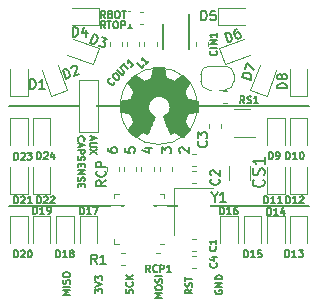
<source format=gto>
G04 #@! TF.GenerationSoftware,KiCad,Pcbnew,5.0.0*
G04 #@! TF.CreationDate,2018-09-21T06:24:59-04:00*
G04 #@! TF.ProjectId,v1,76312E6B696361645F70636200000000,rev?*
G04 #@! TF.SameCoordinates,Original*
G04 #@! TF.FileFunction,Legend,Top*
G04 #@! TF.FilePolarity,Positive*
%FSLAX46Y46*%
G04 Gerber Fmt 4.6, Leading zero omitted, Abs format (unit mm)*
G04 Created by KiCad (PCBNEW 5.0.0) date Fri Sep 21 06:24:59 2018*
%MOMM*%
%LPD*%
G01*
G04 APERTURE LIST*
%ADD10C,0.150000*%
%ADD11C,0.200000*%
%ADD12C,0.120000*%
%ADD13C,0.010000*%
%ADD14C,0.100000*%
%ADD15C,0.976600*%
%ADD16R,1.801600X1.801600*%
%ADD17O,1.801600X1.801600*%
%ADD18C,0.500000*%
%ADD19R,1.351600X4.101600*%
%ADD20R,0.601600X0.401600*%
%ADD21R,1.001600X1.601600*%
%ADD22C,1.526600*%
%ADD23R,2.801600X1.601600*%
%ADD24C,2.301600*%
%ADD25C,2.501600*%
%ADD26C,0.179289*%
%ADD27C,0.351600*%
%ADD28R,1.551600X1.851600*%
%ADD29R,0.401600X0.851600*%
G04 APERTURE END LIST*
D10*
X189553400Y-126094185D02*
X189553400Y-126379900D01*
X189381971Y-126037042D02*
X189981971Y-126237042D01*
X189381971Y-126437042D01*
X189981971Y-126637042D02*
X189496257Y-126637042D01*
X189439114Y-126665614D01*
X189410542Y-126694185D01*
X189381971Y-126751328D01*
X189381971Y-126865614D01*
X189410542Y-126922757D01*
X189439114Y-126951328D01*
X189496257Y-126979900D01*
X189981971Y-126979900D01*
X189981971Y-127208471D02*
X189381971Y-127608471D01*
X189981971Y-127608471D02*
X189381971Y-127208471D01*
X188389114Y-126465614D02*
X188360542Y-126437042D01*
X188331971Y-126351328D01*
X188331971Y-126294185D01*
X188360542Y-126208471D01*
X188417685Y-126151328D01*
X188474828Y-126122757D01*
X188589114Y-126094185D01*
X188674828Y-126094185D01*
X188789114Y-126122757D01*
X188846257Y-126151328D01*
X188903400Y-126208471D01*
X188931971Y-126294185D01*
X188931971Y-126351328D01*
X188903400Y-126437042D01*
X188874828Y-126465614D01*
X188503400Y-126694185D02*
X188503400Y-126979900D01*
X188331971Y-126637042D02*
X188931971Y-126837042D01*
X188331971Y-127037042D01*
X188331971Y-127237042D02*
X188931971Y-127237042D01*
X188931971Y-127465614D01*
X188903400Y-127522757D01*
X188874828Y-127551328D01*
X188817685Y-127579900D01*
X188731971Y-127579900D01*
X188674828Y-127551328D01*
X188646257Y-127522757D01*
X188617685Y-127465614D01*
X188617685Y-127237042D01*
X188360542Y-127808471D02*
X188331971Y-127894185D01*
X188331971Y-128037042D01*
X188360542Y-128094185D01*
X188389114Y-128122757D01*
X188446257Y-128151328D01*
X188503400Y-128151328D01*
X188560542Y-128122757D01*
X188589114Y-128094185D01*
X188617685Y-128037042D01*
X188646257Y-127922757D01*
X188674828Y-127865614D01*
X188703400Y-127837042D01*
X188760542Y-127808471D01*
X188817685Y-127808471D01*
X188874828Y-127837042D01*
X188903400Y-127865614D01*
X188931971Y-127922757D01*
X188931971Y-128065614D01*
X188903400Y-128151328D01*
X188646257Y-128408471D02*
X188646257Y-128608471D01*
X188331971Y-128694185D02*
X188331971Y-128408471D01*
X188931971Y-128408471D01*
X188931971Y-128694185D01*
X188331971Y-128951328D02*
X188931971Y-128951328D01*
X188331971Y-129294185D01*
X188931971Y-129294185D01*
X188360542Y-129551328D02*
X188331971Y-129637042D01*
X188331971Y-129779900D01*
X188360542Y-129837042D01*
X188389114Y-129865614D01*
X188446257Y-129894185D01*
X188503400Y-129894185D01*
X188560542Y-129865614D01*
X188589114Y-129837042D01*
X188617685Y-129779900D01*
X188646257Y-129665614D01*
X188674828Y-129608471D01*
X188703400Y-129579900D01*
X188760542Y-129551328D01*
X188817685Y-129551328D01*
X188874828Y-129579900D01*
X188903400Y-129608471D01*
X188931971Y-129665614D01*
X188931971Y-129808471D01*
X188903400Y-129894185D01*
X188646257Y-130151328D02*
X188646257Y-130351328D01*
X188331971Y-130437042D02*
X188331971Y-130151328D01*
X188931971Y-130151328D01*
X188931971Y-130437042D01*
X190709504Y-129838380D02*
X190328552Y-130105047D01*
X190709504Y-130295523D02*
X189909504Y-130295523D01*
X189909504Y-129990761D01*
X189947600Y-129914571D01*
X189985695Y-129876476D01*
X190061885Y-129838380D01*
X190176171Y-129838380D01*
X190252361Y-129876476D01*
X190290457Y-129914571D01*
X190328552Y-129990761D01*
X190328552Y-130295523D01*
X190633314Y-129038380D02*
X190671409Y-129076476D01*
X190709504Y-129190761D01*
X190709504Y-129266952D01*
X190671409Y-129381238D01*
X190595219Y-129457428D01*
X190519028Y-129495523D01*
X190366647Y-129533619D01*
X190252361Y-129533619D01*
X190099980Y-129495523D01*
X190023790Y-129457428D01*
X189947600Y-129381238D01*
X189909504Y-129266952D01*
X189909504Y-129190761D01*
X189947600Y-129076476D01*
X189985695Y-129038380D01*
X190709504Y-128695523D02*
X189909504Y-128695523D01*
X189909504Y-128390761D01*
X189947600Y-128314571D01*
X189985695Y-128276476D01*
X190061885Y-128238380D01*
X190176171Y-128238380D01*
X190252361Y-128276476D01*
X190290457Y-128314571D01*
X190328552Y-128390761D01*
X190328552Y-128695523D01*
X200004400Y-139141142D02*
X199975828Y-139198285D01*
X199975828Y-139284000D01*
X200004400Y-139369714D01*
X200061542Y-139426857D01*
X200118685Y-139455428D01*
X200232971Y-139484000D01*
X200318685Y-139484000D01*
X200432971Y-139455428D01*
X200490114Y-139426857D01*
X200547257Y-139369714D01*
X200575828Y-139284000D01*
X200575828Y-139226857D01*
X200547257Y-139141142D01*
X200518685Y-139112571D01*
X200318685Y-139112571D01*
X200318685Y-139226857D01*
X200575828Y-138855428D02*
X199975828Y-138855428D01*
X200575828Y-138512571D01*
X199975828Y-138512571D01*
X200575828Y-138226857D02*
X199975828Y-138226857D01*
X199975828Y-138084000D01*
X200004400Y-137998285D01*
X200061542Y-137941142D01*
X200118685Y-137912571D01*
X200232971Y-137884000D01*
X200318685Y-137884000D01*
X200432971Y-137912571D01*
X200490114Y-137941142D01*
X200547257Y-137998285D01*
X200575828Y-138084000D01*
X200575828Y-138226857D01*
X198035828Y-139063371D02*
X197750114Y-139263371D01*
X198035828Y-139406228D02*
X197435828Y-139406228D01*
X197435828Y-139177657D01*
X197464400Y-139120514D01*
X197492971Y-139091942D01*
X197550114Y-139063371D01*
X197635828Y-139063371D01*
X197692971Y-139091942D01*
X197721542Y-139120514D01*
X197750114Y-139177657D01*
X197750114Y-139406228D01*
X198007257Y-138834800D02*
X198035828Y-138749085D01*
X198035828Y-138606228D01*
X198007257Y-138549085D01*
X197978685Y-138520514D01*
X197921542Y-138491942D01*
X197864400Y-138491942D01*
X197807257Y-138520514D01*
X197778685Y-138549085D01*
X197750114Y-138606228D01*
X197721542Y-138720514D01*
X197692971Y-138777657D01*
X197664400Y-138806228D01*
X197607257Y-138834800D01*
X197550114Y-138834800D01*
X197492971Y-138806228D01*
X197464400Y-138777657D01*
X197435828Y-138720514D01*
X197435828Y-138577657D01*
X197464400Y-138491942D01*
X197435828Y-138320514D02*
X197435828Y-137977657D01*
X198035828Y-138149085D02*
X197435828Y-138149085D01*
X195495828Y-139779257D02*
X194895828Y-139779257D01*
X195324400Y-139579257D01*
X194895828Y-139379257D01*
X195495828Y-139379257D01*
X194895828Y-138979257D02*
X194895828Y-138864971D01*
X194924400Y-138807828D01*
X194981542Y-138750685D01*
X195095828Y-138722114D01*
X195295828Y-138722114D01*
X195410114Y-138750685D01*
X195467257Y-138807828D01*
X195495828Y-138864971D01*
X195495828Y-138979257D01*
X195467257Y-139036400D01*
X195410114Y-139093542D01*
X195295828Y-139122114D01*
X195095828Y-139122114D01*
X194981542Y-139093542D01*
X194924400Y-139036400D01*
X194895828Y-138979257D01*
X195467257Y-138493542D02*
X195495828Y-138407828D01*
X195495828Y-138264971D01*
X195467257Y-138207828D01*
X195438685Y-138179257D01*
X195381542Y-138150685D01*
X195324400Y-138150685D01*
X195267257Y-138179257D01*
X195238685Y-138207828D01*
X195210114Y-138264971D01*
X195181542Y-138379257D01*
X195152971Y-138436400D01*
X195124400Y-138464971D01*
X195067257Y-138493542D01*
X195010114Y-138493542D01*
X194952971Y-138464971D01*
X194924400Y-138436400D01*
X194895828Y-138379257D01*
X194895828Y-138236400D01*
X194924400Y-138150685D01*
X195495828Y-137893542D02*
X194895828Y-137893542D01*
X192978057Y-139404628D02*
X193006628Y-139318914D01*
X193006628Y-139176057D01*
X192978057Y-139118914D01*
X192949485Y-139090342D01*
X192892342Y-139061771D01*
X192835200Y-139061771D01*
X192778057Y-139090342D01*
X192749485Y-139118914D01*
X192720914Y-139176057D01*
X192692342Y-139290342D01*
X192663771Y-139347485D01*
X192635200Y-139376057D01*
X192578057Y-139404628D01*
X192520914Y-139404628D01*
X192463771Y-139376057D01*
X192435200Y-139347485D01*
X192406628Y-139290342D01*
X192406628Y-139147485D01*
X192435200Y-139061771D01*
X192949485Y-138461771D02*
X192978057Y-138490342D01*
X193006628Y-138576057D01*
X193006628Y-138633200D01*
X192978057Y-138718914D01*
X192920914Y-138776057D01*
X192863771Y-138804628D01*
X192749485Y-138833200D01*
X192663771Y-138833200D01*
X192549485Y-138804628D01*
X192492342Y-138776057D01*
X192435200Y-138718914D01*
X192406628Y-138633200D01*
X192406628Y-138576057D01*
X192435200Y-138490342D01*
X192463771Y-138461771D01*
X193006628Y-138204628D02*
X192406628Y-138204628D01*
X193006628Y-137861771D02*
X192663771Y-138118914D01*
X192406628Y-137861771D02*
X192749485Y-138204628D01*
X189815828Y-139376057D02*
X189815828Y-139004628D01*
X190044400Y-139204628D01*
X190044400Y-139118914D01*
X190072971Y-139061771D01*
X190101542Y-139033200D01*
X190158685Y-139004628D01*
X190301542Y-139004628D01*
X190358685Y-139033200D01*
X190387257Y-139061771D01*
X190415828Y-139118914D01*
X190415828Y-139290342D01*
X190387257Y-139347485D01*
X190358685Y-139376057D01*
X189815828Y-138833200D02*
X190415828Y-138633200D01*
X189815828Y-138433200D01*
X189815828Y-138290342D02*
X189815828Y-137918914D01*
X190044400Y-138118914D01*
X190044400Y-138033200D01*
X190072971Y-137976057D01*
X190101542Y-137947485D01*
X190158685Y-137918914D01*
X190301542Y-137918914D01*
X190358685Y-137947485D01*
X190387257Y-137976057D01*
X190415828Y-138033200D01*
X190415828Y-138204628D01*
X190387257Y-138261771D01*
X190358685Y-138290342D01*
X187672628Y-139525257D02*
X187072628Y-139525257D01*
X187501200Y-139325257D01*
X187072628Y-139125257D01*
X187672628Y-139125257D01*
X187672628Y-138839542D02*
X187072628Y-138839542D01*
X187644057Y-138582400D02*
X187672628Y-138496685D01*
X187672628Y-138353828D01*
X187644057Y-138296685D01*
X187615485Y-138268114D01*
X187558342Y-138239542D01*
X187501200Y-138239542D01*
X187444057Y-138268114D01*
X187415485Y-138296685D01*
X187386914Y-138353828D01*
X187358342Y-138468114D01*
X187329771Y-138525257D01*
X187301200Y-138553828D01*
X187244057Y-138582400D01*
X187186914Y-138582400D01*
X187129771Y-138553828D01*
X187101200Y-138525257D01*
X187072628Y-138468114D01*
X187072628Y-138325257D01*
X187101200Y-138239542D01*
X187072628Y-137868114D02*
X187072628Y-137753828D01*
X187101200Y-137696685D01*
X187158342Y-137639542D01*
X187272628Y-137610971D01*
X187472628Y-137610971D01*
X187586914Y-137639542D01*
X187644057Y-137696685D01*
X187672628Y-137753828D01*
X187672628Y-137868114D01*
X187644057Y-137925257D01*
X187586914Y-137982400D01*
X187472628Y-138010971D01*
X187272628Y-138010971D01*
X187158342Y-137982400D01*
X187101200Y-137925257D01*
X187072628Y-137868114D01*
D11*
X198437500Y-123545600D02*
X207899000Y-123545600D01*
X182499000Y-123545600D02*
X191960500Y-123545600D01*
X182499000Y-132003800D02*
X207899000Y-132003800D01*
D12*
G04 #@! TO.C,D21*
X182646000Y-128729200D02*
X182646000Y-131014200D01*
X182646000Y-131014200D02*
X184116000Y-131014200D01*
X184116000Y-131014200D02*
X184116000Y-128729200D01*
G04 #@! TO.C,JP1*
X200852000Y-120157999D02*
G75*
G02X201552001Y-120858000I0J-700001D01*
G01*
X201552000Y-121458000D02*
G75*
G02X200852000Y-122158000I-700000J0D01*
G01*
X199452000Y-122158001D02*
G75*
G02X198751999Y-121458000I0J700001D01*
G01*
X198752000Y-120858000D02*
G75*
G02X199452000Y-120158000I700000J0D01*
G01*
X198751999Y-121458000D02*
X198752000Y-120857999D01*
X200852000Y-122158000D02*
X199452000Y-122158000D01*
X201552001Y-120858000D02*
X201552000Y-121458001D01*
X199452000Y-120158000D02*
X200852000Y-120158000D01*
G04 #@! TO.C,C4*
X198346279Y-137289000D02*
X198020721Y-137289000D01*
X198346279Y-136269000D02*
X198020721Y-136269000D01*
G04 #@! TO.C,J3*
X188405000Y-125745600D02*
X188405000Y-121345600D01*
X188405000Y-121345600D02*
X190055000Y-121345600D01*
X190055000Y-121345600D02*
X190055000Y-125745600D01*
X190055000Y-125745600D02*
X188405000Y-125745600D01*
G04 #@! TO.C,C3*
X200471500Y-125059221D02*
X200471500Y-125384779D01*
X199451500Y-125059221D02*
X199451500Y-125384779D01*
G04 #@! TO.C,U3*
X202897500Y-123808000D02*
X201597500Y-123808000D01*
X203337500Y-126128000D02*
X201597500Y-126128000D01*
G04 #@! TO.C,J2*
X198449000Y-123545600D02*
G75*
G03X198449000Y-123545600I-3250000J0D01*
G01*
G04 #@! TO.C,C1*
X198340549Y-134808500D02*
X198014991Y-134808500D01*
X198340549Y-135828500D02*
X198014991Y-135828500D01*
G04 #@! TO.C,C2*
X198014991Y-129075579D02*
X198340549Y-129075579D01*
X198014991Y-130095579D02*
X198340549Y-130095579D01*
G04 #@! TO.C,CIN1*
X199392000Y-118463279D02*
X199392000Y-118137721D01*
X198372000Y-118463279D02*
X198372000Y-118137721D01*
G04 #@! TO.C,COUT1*
X192530000Y-118463279D02*
X192530000Y-118137721D01*
X193550000Y-118463279D02*
X193550000Y-118137721D01*
G04 #@! TO.C,L1*
X193990500Y-118463279D02*
X193990500Y-118137721D01*
X195010500Y-118463279D02*
X195010500Y-118137721D01*
G04 #@! TO.C,D18*
X186526000Y-132817500D02*
X186526000Y-135102500D01*
X187996000Y-132817500D02*
X186526000Y-132817500D01*
X187996000Y-135102500D02*
X187996000Y-132817500D01*
G04 #@! TO.C,D22*
X185996000Y-131014200D02*
X185996000Y-128729200D01*
X184526000Y-131014200D02*
X185996000Y-131014200D01*
X184526000Y-128729200D02*
X184526000Y-131014200D01*
G04 #@! TO.C,D23*
X184116000Y-126829200D02*
X184116000Y-124544200D01*
X184116000Y-124544200D02*
X182646000Y-124544200D01*
X182646000Y-124544200D02*
X182646000Y-126829200D01*
G04 #@! TO.C,D24*
X185996000Y-126829200D02*
X185996000Y-124544200D01*
X185996000Y-124544200D02*
X184526000Y-124544200D01*
X184526000Y-124544200D02*
X184526000Y-126829200D01*
G04 #@! TO.C,D5*
X202539500Y-115209000D02*
X200254500Y-115209000D01*
X200254500Y-115209000D02*
X200254500Y-116679000D01*
X200254500Y-116679000D02*
X202539500Y-116679000D01*
G04 #@! TO.C,D4*
X190143500Y-115209000D02*
X187858500Y-115209000D01*
X190143500Y-116679000D02*
X190143500Y-115209000D01*
X187858500Y-116679000D02*
X190143500Y-116679000D01*
G04 #@! TO.C,D3*
X190114828Y-118625726D02*
X187967631Y-117844210D01*
X189612059Y-120007074D02*
X190114828Y-118625726D01*
X187464861Y-119225558D02*
X189612059Y-120007074D01*
G04 #@! TO.C,D2*
X187444074Y-122175059D02*
X186662558Y-120027861D01*
X186062726Y-122677828D02*
X187444074Y-122175059D01*
X185281210Y-120530631D02*
X186062726Y-122677828D01*
G04 #@! TO.C,D1*
X182646000Y-120421500D02*
X182646000Y-122706500D01*
X182646000Y-122706500D02*
X184116000Y-122706500D01*
X184116000Y-122706500D02*
X184116000Y-120421500D01*
G04 #@! TO.C,D7*
X203735442Y-120027861D02*
X202953926Y-122175059D01*
X202953926Y-122175059D02*
X204335274Y-122677828D01*
X204335274Y-122677828D02*
X205116790Y-120530631D01*
G04 #@! TO.C,D19*
X185996000Y-135102500D02*
X185996000Y-132817500D01*
X185996000Y-132817500D02*
X184526000Y-132817500D01*
X184526000Y-132817500D02*
X184526000Y-135102500D01*
G04 #@! TO.C,D17*
X188526000Y-132817500D02*
X188526000Y-135102500D01*
X189996000Y-132817500D02*
X188526000Y-132817500D01*
X189996000Y-135102500D02*
X189996000Y-132817500D01*
G04 #@! TO.C,D20*
X182646000Y-132817500D02*
X182646000Y-135102500D01*
X184116000Y-132817500D02*
X182646000Y-132817500D01*
X184116000Y-135102500D02*
X184116000Y-132817500D01*
G04 #@! TO.C,D16*
X201872000Y-135102500D02*
X201872000Y-132817500D01*
X201872000Y-132817500D02*
X200402000Y-132817500D01*
X200402000Y-132817500D02*
X200402000Y-135102500D01*
G04 #@! TO.C,D15*
X203872000Y-135102500D02*
X203872000Y-132817500D01*
X203872000Y-132817500D02*
X202402000Y-132817500D01*
X202402000Y-132817500D02*
X202402000Y-135102500D01*
G04 #@! TO.C,D14*
X204402000Y-132817500D02*
X204402000Y-135102500D01*
X205872000Y-132817500D02*
X204402000Y-132817500D01*
X205872000Y-135102500D02*
X205872000Y-132817500D01*
G04 #@! TO.C,D13*
X207752000Y-135102500D02*
X207752000Y-132817500D01*
X207752000Y-132817500D02*
X206282000Y-132817500D01*
X206282000Y-132817500D02*
X206282000Y-135102500D01*
G04 #@! TO.C,D12*
X206282000Y-128729200D02*
X206282000Y-131014200D01*
X206282000Y-131014200D02*
X207752000Y-131014200D01*
X207752000Y-131014200D02*
X207752000Y-128729200D01*
G04 #@! TO.C,D11*
X204402000Y-128729200D02*
X204402000Y-131014200D01*
X204402000Y-131014200D02*
X205872000Y-131014200D01*
X205872000Y-131014200D02*
X205872000Y-128729200D01*
G04 #@! TO.C,D10*
X206282000Y-124544200D02*
X206282000Y-126829200D01*
X207752000Y-124544200D02*
X206282000Y-124544200D01*
X207752000Y-126829200D02*
X207752000Y-124544200D01*
G04 #@! TO.C,D9*
X205872000Y-126829200D02*
X205872000Y-124544200D01*
X205872000Y-124544200D02*
X204402000Y-124544200D01*
X204402000Y-124544200D02*
X204402000Y-126829200D01*
G04 #@! TO.C,D8*
X206282000Y-120421500D02*
X206282000Y-122706500D01*
X206282000Y-122706500D02*
X207752000Y-122706500D01*
X207752000Y-122706500D02*
X207752000Y-120421500D01*
G04 #@! TO.C,D6*
X200785941Y-120007074D02*
X202933139Y-119225558D01*
X200283172Y-118625726D02*
X200785941Y-120007074D01*
X202430369Y-117844210D02*
X200283172Y-118625726D01*
G04 #@! TO.C,4*
X193736500Y-128724300D02*
X193736500Y-129049858D01*
X194756500Y-128724300D02*
X194756500Y-129049858D01*
G04 #@! TO.C,6*
X190815500Y-128724300D02*
X190815500Y-129049858D01*
X191835500Y-128724300D02*
X191835500Y-129049858D01*
G04 #@! TO.C,5*
X192276000Y-128724300D02*
X192276000Y-129049858D01*
X193296000Y-128724300D02*
X193296000Y-129049858D01*
G04 #@! TO.C,R1*
X191982491Y-137017079D02*
X192308049Y-137017079D01*
X191982491Y-135997079D02*
X192308049Y-135997079D01*
G04 #@! TO.C,RBOT1*
X193575721Y-115568000D02*
X193901279Y-115568000D01*
X193575721Y-116588000D02*
X193901279Y-116588000D01*
G04 #@! TO.C,RCP1*
X195267249Y-135997079D02*
X194941691Y-135997079D01*
X195267249Y-137017079D02*
X194941691Y-137017079D01*
G04 #@! TO.C,RTOP1*
X191069500Y-118463279D02*
X191069500Y-118137721D01*
X192089500Y-118463279D02*
X192089500Y-118137721D01*
G04 #@! TO.C,2*
X198340549Y-128635079D02*
X198014991Y-128635079D01*
X198340549Y-127615079D02*
X198014991Y-127615079D01*
G04 #@! TO.C,3*
X195318270Y-128724300D02*
X195318270Y-129049858D01*
X196338270Y-128724300D02*
X196338270Y-129049858D01*
G04 #@! TO.C,RS1*
X200624221Y-123255499D02*
X200949779Y-123255500D01*
X200624221Y-122235500D02*
X200949779Y-122235501D01*
G04 #@! TO.C,CS1*
X201147000Y-128620436D02*
X201147000Y-129824564D01*
X202967000Y-128620436D02*
X202967000Y-129824564D01*
G04 #@! TO.C,Y1*
X196495400Y-130461000D02*
X196495400Y-134461000D01*
X199795400Y-130461000D02*
X196495400Y-130461000D01*
G04 #@! TO.C,U1*
X191807270Y-135188079D02*
X191432270Y-135188079D01*
X191432270Y-135188079D02*
X191432270Y-134813079D01*
X195277270Y-130968079D02*
X195652270Y-130968079D01*
X195652270Y-130968079D02*
X195652270Y-131343079D01*
X191807270Y-130968079D02*
X191432270Y-130968079D01*
X191432270Y-130968079D02*
X191432270Y-131343079D01*
X195277270Y-135188079D02*
X195652270Y-135188079D01*
D10*
G04 #@! TO.C,U2*
X197795000Y-115776754D02*
X197795000Y-118751754D01*
X195545000Y-116601754D02*
X195545000Y-118751754D01*
D13*
G04 #@! TO.C,REF\002A\002A*
G36*
X195754814Y-120722431D02*
X195838635Y-121167055D01*
X196147920Y-121294553D01*
X196457206Y-121422051D01*
X196828246Y-121169746D01*
X196932157Y-121099496D01*
X197026087Y-121036772D01*
X197105652Y-120984438D01*
X197166470Y-120945357D01*
X197204157Y-120922393D01*
X197214421Y-120917442D01*
X197232910Y-120930176D01*
X197272420Y-120965382D01*
X197328522Y-121018562D01*
X197396787Y-121085218D01*
X197472786Y-121160854D01*
X197552092Y-121240972D01*
X197630275Y-121321074D01*
X197702907Y-121396664D01*
X197765559Y-121463245D01*
X197813803Y-121516318D01*
X197843210Y-121551387D01*
X197850241Y-121563123D01*
X197840123Y-121584760D01*
X197811759Y-121632162D01*
X197768129Y-121700693D01*
X197712218Y-121785715D01*
X197647006Y-121882593D01*
X197609219Y-121937850D01*
X197540343Y-122038748D01*
X197479140Y-122129799D01*
X197428578Y-122206470D01*
X197391628Y-122264228D01*
X197371258Y-122298543D01*
X197368197Y-122305754D01*
X197375136Y-122326248D01*
X197394051Y-122374013D01*
X197422087Y-122442332D01*
X197456391Y-122524489D01*
X197494109Y-122613770D01*
X197532387Y-122703458D01*
X197568370Y-122786838D01*
X197599206Y-122857194D01*
X197622039Y-122907810D01*
X197634017Y-122931971D01*
X197634724Y-122932922D01*
X197653531Y-122937536D01*
X197703618Y-122947828D01*
X197779793Y-122962787D01*
X197876865Y-122981401D01*
X197989643Y-123002659D01*
X198055442Y-123014918D01*
X198175950Y-123037862D01*
X198284797Y-123059695D01*
X198376476Y-123079222D01*
X198445481Y-123095248D01*
X198486304Y-123106579D01*
X198494511Y-123110174D01*
X198502548Y-123134506D01*
X198509033Y-123189459D01*
X198513970Y-123268608D01*
X198517364Y-123365526D01*
X198519218Y-123473787D01*
X198519538Y-123586965D01*
X198518327Y-123698635D01*
X198515590Y-123802368D01*
X198511331Y-123891741D01*
X198505555Y-123960326D01*
X198498267Y-124001697D01*
X198493895Y-124010310D01*
X198467764Y-124020633D01*
X198412393Y-124035392D01*
X198335107Y-124052852D01*
X198243230Y-124071280D01*
X198211158Y-124077241D01*
X198056524Y-124105566D01*
X197934375Y-124128376D01*
X197840673Y-124146580D01*
X197771384Y-124161083D01*
X197722471Y-124172792D01*
X197689897Y-124182615D01*
X197669628Y-124191456D01*
X197657626Y-124200224D01*
X197655947Y-124201957D01*
X197639184Y-124229871D01*
X197613614Y-124284195D01*
X197581788Y-124358277D01*
X197546260Y-124445465D01*
X197509583Y-124539108D01*
X197474311Y-124632552D01*
X197442996Y-124719147D01*
X197418193Y-124792240D01*
X197402454Y-124845178D01*
X197398332Y-124871311D01*
X197398676Y-124872226D01*
X197412641Y-124893586D01*
X197444322Y-124940584D01*
X197490391Y-125008327D01*
X197547518Y-125091923D01*
X197612373Y-125186482D01*
X197630843Y-125213354D01*
X197696699Y-125310775D01*
X197754650Y-125399663D01*
X197801538Y-125474912D01*
X197834207Y-125531420D01*
X197849500Y-125564081D01*
X197850241Y-125568093D01*
X197837392Y-125589184D01*
X197801888Y-125630964D01*
X197748293Y-125688945D01*
X197681171Y-125758635D01*
X197605087Y-125835545D01*
X197524604Y-125915183D01*
X197444287Y-125993061D01*
X197368699Y-126064686D01*
X197302405Y-126125570D01*
X197249969Y-126171221D01*
X197215955Y-126197150D01*
X197206545Y-126201383D01*
X197184643Y-126191412D01*
X197139800Y-126164520D01*
X197079321Y-126125236D01*
X197032789Y-126093617D01*
X196948475Y-126035598D01*
X196848626Y-125967284D01*
X196748473Y-125899079D01*
X196694627Y-125862575D01*
X196512371Y-125739300D01*
X196359381Y-125822020D01*
X196289682Y-125858259D01*
X196230414Y-125886426D01*
X196190311Y-125902491D01*
X196180103Y-125904726D01*
X196167829Y-125888222D01*
X196143613Y-125841582D01*
X196109263Y-125769109D01*
X196066588Y-125675106D01*
X196017394Y-125563874D01*
X195963490Y-125439715D01*
X195906684Y-125306932D01*
X195848782Y-125169827D01*
X195791593Y-125032702D01*
X195736924Y-124899858D01*
X195686584Y-124775598D01*
X195642380Y-124664225D01*
X195606119Y-124570039D01*
X195579609Y-124497344D01*
X195564658Y-124450441D01*
X195562254Y-124434333D01*
X195581311Y-124413786D01*
X195623036Y-124380433D01*
X195678706Y-124341202D01*
X195683378Y-124338099D01*
X195827264Y-124222923D01*
X195943283Y-124088553D01*
X196030430Y-123939284D01*
X196087699Y-123779413D01*
X196114086Y-123613237D01*
X196108585Y-123445052D01*
X196070190Y-123279155D01*
X195997895Y-123119842D01*
X195976626Y-123084987D01*
X195865996Y-122944237D01*
X195735302Y-122831214D01*
X195589064Y-122746503D01*
X195431808Y-122690694D01*
X195268057Y-122664374D01*
X195102333Y-122668130D01*
X194939162Y-122702550D01*
X194783065Y-122768223D01*
X194638567Y-122865735D01*
X194593869Y-122905313D01*
X194480112Y-123029203D01*
X194397218Y-123159624D01*
X194340356Y-123305815D01*
X194308687Y-123450588D01*
X194300869Y-123613360D01*
X194326938Y-123776940D01*
X194384245Y-123935798D01*
X194470144Y-124084406D01*
X194581986Y-124217235D01*
X194717123Y-124328756D01*
X194734883Y-124340511D01*
X194791150Y-124379008D01*
X194833923Y-124412363D01*
X194854372Y-124433660D01*
X194854669Y-124434333D01*
X194850279Y-124457371D01*
X194832876Y-124509657D01*
X194804268Y-124586890D01*
X194766265Y-124684768D01*
X194720674Y-124798991D01*
X194669303Y-124925258D01*
X194613962Y-125059267D01*
X194556458Y-125196718D01*
X194498601Y-125333308D01*
X194442198Y-125464737D01*
X194389058Y-125586705D01*
X194340990Y-125694909D01*
X194299801Y-125785049D01*
X194267301Y-125852823D01*
X194245297Y-125893930D01*
X194236436Y-125904726D01*
X194209360Y-125896319D01*
X194158697Y-125873772D01*
X194093183Y-125841113D01*
X194057159Y-125822020D01*
X193904168Y-125739300D01*
X193721912Y-125862575D01*
X193628875Y-125925728D01*
X193527015Y-125995227D01*
X193431562Y-126060665D01*
X193383750Y-126093617D01*
X193316505Y-126138773D01*
X193259564Y-126174557D01*
X193220354Y-126196438D01*
X193207619Y-126201063D01*
X193189083Y-126188585D01*
X193148059Y-126153752D01*
X193088525Y-126100178D01*
X193014458Y-126031483D01*
X192929835Y-125951281D01*
X192876315Y-125899786D01*
X192782681Y-125807786D01*
X192701759Y-125725499D01*
X192636823Y-125656445D01*
X192591142Y-125604144D01*
X192567989Y-125572116D01*
X192565768Y-125565616D01*
X192576076Y-125540894D01*
X192604561Y-125490905D01*
X192648063Y-125420712D01*
X192703423Y-125335375D01*
X192767480Y-125239956D01*
X192785697Y-125213354D01*
X192852073Y-125116667D01*
X192911622Y-125029617D01*
X192961016Y-124957095D01*
X192996925Y-124903993D01*
X193016019Y-124875203D01*
X193017864Y-124872226D01*
X193015105Y-124849282D01*
X193000462Y-124798836D01*
X192976487Y-124727541D01*
X192945734Y-124642047D01*
X192910756Y-124549007D01*
X192874107Y-124455074D01*
X192838339Y-124366899D01*
X192806006Y-124291134D01*
X192779662Y-124234431D01*
X192761858Y-124203443D01*
X192760593Y-124201957D01*
X192749706Y-124193101D01*
X192731318Y-124184343D01*
X192701394Y-124174777D01*
X192655897Y-124163496D01*
X192590791Y-124149593D01*
X192502039Y-124132163D01*
X192385607Y-124110298D01*
X192237458Y-124083091D01*
X192205382Y-124077241D01*
X192110314Y-124058874D01*
X192027435Y-124040905D01*
X191964070Y-124025069D01*
X191927542Y-124013100D01*
X191922644Y-124010310D01*
X191914573Y-123985572D01*
X191908013Y-123930290D01*
X191902967Y-123850889D01*
X191899441Y-123753796D01*
X191897439Y-123645438D01*
X191896964Y-123532240D01*
X191898023Y-123420628D01*
X191900618Y-123317029D01*
X191904754Y-123227868D01*
X191910437Y-123159572D01*
X191917669Y-123118566D01*
X191922029Y-123110174D01*
X191946302Y-123101708D01*
X192001574Y-123087935D01*
X192082338Y-123070050D01*
X192183088Y-123049248D01*
X192298317Y-123026723D01*
X192361098Y-123014918D01*
X192480213Y-122992651D01*
X192586435Y-122972479D01*
X192674573Y-122955415D01*
X192739434Y-122942469D01*
X192775826Y-122934655D01*
X192781816Y-122932922D01*
X192791939Y-122913390D01*
X192813338Y-122866343D01*
X192843161Y-122798503D01*
X192878555Y-122716591D01*
X192916668Y-122627328D01*
X192954647Y-122537435D01*
X192989640Y-122453635D01*
X193018794Y-122382647D01*
X193039257Y-122331194D01*
X193048177Y-122305997D01*
X193048343Y-122304896D01*
X193038231Y-122285019D01*
X193009883Y-122239277D01*
X192966277Y-122172217D01*
X192910394Y-122088384D01*
X192845213Y-121992326D01*
X192807321Y-121937150D01*
X192738275Y-121835981D01*
X192676950Y-121744130D01*
X192626337Y-121666244D01*
X192589429Y-121606969D01*
X192569218Y-121570951D01*
X192566299Y-121562877D01*
X192578847Y-121544084D01*
X192613537Y-121503957D01*
X192665937Y-121446993D01*
X192731616Y-121377685D01*
X192806144Y-121300531D01*
X192885087Y-121220025D01*
X192964017Y-121140663D01*
X193038500Y-121066940D01*
X193104106Y-121003352D01*
X193156404Y-120954394D01*
X193190961Y-120924561D01*
X193202522Y-120917442D01*
X193221346Y-120927453D01*
X193266369Y-120955578D01*
X193333213Y-120998954D01*
X193417501Y-121054718D01*
X193514856Y-121120006D01*
X193588293Y-121169746D01*
X193959333Y-121422051D01*
X194577905Y-121167055D01*
X194661725Y-120722431D01*
X194745546Y-120277807D01*
X195670994Y-120277807D01*
X195754814Y-120722431D01*
X195754814Y-120722431D01*
G37*
X195754814Y-120722431D02*
X195838635Y-121167055D01*
X196147920Y-121294553D01*
X196457206Y-121422051D01*
X196828246Y-121169746D01*
X196932157Y-121099496D01*
X197026087Y-121036772D01*
X197105652Y-120984438D01*
X197166470Y-120945357D01*
X197204157Y-120922393D01*
X197214421Y-120917442D01*
X197232910Y-120930176D01*
X197272420Y-120965382D01*
X197328522Y-121018562D01*
X197396787Y-121085218D01*
X197472786Y-121160854D01*
X197552092Y-121240972D01*
X197630275Y-121321074D01*
X197702907Y-121396664D01*
X197765559Y-121463245D01*
X197813803Y-121516318D01*
X197843210Y-121551387D01*
X197850241Y-121563123D01*
X197840123Y-121584760D01*
X197811759Y-121632162D01*
X197768129Y-121700693D01*
X197712218Y-121785715D01*
X197647006Y-121882593D01*
X197609219Y-121937850D01*
X197540343Y-122038748D01*
X197479140Y-122129799D01*
X197428578Y-122206470D01*
X197391628Y-122264228D01*
X197371258Y-122298543D01*
X197368197Y-122305754D01*
X197375136Y-122326248D01*
X197394051Y-122374013D01*
X197422087Y-122442332D01*
X197456391Y-122524489D01*
X197494109Y-122613770D01*
X197532387Y-122703458D01*
X197568370Y-122786838D01*
X197599206Y-122857194D01*
X197622039Y-122907810D01*
X197634017Y-122931971D01*
X197634724Y-122932922D01*
X197653531Y-122937536D01*
X197703618Y-122947828D01*
X197779793Y-122962787D01*
X197876865Y-122981401D01*
X197989643Y-123002659D01*
X198055442Y-123014918D01*
X198175950Y-123037862D01*
X198284797Y-123059695D01*
X198376476Y-123079222D01*
X198445481Y-123095248D01*
X198486304Y-123106579D01*
X198494511Y-123110174D01*
X198502548Y-123134506D01*
X198509033Y-123189459D01*
X198513970Y-123268608D01*
X198517364Y-123365526D01*
X198519218Y-123473787D01*
X198519538Y-123586965D01*
X198518327Y-123698635D01*
X198515590Y-123802368D01*
X198511331Y-123891741D01*
X198505555Y-123960326D01*
X198498267Y-124001697D01*
X198493895Y-124010310D01*
X198467764Y-124020633D01*
X198412393Y-124035392D01*
X198335107Y-124052852D01*
X198243230Y-124071280D01*
X198211158Y-124077241D01*
X198056524Y-124105566D01*
X197934375Y-124128376D01*
X197840673Y-124146580D01*
X197771384Y-124161083D01*
X197722471Y-124172792D01*
X197689897Y-124182615D01*
X197669628Y-124191456D01*
X197657626Y-124200224D01*
X197655947Y-124201957D01*
X197639184Y-124229871D01*
X197613614Y-124284195D01*
X197581788Y-124358277D01*
X197546260Y-124445465D01*
X197509583Y-124539108D01*
X197474311Y-124632552D01*
X197442996Y-124719147D01*
X197418193Y-124792240D01*
X197402454Y-124845178D01*
X197398332Y-124871311D01*
X197398676Y-124872226D01*
X197412641Y-124893586D01*
X197444322Y-124940584D01*
X197490391Y-125008327D01*
X197547518Y-125091923D01*
X197612373Y-125186482D01*
X197630843Y-125213354D01*
X197696699Y-125310775D01*
X197754650Y-125399663D01*
X197801538Y-125474912D01*
X197834207Y-125531420D01*
X197849500Y-125564081D01*
X197850241Y-125568093D01*
X197837392Y-125589184D01*
X197801888Y-125630964D01*
X197748293Y-125688945D01*
X197681171Y-125758635D01*
X197605087Y-125835545D01*
X197524604Y-125915183D01*
X197444287Y-125993061D01*
X197368699Y-126064686D01*
X197302405Y-126125570D01*
X197249969Y-126171221D01*
X197215955Y-126197150D01*
X197206545Y-126201383D01*
X197184643Y-126191412D01*
X197139800Y-126164520D01*
X197079321Y-126125236D01*
X197032789Y-126093617D01*
X196948475Y-126035598D01*
X196848626Y-125967284D01*
X196748473Y-125899079D01*
X196694627Y-125862575D01*
X196512371Y-125739300D01*
X196359381Y-125822020D01*
X196289682Y-125858259D01*
X196230414Y-125886426D01*
X196190311Y-125902491D01*
X196180103Y-125904726D01*
X196167829Y-125888222D01*
X196143613Y-125841582D01*
X196109263Y-125769109D01*
X196066588Y-125675106D01*
X196017394Y-125563874D01*
X195963490Y-125439715D01*
X195906684Y-125306932D01*
X195848782Y-125169827D01*
X195791593Y-125032702D01*
X195736924Y-124899858D01*
X195686584Y-124775598D01*
X195642380Y-124664225D01*
X195606119Y-124570039D01*
X195579609Y-124497344D01*
X195564658Y-124450441D01*
X195562254Y-124434333D01*
X195581311Y-124413786D01*
X195623036Y-124380433D01*
X195678706Y-124341202D01*
X195683378Y-124338099D01*
X195827264Y-124222923D01*
X195943283Y-124088553D01*
X196030430Y-123939284D01*
X196087699Y-123779413D01*
X196114086Y-123613237D01*
X196108585Y-123445052D01*
X196070190Y-123279155D01*
X195997895Y-123119842D01*
X195976626Y-123084987D01*
X195865996Y-122944237D01*
X195735302Y-122831214D01*
X195589064Y-122746503D01*
X195431808Y-122690694D01*
X195268057Y-122664374D01*
X195102333Y-122668130D01*
X194939162Y-122702550D01*
X194783065Y-122768223D01*
X194638567Y-122865735D01*
X194593869Y-122905313D01*
X194480112Y-123029203D01*
X194397218Y-123159624D01*
X194340356Y-123305815D01*
X194308687Y-123450588D01*
X194300869Y-123613360D01*
X194326938Y-123776940D01*
X194384245Y-123935798D01*
X194470144Y-124084406D01*
X194581986Y-124217235D01*
X194717123Y-124328756D01*
X194734883Y-124340511D01*
X194791150Y-124379008D01*
X194833923Y-124412363D01*
X194854372Y-124433660D01*
X194854669Y-124434333D01*
X194850279Y-124457371D01*
X194832876Y-124509657D01*
X194804268Y-124586890D01*
X194766265Y-124684768D01*
X194720674Y-124798991D01*
X194669303Y-124925258D01*
X194613962Y-125059267D01*
X194556458Y-125196718D01*
X194498601Y-125333308D01*
X194442198Y-125464737D01*
X194389058Y-125586705D01*
X194340990Y-125694909D01*
X194299801Y-125785049D01*
X194267301Y-125852823D01*
X194245297Y-125893930D01*
X194236436Y-125904726D01*
X194209360Y-125896319D01*
X194158697Y-125873772D01*
X194093183Y-125841113D01*
X194057159Y-125822020D01*
X193904168Y-125739300D01*
X193721912Y-125862575D01*
X193628875Y-125925728D01*
X193527015Y-125995227D01*
X193431562Y-126060665D01*
X193383750Y-126093617D01*
X193316505Y-126138773D01*
X193259564Y-126174557D01*
X193220354Y-126196438D01*
X193207619Y-126201063D01*
X193189083Y-126188585D01*
X193148059Y-126153752D01*
X193088525Y-126100178D01*
X193014458Y-126031483D01*
X192929835Y-125951281D01*
X192876315Y-125899786D01*
X192782681Y-125807786D01*
X192701759Y-125725499D01*
X192636823Y-125656445D01*
X192591142Y-125604144D01*
X192567989Y-125572116D01*
X192565768Y-125565616D01*
X192576076Y-125540894D01*
X192604561Y-125490905D01*
X192648063Y-125420712D01*
X192703423Y-125335375D01*
X192767480Y-125239956D01*
X192785697Y-125213354D01*
X192852073Y-125116667D01*
X192911622Y-125029617D01*
X192961016Y-124957095D01*
X192996925Y-124903993D01*
X193016019Y-124875203D01*
X193017864Y-124872226D01*
X193015105Y-124849282D01*
X193000462Y-124798836D01*
X192976487Y-124727541D01*
X192945734Y-124642047D01*
X192910756Y-124549007D01*
X192874107Y-124455074D01*
X192838339Y-124366899D01*
X192806006Y-124291134D01*
X192779662Y-124234431D01*
X192761858Y-124203443D01*
X192760593Y-124201957D01*
X192749706Y-124193101D01*
X192731318Y-124184343D01*
X192701394Y-124174777D01*
X192655897Y-124163496D01*
X192590791Y-124149593D01*
X192502039Y-124132163D01*
X192385607Y-124110298D01*
X192237458Y-124083091D01*
X192205382Y-124077241D01*
X192110314Y-124058874D01*
X192027435Y-124040905D01*
X191964070Y-124025069D01*
X191927542Y-124013100D01*
X191922644Y-124010310D01*
X191914573Y-123985572D01*
X191908013Y-123930290D01*
X191902967Y-123850889D01*
X191899441Y-123753796D01*
X191897439Y-123645438D01*
X191896964Y-123532240D01*
X191898023Y-123420628D01*
X191900618Y-123317029D01*
X191904754Y-123227868D01*
X191910437Y-123159572D01*
X191917669Y-123118566D01*
X191922029Y-123110174D01*
X191946302Y-123101708D01*
X192001574Y-123087935D01*
X192082338Y-123070050D01*
X192183088Y-123049248D01*
X192298317Y-123026723D01*
X192361098Y-123014918D01*
X192480213Y-122992651D01*
X192586435Y-122972479D01*
X192674573Y-122955415D01*
X192739434Y-122942469D01*
X192775826Y-122934655D01*
X192781816Y-122932922D01*
X192791939Y-122913390D01*
X192813338Y-122866343D01*
X192843161Y-122798503D01*
X192878555Y-122716591D01*
X192916668Y-122627328D01*
X192954647Y-122537435D01*
X192989640Y-122453635D01*
X193018794Y-122382647D01*
X193039257Y-122331194D01*
X193048177Y-122305997D01*
X193048343Y-122304896D01*
X193038231Y-122285019D01*
X193009883Y-122239277D01*
X192966277Y-122172217D01*
X192910394Y-122088384D01*
X192845213Y-121992326D01*
X192807321Y-121937150D01*
X192738275Y-121835981D01*
X192676950Y-121744130D01*
X192626337Y-121666244D01*
X192589429Y-121606969D01*
X192569218Y-121570951D01*
X192566299Y-121562877D01*
X192578847Y-121544084D01*
X192613537Y-121503957D01*
X192665937Y-121446993D01*
X192731616Y-121377685D01*
X192806144Y-121300531D01*
X192885087Y-121220025D01*
X192964017Y-121140663D01*
X193038500Y-121066940D01*
X193104106Y-121003352D01*
X193156404Y-120954394D01*
X193190961Y-120924561D01*
X193202522Y-120917442D01*
X193221346Y-120927453D01*
X193266369Y-120955578D01*
X193333213Y-120998954D01*
X193417501Y-121054718D01*
X193514856Y-121120006D01*
X193588293Y-121169746D01*
X193959333Y-121422051D01*
X194577905Y-121167055D01*
X194661725Y-120722431D01*
X194745546Y-120277807D01*
X195670994Y-120277807D01*
X195754814Y-120722431D01*
G04 #@! TO.C,D21*
D10*
X182964228Y-131792628D02*
X182964228Y-131192628D01*
X183107085Y-131192628D01*
X183192800Y-131221200D01*
X183249942Y-131278342D01*
X183278514Y-131335485D01*
X183307085Y-131449771D01*
X183307085Y-131535485D01*
X183278514Y-131649771D01*
X183249942Y-131706914D01*
X183192800Y-131764057D01*
X183107085Y-131792628D01*
X182964228Y-131792628D01*
X183535657Y-131249771D02*
X183564228Y-131221200D01*
X183621371Y-131192628D01*
X183764228Y-131192628D01*
X183821371Y-131221200D01*
X183849942Y-131249771D01*
X183878514Y-131306914D01*
X183878514Y-131364057D01*
X183849942Y-131449771D01*
X183507085Y-131792628D01*
X183878514Y-131792628D01*
X184449942Y-131792628D02*
X184107085Y-131792628D01*
X184278514Y-131792628D02*
X184278514Y-131192628D01*
X184221371Y-131278342D01*
X184164228Y-131335485D01*
X184107085Y-131364057D01*
G04 #@! TO.C,C4*
X200061485Y-136853600D02*
X200090057Y-136882171D01*
X200118628Y-136967885D01*
X200118628Y-137025028D01*
X200090057Y-137110742D01*
X200032914Y-137167885D01*
X199975771Y-137196457D01*
X199861485Y-137225028D01*
X199775771Y-137225028D01*
X199661485Y-137196457D01*
X199604342Y-137167885D01*
X199547200Y-137110742D01*
X199518628Y-137025028D01*
X199518628Y-136967885D01*
X199547200Y-136882171D01*
X199575771Y-136853600D01*
X199718628Y-136339314D02*
X200118628Y-136339314D01*
X199490057Y-136482171D02*
X199918628Y-136625028D01*
X199918628Y-136253600D01*
G04 #@! TO.C,C3*
X199218514Y-126523733D02*
X199256609Y-126561828D01*
X199294704Y-126676114D01*
X199294704Y-126752304D01*
X199256609Y-126866590D01*
X199180419Y-126942780D01*
X199104228Y-126980876D01*
X198951847Y-127018971D01*
X198837561Y-127018971D01*
X198685180Y-126980876D01*
X198608990Y-126942780D01*
X198532800Y-126866590D01*
X198494704Y-126752304D01*
X198494704Y-126676114D01*
X198532800Y-126561828D01*
X198570895Y-126523733D01*
X198494704Y-126257066D02*
X198494704Y-125761828D01*
X198799466Y-126028495D01*
X198799466Y-125914209D01*
X198837561Y-125838019D01*
X198875657Y-125799923D01*
X198951847Y-125761828D01*
X199142323Y-125761828D01*
X199218514Y-125799923D01*
X199256609Y-125838019D01*
X199294704Y-125914209D01*
X199294704Y-126142780D01*
X199256609Y-126218971D01*
X199218514Y-126257066D01*
G04 #@! TO.C,C1*
X200010685Y-135431200D02*
X200039257Y-135459771D01*
X200067828Y-135545485D01*
X200067828Y-135602628D01*
X200039257Y-135688342D01*
X199982114Y-135745485D01*
X199924971Y-135774057D01*
X199810685Y-135802628D01*
X199724971Y-135802628D01*
X199610685Y-135774057D01*
X199553542Y-135745485D01*
X199496400Y-135688342D01*
X199467828Y-135602628D01*
X199467828Y-135545485D01*
X199496400Y-135459771D01*
X199524971Y-135431200D01*
X200067828Y-134859771D02*
X200067828Y-135202628D01*
X200067828Y-135031200D02*
X199467828Y-135031200D01*
X199553542Y-135088342D01*
X199610685Y-135145485D01*
X199639257Y-135202628D01*
G04 #@! TO.C,C2*
X200285314Y-129724133D02*
X200323409Y-129762228D01*
X200361504Y-129876514D01*
X200361504Y-129952704D01*
X200323409Y-130066990D01*
X200247219Y-130143180D01*
X200171028Y-130181276D01*
X200018647Y-130219371D01*
X199904361Y-130219371D01*
X199751980Y-130181276D01*
X199675790Y-130143180D01*
X199599600Y-130066990D01*
X199561504Y-129952704D01*
X199561504Y-129876514D01*
X199599600Y-129762228D01*
X199637695Y-129724133D01*
X199637695Y-129419371D02*
X199599600Y-129381276D01*
X199561504Y-129305085D01*
X199561504Y-129114609D01*
X199599600Y-129038419D01*
X199637695Y-129000323D01*
X199713885Y-128962228D01*
X199790076Y-128962228D01*
X199904361Y-129000323D01*
X200361504Y-129457466D01*
X200361504Y-128962228D01*
G04 #@! TO.C,CIN1*
X200061485Y-118870342D02*
X200090057Y-118898914D01*
X200118628Y-118984628D01*
X200118628Y-119041771D01*
X200090057Y-119127485D01*
X200032914Y-119184628D01*
X199975771Y-119213200D01*
X199861485Y-119241771D01*
X199775771Y-119241771D01*
X199661485Y-119213200D01*
X199604342Y-119184628D01*
X199547200Y-119127485D01*
X199518628Y-119041771D01*
X199518628Y-118984628D01*
X199547200Y-118898914D01*
X199575771Y-118870342D01*
X200118628Y-118613200D02*
X199518628Y-118613200D01*
X200118628Y-118327485D02*
X199518628Y-118327485D01*
X200118628Y-117984628D01*
X199518628Y-117984628D01*
X200118628Y-117384628D02*
X200118628Y-117727485D01*
X200118628Y-117556057D02*
X199518628Y-117556057D01*
X199604342Y-117613200D01*
X199661485Y-117670342D01*
X199690057Y-117727485D01*
G04 #@! TO.C,COUT1*
X191447920Y-121529125D02*
X191447920Y-121569531D01*
X191407514Y-121650343D01*
X191367108Y-121690749D01*
X191286296Y-121731155D01*
X191205484Y-121731155D01*
X191144874Y-121710952D01*
X191043859Y-121650343D01*
X190983250Y-121589734D01*
X190922641Y-121488718D01*
X190902438Y-121428109D01*
X190902438Y-121347297D01*
X190942844Y-121266485D01*
X190983250Y-121226079D01*
X191064062Y-121185673D01*
X191104468Y-121185673D01*
X191326702Y-120882627D02*
X191407514Y-120801815D01*
X191468123Y-120781612D01*
X191548935Y-120781612D01*
X191649951Y-120842221D01*
X191791372Y-120983642D01*
X191851981Y-121084657D01*
X191851981Y-121165470D01*
X191831778Y-121226079D01*
X191750966Y-121306891D01*
X191690357Y-121327094D01*
X191609545Y-121327094D01*
X191508529Y-121266485D01*
X191367108Y-121125064D01*
X191306499Y-121024048D01*
X191306499Y-120943236D01*
X191326702Y-120882627D01*
X191690357Y-120518972D02*
X192033809Y-120862424D01*
X192094418Y-120882627D01*
X192134824Y-120882627D01*
X192195433Y-120862424D01*
X192276245Y-120781612D01*
X192296448Y-120721003D01*
X192296448Y-120680596D01*
X192276245Y-120619987D01*
X191932793Y-120276535D01*
X192074215Y-120135114D02*
X192316651Y-119892677D01*
X192619697Y-120438160D02*
X192195433Y-120013896D01*
X193104570Y-119953287D02*
X192862134Y-120195723D01*
X192983352Y-120074505D02*
X192559088Y-119650241D01*
X192579291Y-119751256D01*
X192579291Y-119832068D01*
X192559088Y-119892677D01*
G04 #@! TO.C,L1*
X193974018Y-120099839D02*
X193771987Y-120301870D01*
X193347723Y-119877606D01*
X194337673Y-119736184D02*
X194095236Y-119978621D01*
X194216454Y-119857403D02*
X193792190Y-119433138D01*
X193812393Y-119534154D01*
X193812393Y-119614966D01*
X193792190Y-119675575D01*
G04 #@! TO.C,D18*
X186520228Y-136364628D02*
X186520228Y-135764628D01*
X186663085Y-135764628D01*
X186748800Y-135793200D01*
X186805942Y-135850342D01*
X186834514Y-135907485D01*
X186863085Y-136021771D01*
X186863085Y-136107485D01*
X186834514Y-136221771D01*
X186805942Y-136278914D01*
X186748800Y-136336057D01*
X186663085Y-136364628D01*
X186520228Y-136364628D01*
X187434514Y-136364628D02*
X187091657Y-136364628D01*
X187263085Y-136364628D02*
X187263085Y-135764628D01*
X187205942Y-135850342D01*
X187148800Y-135907485D01*
X187091657Y-135936057D01*
X187777371Y-136021771D02*
X187720228Y-135993200D01*
X187691657Y-135964628D01*
X187663085Y-135907485D01*
X187663085Y-135878914D01*
X187691657Y-135821771D01*
X187720228Y-135793200D01*
X187777371Y-135764628D01*
X187891657Y-135764628D01*
X187948800Y-135793200D01*
X187977371Y-135821771D01*
X188005942Y-135878914D01*
X188005942Y-135907485D01*
X187977371Y-135964628D01*
X187948800Y-135993200D01*
X187891657Y-136021771D01*
X187777371Y-136021771D01*
X187720228Y-136050342D01*
X187691657Y-136078914D01*
X187663085Y-136136057D01*
X187663085Y-136250342D01*
X187691657Y-136307485D01*
X187720228Y-136336057D01*
X187777371Y-136364628D01*
X187891657Y-136364628D01*
X187948800Y-136336057D01*
X187977371Y-136307485D01*
X188005942Y-136250342D01*
X188005942Y-136136057D01*
X187977371Y-136078914D01*
X187948800Y-136050342D01*
X187891657Y-136021771D01*
G04 #@! TO.C,D22*
X184894628Y-131792628D02*
X184894628Y-131192628D01*
X185037485Y-131192628D01*
X185123200Y-131221200D01*
X185180342Y-131278342D01*
X185208914Y-131335485D01*
X185237485Y-131449771D01*
X185237485Y-131535485D01*
X185208914Y-131649771D01*
X185180342Y-131706914D01*
X185123200Y-131764057D01*
X185037485Y-131792628D01*
X184894628Y-131792628D01*
X185466057Y-131249771D02*
X185494628Y-131221200D01*
X185551771Y-131192628D01*
X185694628Y-131192628D01*
X185751771Y-131221200D01*
X185780342Y-131249771D01*
X185808914Y-131306914D01*
X185808914Y-131364057D01*
X185780342Y-131449771D01*
X185437485Y-131792628D01*
X185808914Y-131792628D01*
X186037485Y-131249771D02*
X186066057Y-131221200D01*
X186123200Y-131192628D01*
X186266057Y-131192628D01*
X186323200Y-131221200D01*
X186351771Y-131249771D01*
X186380342Y-131306914D01*
X186380342Y-131364057D01*
X186351771Y-131449771D01*
X186008914Y-131792628D01*
X186380342Y-131792628D01*
G04 #@! TO.C,D23*
X182964228Y-128084228D02*
X182964228Y-127484228D01*
X183107085Y-127484228D01*
X183192800Y-127512800D01*
X183249942Y-127569942D01*
X183278514Y-127627085D01*
X183307085Y-127741371D01*
X183307085Y-127827085D01*
X183278514Y-127941371D01*
X183249942Y-127998514D01*
X183192800Y-128055657D01*
X183107085Y-128084228D01*
X182964228Y-128084228D01*
X183535657Y-127541371D02*
X183564228Y-127512800D01*
X183621371Y-127484228D01*
X183764228Y-127484228D01*
X183821371Y-127512800D01*
X183849942Y-127541371D01*
X183878514Y-127598514D01*
X183878514Y-127655657D01*
X183849942Y-127741371D01*
X183507085Y-128084228D01*
X183878514Y-128084228D01*
X184078514Y-127484228D02*
X184449942Y-127484228D01*
X184249942Y-127712800D01*
X184335657Y-127712800D01*
X184392800Y-127741371D01*
X184421371Y-127769942D01*
X184449942Y-127827085D01*
X184449942Y-127969942D01*
X184421371Y-128027085D01*
X184392800Y-128055657D01*
X184335657Y-128084228D01*
X184164228Y-128084228D01*
X184107085Y-128055657D01*
X184078514Y-128027085D01*
G04 #@! TO.C,D24*
X184894628Y-128033428D02*
X184894628Y-127433428D01*
X185037485Y-127433428D01*
X185123200Y-127462000D01*
X185180342Y-127519142D01*
X185208914Y-127576285D01*
X185237485Y-127690571D01*
X185237485Y-127776285D01*
X185208914Y-127890571D01*
X185180342Y-127947714D01*
X185123200Y-128004857D01*
X185037485Y-128033428D01*
X184894628Y-128033428D01*
X185466057Y-127490571D02*
X185494628Y-127462000D01*
X185551771Y-127433428D01*
X185694628Y-127433428D01*
X185751771Y-127462000D01*
X185780342Y-127490571D01*
X185808914Y-127547714D01*
X185808914Y-127604857D01*
X185780342Y-127690571D01*
X185437485Y-128033428D01*
X185808914Y-128033428D01*
X186323200Y-127633428D02*
X186323200Y-128033428D01*
X186180342Y-127404857D02*
X186037485Y-127833428D01*
X186408914Y-127833428D01*
G04 #@! TO.C,D5*
X198799523Y-116287504D02*
X198799523Y-115487504D01*
X198990000Y-115487504D01*
X199104285Y-115525600D01*
X199180476Y-115601790D01*
X199218571Y-115677980D01*
X199256666Y-115830361D01*
X199256666Y-115944647D01*
X199218571Y-116097028D01*
X199180476Y-116173219D01*
X199104285Y-116249409D01*
X198990000Y-116287504D01*
X198799523Y-116287504D01*
X199980476Y-115487504D02*
X199599523Y-115487504D01*
X199561428Y-115868457D01*
X199599523Y-115830361D01*
X199675714Y-115792266D01*
X199866190Y-115792266D01*
X199942380Y-115830361D01*
X199980476Y-115868457D01*
X200018571Y-115944647D01*
X200018571Y-116135123D01*
X199980476Y-116211314D01*
X199942380Y-116249409D01*
X199866190Y-116287504D01*
X199675714Y-116287504D01*
X199599523Y-116249409D01*
X199561428Y-116211314D01*
G04 #@! TO.C,D4*
X187928323Y-117659104D02*
X187928323Y-116859104D01*
X188118800Y-116859104D01*
X188233085Y-116897200D01*
X188309276Y-116973390D01*
X188347371Y-117049580D01*
X188385466Y-117201961D01*
X188385466Y-117316247D01*
X188347371Y-117468628D01*
X188309276Y-117544819D01*
X188233085Y-117621009D01*
X188118800Y-117659104D01*
X187928323Y-117659104D01*
X189071180Y-117125771D02*
X189071180Y-117659104D01*
X188880704Y-116821009D02*
X188690228Y-117392438D01*
X189185466Y-117392438D01*
G04 #@! TO.C,D3*
X189414955Y-118197324D02*
X189688571Y-117445570D01*
X189867560Y-117510717D01*
X189961924Y-117585602D01*
X190007461Y-117683257D01*
X190017200Y-117767882D01*
X190000880Y-117924102D01*
X189961792Y-118031496D01*
X189873877Y-118161658D01*
X189812021Y-118220224D01*
X189714367Y-118265761D01*
X189593944Y-118262471D01*
X189414955Y-118197324D01*
X190368729Y-117693127D02*
X190834101Y-117862509D01*
X190479281Y-118057686D01*
X190586675Y-118096774D01*
X190645241Y-118158630D01*
X190668010Y-118207458D01*
X190677749Y-118292082D01*
X190612602Y-118471072D01*
X190550746Y-118529638D01*
X190501918Y-118552406D01*
X190417293Y-118562145D01*
X190202507Y-118483969D01*
X190143940Y-118422113D01*
X190121172Y-118373286D01*
G04 #@! TO.C,D2*
X187325713Y-121242833D02*
X187052097Y-120491079D01*
X187231086Y-120425933D01*
X187351509Y-120422642D01*
X187449163Y-120468179D01*
X187511020Y-120526746D01*
X187598935Y-120656908D01*
X187638023Y-120764301D01*
X187654342Y-120920522D01*
X187644603Y-121005147D01*
X187599066Y-121102801D01*
X187504702Y-121177687D01*
X187325713Y-121242833D01*
X187794112Y-120302088D02*
X187816880Y-120253261D01*
X187875447Y-120191405D01*
X188054436Y-120126258D01*
X188139061Y-120135997D01*
X188187888Y-120158766D01*
X188249744Y-120217332D01*
X188275803Y-120288927D01*
X188279093Y-120409350D01*
X188005872Y-120995276D01*
X188471243Y-120825895D01*
G04 #@! TO.C,D1*
X184321523Y-122078704D02*
X184321523Y-121278704D01*
X184512000Y-121278704D01*
X184626285Y-121316800D01*
X184702476Y-121392990D01*
X184740571Y-121469180D01*
X184778666Y-121621561D01*
X184778666Y-121735847D01*
X184740571Y-121888228D01*
X184702476Y-121964419D01*
X184626285Y-122040609D01*
X184512000Y-122078704D01*
X184321523Y-122078704D01*
X185540571Y-122078704D02*
X185083428Y-122078704D01*
X185312000Y-122078704D02*
X185312000Y-121278704D01*
X185235809Y-121392990D01*
X185159619Y-121469180D01*
X185083428Y-121507276D01*
G04 #@! TO.C,D7*
X202982524Y-121328644D02*
X202230770Y-121055028D01*
X202295917Y-120876039D01*
X202370802Y-120781675D01*
X202468457Y-120736138D01*
X202553082Y-120726399D01*
X202709302Y-120742719D01*
X202816696Y-120781807D01*
X202946858Y-120869722D01*
X203005424Y-120931578D01*
X203050961Y-121029232D01*
X203047671Y-121149655D01*
X202982524Y-121328644D01*
X202478327Y-120374870D02*
X202660738Y-119873700D01*
X203295228Y-120469497D01*
G04 #@! TO.C,D19*
X184589828Y-132656228D02*
X184589828Y-132056228D01*
X184732685Y-132056228D01*
X184818400Y-132084800D01*
X184875542Y-132141942D01*
X184904114Y-132199085D01*
X184932685Y-132313371D01*
X184932685Y-132399085D01*
X184904114Y-132513371D01*
X184875542Y-132570514D01*
X184818400Y-132627657D01*
X184732685Y-132656228D01*
X184589828Y-132656228D01*
X185504114Y-132656228D02*
X185161257Y-132656228D01*
X185332685Y-132656228D02*
X185332685Y-132056228D01*
X185275542Y-132141942D01*
X185218400Y-132199085D01*
X185161257Y-132227657D01*
X185789828Y-132656228D02*
X185904114Y-132656228D01*
X185961257Y-132627657D01*
X185989828Y-132599085D01*
X186046971Y-132513371D01*
X186075542Y-132399085D01*
X186075542Y-132170514D01*
X186046971Y-132113371D01*
X186018400Y-132084800D01*
X185961257Y-132056228D01*
X185846971Y-132056228D01*
X185789828Y-132084800D01*
X185761257Y-132113371D01*
X185732685Y-132170514D01*
X185732685Y-132313371D01*
X185761257Y-132370514D01*
X185789828Y-132399085D01*
X185846971Y-132427657D01*
X185961257Y-132427657D01*
X186018400Y-132399085D01*
X186046971Y-132370514D01*
X186075542Y-132313371D01*
G04 #@! TO.C,D17*
X188552228Y-132707028D02*
X188552228Y-132107028D01*
X188695085Y-132107028D01*
X188780800Y-132135600D01*
X188837942Y-132192742D01*
X188866514Y-132249885D01*
X188895085Y-132364171D01*
X188895085Y-132449885D01*
X188866514Y-132564171D01*
X188837942Y-132621314D01*
X188780800Y-132678457D01*
X188695085Y-132707028D01*
X188552228Y-132707028D01*
X189466514Y-132707028D02*
X189123657Y-132707028D01*
X189295085Y-132707028D02*
X189295085Y-132107028D01*
X189237942Y-132192742D01*
X189180800Y-132249885D01*
X189123657Y-132278457D01*
X189666514Y-132107028D02*
X190066514Y-132107028D01*
X189809371Y-132707028D01*
G04 #@! TO.C,D20*
X182964228Y-136364628D02*
X182964228Y-135764628D01*
X183107085Y-135764628D01*
X183192800Y-135793200D01*
X183249942Y-135850342D01*
X183278514Y-135907485D01*
X183307085Y-136021771D01*
X183307085Y-136107485D01*
X183278514Y-136221771D01*
X183249942Y-136278914D01*
X183192800Y-136336057D01*
X183107085Y-136364628D01*
X182964228Y-136364628D01*
X183535657Y-135821771D02*
X183564228Y-135793200D01*
X183621371Y-135764628D01*
X183764228Y-135764628D01*
X183821371Y-135793200D01*
X183849942Y-135821771D01*
X183878514Y-135878914D01*
X183878514Y-135936057D01*
X183849942Y-136021771D01*
X183507085Y-136364628D01*
X183878514Y-136364628D01*
X184249942Y-135764628D02*
X184307085Y-135764628D01*
X184364228Y-135793200D01*
X184392800Y-135821771D01*
X184421371Y-135878914D01*
X184449942Y-135993200D01*
X184449942Y-136136057D01*
X184421371Y-136250342D01*
X184392800Y-136307485D01*
X184364228Y-136336057D01*
X184307085Y-136364628D01*
X184249942Y-136364628D01*
X184192800Y-136336057D01*
X184164228Y-136307485D01*
X184135657Y-136250342D01*
X184107085Y-136136057D01*
X184107085Y-135993200D01*
X184135657Y-135878914D01*
X184164228Y-135821771D01*
X184192800Y-135793200D01*
X184249942Y-135764628D01*
G04 #@! TO.C,D16*
X200388628Y-132707028D02*
X200388628Y-132107028D01*
X200531485Y-132107028D01*
X200617200Y-132135600D01*
X200674342Y-132192742D01*
X200702914Y-132249885D01*
X200731485Y-132364171D01*
X200731485Y-132449885D01*
X200702914Y-132564171D01*
X200674342Y-132621314D01*
X200617200Y-132678457D01*
X200531485Y-132707028D01*
X200388628Y-132707028D01*
X201302914Y-132707028D02*
X200960057Y-132707028D01*
X201131485Y-132707028D02*
X201131485Y-132107028D01*
X201074342Y-132192742D01*
X201017200Y-132249885D01*
X200960057Y-132278457D01*
X201817200Y-132107028D02*
X201702914Y-132107028D01*
X201645771Y-132135600D01*
X201617200Y-132164171D01*
X201560057Y-132249885D01*
X201531485Y-132364171D01*
X201531485Y-132592742D01*
X201560057Y-132649885D01*
X201588628Y-132678457D01*
X201645771Y-132707028D01*
X201760057Y-132707028D01*
X201817200Y-132678457D01*
X201845771Y-132649885D01*
X201874342Y-132592742D01*
X201874342Y-132449885D01*
X201845771Y-132392742D01*
X201817200Y-132364171D01*
X201760057Y-132335600D01*
X201645771Y-132335600D01*
X201588628Y-132364171D01*
X201560057Y-132392742D01*
X201531485Y-132449885D01*
G04 #@! TO.C,D15*
X202420628Y-136364628D02*
X202420628Y-135764628D01*
X202563485Y-135764628D01*
X202649200Y-135793200D01*
X202706342Y-135850342D01*
X202734914Y-135907485D01*
X202763485Y-136021771D01*
X202763485Y-136107485D01*
X202734914Y-136221771D01*
X202706342Y-136278914D01*
X202649200Y-136336057D01*
X202563485Y-136364628D01*
X202420628Y-136364628D01*
X203334914Y-136364628D02*
X202992057Y-136364628D01*
X203163485Y-136364628D02*
X203163485Y-135764628D01*
X203106342Y-135850342D01*
X203049200Y-135907485D01*
X202992057Y-135936057D01*
X203877771Y-135764628D02*
X203592057Y-135764628D01*
X203563485Y-136050342D01*
X203592057Y-136021771D01*
X203649200Y-135993200D01*
X203792057Y-135993200D01*
X203849200Y-136021771D01*
X203877771Y-136050342D01*
X203906342Y-136107485D01*
X203906342Y-136250342D01*
X203877771Y-136307485D01*
X203849200Y-136336057D01*
X203792057Y-136364628D01*
X203649200Y-136364628D01*
X203592057Y-136336057D01*
X203563485Y-136307485D01*
G04 #@! TO.C,D14*
X204401828Y-132757828D02*
X204401828Y-132157828D01*
X204544685Y-132157828D01*
X204630400Y-132186400D01*
X204687542Y-132243542D01*
X204716114Y-132300685D01*
X204744685Y-132414971D01*
X204744685Y-132500685D01*
X204716114Y-132614971D01*
X204687542Y-132672114D01*
X204630400Y-132729257D01*
X204544685Y-132757828D01*
X204401828Y-132757828D01*
X205316114Y-132757828D02*
X204973257Y-132757828D01*
X205144685Y-132757828D02*
X205144685Y-132157828D01*
X205087542Y-132243542D01*
X205030400Y-132300685D01*
X204973257Y-132329257D01*
X205830400Y-132357828D02*
X205830400Y-132757828D01*
X205687542Y-132129257D02*
X205544685Y-132557828D01*
X205916114Y-132557828D01*
G04 #@! TO.C,D13*
X205925828Y-136313828D02*
X205925828Y-135713828D01*
X206068685Y-135713828D01*
X206154400Y-135742400D01*
X206211542Y-135799542D01*
X206240114Y-135856685D01*
X206268685Y-135970971D01*
X206268685Y-136056685D01*
X206240114Y-136170971D01*
X206211542Y-136228114D01*
X206154400Y-136285257D01*
X206068685Y-136313828D01*
X205925828Y-136313828D01*
X206840114Y-136313828D02*
X206497257Y-136313828D01*
X206668685Y-136313828D02*
X206668685Y-135713828D01*
X206611542Y-135799542D01*
X206554400Y-135856685D01*
X206497257Y-135885257D01*
X207040114Y-135713828D02*
X207411542Y-135713828D01*
X207211542Y-135942400D01*
X207297257Y-135942400D01*
X207354400Y-135970971D01*
X207382971Y-135999542D01*
X207411542Y-136056685D01*
X207411542Y-136199542D01*
X207382971Y-136256685D01*
X207354400Y-136285257D01*
X207297257Y-136313828D01*
X207125828Y-136313828D01*
X207068685Y-136285257D01*
X207040114Y-136256685D01*
G04 #@! TO.C,D12*
X205976628Y-131792628D02*
X205976628Y-131192628D01*
X206119485Y-131192628D01*
X206205200Y-131221200D01*
X206262342Y-131278342D01*
X206290914Y-131335485D01*
X206319485Y-131449771D01*
X206319485Y-131535485D01*
X206290914Y-131649771D01*
X206262342Y-131706914D01*
X206205200Y-131764057D01*
X206119485Y-131792628D01*
X205976628Y-131792628D01*
X206890914Y-131792628D02*
X206548057Y-131792628D01*
X206719485Y-131792628D02*
X206719485Y-131192628D01*
X206662342Y-131278342D01*
X206605200Y-131335485D01*
X206548057Y-131364057D01*
X207119485Y-131249771D02*
X207148057Y-131221200D01*
X207205200Y-131192628D01*
X207348057Y-131192628D01*
X207405200Y-131221200D01*
X207433771Y-131249771D01*
X207462342Y-131306914D01*
X207462342Y-131364057D01*
X207433771Y-131449771D01*
X207090914Y-131792628D01*
X207462342Y-131792628D01*
G04 #@! TO.C,D11*
X204147828Y-131792628D02*
X204147828Y-131192628D01*
X204290685Y-131192628D01*
X204376400Y-131221200D01*
X204433542Y-131278342D01*
X204462114Y-131335485D01*
X204490685Y-131449771D01*
X204490685Y-131535485D01*
X204462114Y-131649771D01*
X204433542Y-131706914D01*
X204376400Y-131764057D01*
X204290685Y-131792628D01*
X204147828Y-131792628D01*
X205062114Y-131792628D02*
X204719257Y-131792628D01*
X204890685Y-131792628D02*
X204890685Y-131192628D01*
X204833542Y-131278342D01*
X204776400Y-131335485D01*
X204719257Y-131364057D01*
X205633542Y-131792628D02*
X205290685Y-131792628D01*
X205462114Y-131792628D02*
X205462114Y-131192628D01*
X205404971Y-131278342D01*
X205347828Y-131335485D01*
X205290685Y-131364057D01*
G04 #@! TO.C,D10*
X205976628Y-128033428D02*
X205976628Y-127433428D01*
X206119485Y-127433428D01*
X206205200Y-127462000D01*
X206262342Y-127519142D01*
X206290914Y-127576285D01*
X206319485Y-127690571D01*
X206319485Y-127776285D01*
X206290914Y-127890571D01*
X206262342Y-127947714D01*
X206205200Y-128004857D01*
X206119485Y-128033428D01*
X205976628Y-128033428D01*
X206890914Y-128033428D02*
X206548057Y-128033428D01*
X206719485Y-128033428D02*
X206719485Y-127433428D01*
X206662342Y-127519142D01*
X206605200Y-127576285D01*
X206548057Y-127604857D01*
X207262342Y-127433428D02*
X207319485Y-127433428D01*
X207376628Y-127462000D01*
X207405200Y-127490571D01*
X207433771Y-127547714D01*
X207462342Y-127662000D01*
X207462342Y-127804857D01*
X207433771Y-127919142D01*
X207405200Y-127976285D01*
X207376628Y-128004857D01*
X207319485Y-128033428D01*
X207262342Y-128033428D01*
X207205200Y-128004857D01*
X207176628Y-127976285D01*
X207148057Y-127919142D01*
X207119485Y-127804857D01*
X207119485Y-127662000D01*
X207148057Y-127547714D01*
X207176628Y-127490571D01*
X207205200Y-127462000D01*
X207262342Y-127433428D01*
G04 #@! TO.C,D9*
X204535142Y-128033428D02*
X204535142Y-127433428D01*
X204678000Y-127433428D01*
X204763714Y-127462000D01*
X204820857Y-127519142D01*
X204849428Y-127576285D01*
X204878000Y-127690571D01*
X204878000Y-127776285D01*
X204849428Y-127890571D01*
X204820857Y-127947714D01*
X204763714Y-128004857D01*
X204678000Y-128033428D01*
X204535142Y-128033428D01*
X205163714Y-128033428D02*
X205278000Y-128033428D01*
X205335142Y-128004857D01*
X205363714Y-127976285D01*
X205420857Y-127890571D01*
X205449428Y-127776285D01*
X205449428Y-127547714D01*
X205420857Y-127490571D01*
X205392285Y-127462000D01*
X205335142Y-127433428D01*
X205220857Y-127433428D01*
X205163714Y-127462000D01*
X205135142Y-127490571D01*
X205106571Y-127547714D01*
X205106571Y-127690571D01*
X205135142Y-127747714D01*
X205163714Y-127776285D01*
X205220857Y-127804857D01*
X205335142Y-127804857D01*
X205392285Y-127776285D01*
X205420857Y-127747714D01*
X205449428Y-127690571D01*
G04 #@! TO.C,D8*
X206051104Y-122053276D02*
X205251104Y-122053276D01*
X205251104Y-121862800D01*
X205289200Y-121748514D01*
X205365390Y-121672323D01*
X205441580Y-121634228D01*
X205593961Y-121596133D01*
X205708247Y-121596133D01*
X205860628Y-121634228D01*
X205936819Y-121672323D01*
X206013009Y-121748514D01*
X206051104Y-121862800D01*
X206051104Y-122053276D01*
X205593961Y-121138990D02*
X205555866Y-121215180D01*
X205517771Y-121253276D01*
X205441580Y-121291371D01*
X205403485Y-121291371D01*
X205327295Y-121253276D01*
X205289200Y-121215180D01*
X205251104Y-121138990D01*
X205251104Y-120986609D01*
X205289200Y-120910419D01*
X205327295Y-120872323D01*
X205403485Y-120834228D01*
X205441580Y-120834228D01*
X205517771Y-120872323D01*
X205555866Y-120910419D01*
X205593961Y-120986609D01*
X205593961Y-121138990D01*
X205632057Y-121215180D01*
X205670152Y-121253276D01*
X205746342Y-121291371D01*
X205898723Y-121291371D01*
X205974914Y-121253276D01*
X206013009Y-121215180D01*
X206051104Y-121138990D01*
X206051104Y-120986609D01*
X206013009Y-120910419D01*
X205974914Y-120872323D01*
X205898723Y-120834228D01*
X205746342Y-120834228D01*
X205670152Y-120872323D01*
X205632057Y-120910419D01*
X205593961Y-120986609D01*
G04 #@! TO.C,D6*
X201041712Y-118144033D02*
X200768096Y-117392279D01*
X200947085Y-117327133D01*
X201067508Y-117323842D01*
X201165162Y-117369379D01*
X201227019Y-117427946D01*
X201314934Y-117558108D01*
X201354022Y-117665501D01*
X201370341Y-117821722D01*
X201360602Y-117906347D01*
X201315065Y-118004001D01*
X201220701Y-118078887D01*
X201041712Y-118144033D01*
X201842030Y-117001399D02*
X201698839Y-117053517D01*
X201640273Y-117115373D01*
X201617504Y-117164200D01*
X201584997Y-117297652D01*
X201601316Y-117453873D01*
X201705551Y-117740255D01*
X201767408Y-117798822D01*
X201816235Y-117821590D01*
X201900860Y-117831329D01*
X202044051Y-117779212D01*
X202102617Y-117717356D01*
X202125386Y-117668528D01*
X202135125Y-117583903D01*
X202069978Y-117404914D01*
X202008122Y-117346348D01*
X201959294Y-117323580D01*
X201874669Y-117313840D01*
X201731478Y-117365958D01*
X201672912Y-117427814D01*
X201650143Y-117476641D01*
X201640404Y-117561266D01*
G04 #@! TO.C,4*
X194075071Y-127101619D02*
X194608404Y-127101619D01*
X193770309Y-127292095D02*
X194341738Y-127482571D01*
X194341738Y-126987333D01*
G04 #@! TO.C,6*
X190887404Y-127101619D02*
X190887404Y-127254000D01*
X190925500Y-127330190D01*
X190963595Y-127368285D01*
X191077880Y-127444476D01*
X191230261Y-127482571D01*
X191535023Y-127482571D01*
X191611214Y-127444476D01*
X191649309Y-127406380D01*
X191687404Y-127330190D01*
X191687404Y-127177809D01*
X191649309Y-127101619D01*
X191611214Y-127063523D01*
X191535023Y-127025428D01*
X191344547Y-127025428D01*
X191268357Y-127063523D01*
X191230261Y-127101619D01*
X191192166Y-127177809D01*
X191192166Y-127330190D01*
X191230261Y-127406380D01*
X191268357Y-127444476D01*
X191344547Y-127482571D01*
G04 #@! TO.C,5*
X192347904Y-127063523D02*
X192347904Y-127444476D01*
X192728857Y-127482571D01*
X192690761Y-127444476D01*
X192652666Y-127368285D01*
X192652666Y-127177809D01*
X192690761Y-127101619D01*
X192728857Y-127063523D01*
X192805047Y-127025428D01*
X192995523Y-127025428D01*
X193071714Y-127063523D01*
X193109809Y-127101619D01*
X193147904Y-127177809D01*
X193147904Y-127368285D01*
X193109809Y-127444476D01*
X193071714Y-127482571D01*
G04 #@! TO.C,R1*
X189960266Y-136912304D02*
X189693600Y-136531352D01*
X189503123Y-136912304D02*
X189503123Y-136112304D01*
X189807885Y-136112304D01*
X189884076Y-136150400D01*
X189922171Y-136188495D01*
X189960266Y-136264685D01*
X189960266Y-136378971D01*
X189922171Y-136455161D01*
X189884076Y-136493257D01*
X189807885Y-136531352D01*
X189503123Y-136531352D01*
X190722171Y-136912304D02*
X190265028Y-136912304D01*
X190493600Y-136912304D02*
X190493600Y-136112304D01*
X190417409Y-136226590D01*
X190341219Y-136302780D01*
X190265028Y-136340876D01*
G04 #@! TO.C,RBOT1*
X190674742Y-116095428D02*
X190474742Y-115809714D01*
X190331885Y-116095428D02*
X190331885Y-115495428D01*
X190560457Y-115495428D01*
X190617600Y-115524000D01*
X190646171Y-115552571D01*
X190674742Y-115609714D01*
X190674742Y-115695428D01*
X190646171Y-115752571D01*
X190617600Y-115781142D01*
X190560457Y-115809714D01*
X190331885Y-115809714D01*
X191131885Y-115781142D02*
X191217600Y-115809714D01*
X191246171Y-115838285D01*
X191274742Y-115895428D01*
X191274742Y-115981142D01*
X191246171Y-116038285D01*
X191217600Y-116066857D01*
X191160457Y-116095428D01*
X190931885Y-116095428D01*
X190931885Y-115495428D01*
X191131885Y-115495428D01*
X191189028Y-115524000D01*
X191217600Y-115552571D01*
X191246171Y-115609714D01*
X191246171Y-115666857D01*
X191217600Y-115724000D01*
X191189028Y-115752571D01*
X191131885Y-115781142D01*
X190931885Y-115781142D01*
X191646171Y-115495428D02*
X191760457Y-115495428D01*
X191817600Y-115524000D01*
X191874742Y-115581142D01*
X191903314Y-115695428D01*
X191903314Y-115895428D01*
X191874742Y-116009714D01*
X191817600Y-116066857D01*
X191760457Y-116095428D01*
X191646171Y-116095428D01*
X191589028Y-116066857D01*
X191531885Y-116009714D01*
X191503314Y-115895428D01*
X191503314Y-115695428D01*
X191531885Y-115581142D01*
X191589028Y-115524000D01*
X191646171Y-115495428D01*
X192074742Y-115495428D02*
X192417600Y-115495428D01*
X192246171Y-116095428D02*
X192246171Y-115495428D01*
X192931885Y-116095428D02*
X192589028Y-116095428D01*
X192760457Y-116095428D02*
X192760457Y-115495428D01*
X192703314Y-115581142D01*
X192646171Y-115638285D01*
X192589028Y-115666857D01*
G04 #@! TO.C,RCP1*
X194473600Y-137583828D02*
X194273600Y-137298114D01*
X194130742Y-137583828D02*
X194130742Y-136983828D01*
X194359314Y-136983828D01*
X194416457Y-137012400D01*
X194445028Y-137040971D01*
X194473600Y-137098114D01*
X194473600Y-137183828D01*
X194445028Y-137240971D01*
X194416457Y-137269542D01*
X194359314Y-137298114D01*
X194130742Y-137298114D01*
X195073600Y-137526685D02*
X195045028Y-137555257D01*
X194959314Y-137583828D01*
X194902171Y-137583828D01*
X194816457Y-137555257D01*
X194759314Y-137498114D01*
X194730742Y-137440971D01*
X194702171Y-137326685D01*
X194702171Y-137240971D01*
X194730742Y-137126685D01*
X194759314Y-137069542D01*
X194816457Y-137012400D01*
X194902171Y-136983828D01*
X194959314Y-136983828D01*
X195045028Y-137012400D01*
X195073600Y-137040971D01*
X195330742Y-137583828D02*
X195330742Y-136983828D01*
X195559314Y-136983828D01*
X195616457Y-137012400D01*
X195645028Y-137040971D01*
X195673600Y-137098114D01*
X195673600Y-137183828D01*
X195645028Y-137240971D01*
X195616457Y-137269542D01*
X195559314Y-137298114D01*
X195330742Y-137298114D01*
X196245028Y-137583828D02*
X195902171Y-137583828D01*
X196073600Y-137583828D02*
X196073600Y-136983828D01*
X196016457Y-137069542D01*
X195959314Y-137126685D01*
X195902171Y-137155257D01*
G04 #@! TO.C,RTOP1*
X190674742Y-116959028D02*
X190474742Y-116673314D01*
X190331885Y-116959028D02*
X190331885Y-116359028D01*
X190560457Y-116359028D01*
X190617600Y-116387600D01*
X190646171Y-116416171D01*
X190674742Y-116473314D01*
X190674742Y-116559028D01*
X190646171Y-116616171D01*
X190617600Y-116644742D01*
X190560457Y-116673314D01*
X190331885Y-116673314D01*
X190846171Y-116359028D02*
X191189028Y-116359028D01*
X191017600Y-116959028D02*
X191017600Y-116359028D01*
X191503314Y-116359028D02*
X191617600Y-116359028D01*
X191674742Y-116387600D01*
X191731885Y-116444742D01*
X191760457Y-116559028D01*
X191760457Y-116759028D01*
X191731885Y-116873314D01*
X191674742Y-116930457D01*
X191617600Y-116959028D01*
X191503314Y-116959028D01*
X191446171Y-116930457D01*
X191389028Y-116873314D01*
X191360457Y-116759028D01*
X191360457Y-116559028D01*
X191389028Y-116444742D01*
X191446171Y-116387600D01*
X191503314Y-116359028D01*
X192017600Y-116959028D02*
X192017600Y-116359028D01*
X192246171Y-116359028D01*
X192303314Y-116387600D01*
X192331885Y-116416171D01*
X192360457Y-116473314D01*
X192360457Y-116559028D01*
X192331885Y-116616171D01*
X192303314Y-116644742D01*
X192246171Y-116673314D01*
X192017600Y-116673314D01*
X192931885Y-116959028D02*
X192589028Y-116959028D01*
X192760457Y-116959028D02*
X192760457Y-116359028D01*
X192703314Y-116444742D01*
X192646171Y-116501885D01*
X192589028Y-116530457D01*
G04 #@! TO.C,2*
X196996095Y-127482571D02*
X196958000Y-127444476D01*
X196919904Y-127368285D01*
X196919904Y-127177809D01*
X196958000Y-127101619D01*
X196996095Y-127063523D01*
X197072285Y-127025428D01*
X197148476Y-127025428D01*
X197262761Y-127063523D01*
X197719904Y-127520666D01*
X197719904Y-127025428D01*
G04 #@! TO.C,3*
X195459404Y-127520666D02*
X195459404Y-127025428D01*
X195764166Y-127292095D01*
X195764166Y-127177809D01*
X195802261Y-127101619D01*
X195840357Y-127063523D01*
X195916547Y-127025428D01*
X196107023Y-127025428D01*
X196183214Y-127063523D01*
X196221309Y-127101619D01*
X196259404Y-127177809D01*
X196259404Y-127406380D01*
X196221309Y-127482571D01*
X196183214Y-127520666D01*
G04 #@! TO.C,RS1*
X202458685Y-123309028D02*
X202258685Y-123023314D01*
X202115828Y-123309028D02*
X202115828Y-122709028D01*
X202344400Y-122709028D01*
X202401542Y-122737600D01*
X202430114Y-122766171D01*
X202458685Y-122823314D01*
X202458685Y-122909028D01*
X202430114Y-122966171D01*
X202401542Y-122994742D01*
X202344400Y-123023314D01*
X202115828Y-123023314D01*
X202687257Y-123280457D02*
X202772971Y-123309028D01*
X202915828Y-123309028D01*
X202972971Y-123280457D01*
X203001542Y-123251885D01*
X203030114Y-123194742D01*
X203030114Y-123137600D01*
X203001542Y-123080457D01*
X202972971Y-123051885D01*
X202915828Y-123023314D01*
X202801542Y-122994742D01*
X202744400Y-122966171D01*
X202715828Y-122937600D01*
X202687257Y-122880457D01*
X202687257Y-122823314D01*
X202715828Y-122766171D01*
X202744400Y-122737600D01*
X202801542Y-122709028D01*
X202944400Y-122709028D01*
X203030114Y-122737600D01*
X203601542Y-123309028D02*
X203258685Y-123309028D01*
X203430114Y-123309028D02*
X203430114Y-122709028D01*
X203372971Y-122794742D01*
X203315828Y-122851885D01*
X203258685Y-122880457D01*
G04 #@! TO.C,CS1*
X204065142Y-129776457D02*
X204112761Y-129824076D01*
X204160380Y-129966933D01*
X204160380Y-130062171D01*
X204112761Y-130205028D01*
X204017523Y-130300266D01*
X203922285Y-130347885D01*
X203731809Y-130395504D01*
X203588952Y-130395504D01*
X203398476Y-130347885D01*
X203303238Y-130300266D01*
X203208000Y-130205028D01*
X203160380Y-130062171D01*
X203160380Y-129966933D01*
X203208000Y-129824076D01*
X203255619Y-129776457D01*
X204112761Y-129395504D02*
X204160380Y-129252647D01*
X204160380Y-129014552D01*
X204112761Y-128919314D01*
X204065142Y-128871695D01*
X203969904Y-128824076D01*
X203874666Y-128824076D01*
X203779428Y-128871695D01*
X203731809Y-128919314D01*
X203684190Y-129014552D01*
X203636571Y-129205028D01*
X203588952Y-129300266D01*
X203541333Y-129347885D01*
X203446095Y-129395504D01*
X203350857Y-129395504D01*
X203255619Y-129347885D01*
X203208000Y-129300266D01*
X203160380Y-129205028D01*
X203160380Y-128966933D01*
X203208000Y-128824076D01*
X204160380Y-127871695D02*
X204160380Y-128443123D01*
X204160380Y-128157409D02*
X203160380Y-128157409D01*
X203303238Y-128252647D01*
X203398476Y-128347885D01*
X203446095Y-128443123D01*
G04 #@! TO.C,Y1*
X199923447Y-131248152D02*
X199923447Y-131629104D01*
X199656780Y-130829104D02*
X199923447Y-131248152D01*
X200190114Y-130829104D01*
X200875828Y-131629104D02*
X200418685Y-131629104D01*
X200647257Y-131629104D02*
X200647257Y-130829104D01*
X200571066Y-130943390D01*
X200494876Y-131019580D01*
X200418685Y-131057676D01*
G04 #@! TD*
%LPC*%
D14*
G04 #@! TO.C,D21*
G36*
X183686581Y-129829576D02*
X183710281Y-129833091D01*
X183733523Y-129838913D01*
X183756082Y-129846985D01*
X183777742Y-129857229D01*
X183798292Y-129869547D01*
X183817537Y-129883819D01*
X183835290Y-129899910D01*
X183851381Y-129917663D01*
X183865653Y-129936908D01*
X183877971Y-129957458D01*
X183888215Y-129979118D01*
X183896287Y-130001677D01*
X183902109Y-130024919D01*
X183905624Y-130048619D01*
X183906800Y-130072550D01*
X183906800Y-130560850D01*
X183905624Y-130584781D01*
X183902109Y-130608481D01*
X183896287Y-130631723D01*
X183888215Y-130654282D01*
X183877971Y-130675942D01*
X183865653Y-130696492D01*
X183851381Y-130715737D01*
X183835290Y-130733490D01*
X183817537Y-130749581D01*
X183798292Y-130763853D01*
X183777742Y-130776171D01*
X183756082Y-130786415D01*
X183733523Y-130794487D01*
X183710281Y-130800309D01*
X183686581Y-130803824D01*
X183662650Y-130805000D01*
X183099350Y-130805000D01*
X183075419Y-130803824D01*
X183051719Y-130800309D01*
X183028477Y-130794487D01*
X183005918Y-130786415D01*
X182984258Y-130776171D01*
X182963708Y-130763853D01*
X182944463Y-130749581D01*
X182926710Y-130733490D01*
X182910619Y-130715737D01*
X182896347Y-130696492D01*
X182884029Y-130675942D01*
X182873785Y-130654282D01*
X182865713Y-130631723D01*
X182859891Y-130608481D01*
X182856376Y-130584781D01*
X182855200Y-130560850D01*
X182855200Y-130072550D01*
X182856376Y-130048619D01*
X182859891Y-130024919D01*
X182865713Y-130001677D01*
X182873785Y-129979118D01*
X182884029Y-129957458D01*
X182896347Y-129936908D01*
X182910619Y-129917663D01*
X182926710Y-129899910D01*
X182944463Y-129883819D01*
X182963708Y-129869547D01*
X182984258Y-129857229D01*
X183005918Y-129846985D01*
X183028477Y-129838913D01*
X183051719Y-129833091D01*
X183075419Y-129829576D01*
X183099350Y-129828400D01*
X183662650Y-129828400D01*
X183686581Y-129829576D01*
X183686581Y-129829576D01*
G37*
D15*
X183381000Y-130316700D03*
D14*
G36*
X183686581Y-128254576D02*
X183710281Y-128258091D01*
X183733523Y-128263913D01*
X183756082Y-128271985D01*
X183777742Y-128282229D01*
X183798292Y-128294547D01*
X183817537Y-128308819D01*
X183835290Y-128324910D01*
X183851381Y-128342663D01*
X183865653Y-128361908D01*
X183877971Y-128382458D01*
X183888215Y-128404118D01*
X183896287Y-128426677D01*
X183902109Y-128449919D01*
X183905624Y-128473619D01*
X183906800Y-128497550D01*
X183906800Y-128985850D01*
X183905624Y-129009781D01*
X183902109Y-129033481D01*
X183896287Y-129056723D01*
X183888215Y-129079282D01*
X183877971Y-129100942D01*
X183865653Y-129121492D01*
X183851381Y-129140737D01*
X183835290Y-129158490D01*
X183817537Y-129174581D01*
X183798292Y-129188853D01*
X183777742Y-129201171D01*
X183756082Y-129211415D01*
X183733523Y-129219487D01*
X183710281Y-129225309D01*
X183686581Y-129228824D01*
X183662650Y-129230000D01*
X183099350Y-129230000D01*
X183075419Y-129228824D01*
X183051719Y-129225309D01*
X183028477Y-129219487D01*
X183005918Y-129211415D01*
X182984258Y-129201171D01*
X182963708Y-129188853D01*
X182944463Y-129174581D01*
X182926710Y-129158490D01*
X182910619Y-129140737D01*
X182896347Y-129121492D01*
X182884029Y-129100942D01*
X182873785Y-129079282D01*
X182865713Y-129056723D01*
X182859891Y-129033481D01*
X182856376Y-129009781D01*
X182855200Y-128985850D01*
X182855200Y-128497550D01*
X182856376Y-128473619D01*
X182859891Y-128449919D01*
X182865713Y-128426677D01*
X182873785Y-128404118D01*
X182884029Y-128382458D01*
X182896347Y-128361908D01*
X182910619Y-128342663D01*
X182926710Y-128324910D01*
X182944463Y-128308819D01*
X182963708Y-128294547D01*
X182984258Y-128282229D01*
X183005918Y-128271985D01*
X183028477Y-128263913D01*
X183051719Y-128258091D01*
X183075419Y-128254576D01*
X183099350Y-128253400D01*
X183662650Y-128253400D01*
X183686581Y-128254576D01*
X183686581Y-128254576D01*
G37*
D15*
X183381000Y-128741700D03*
G04 #@! TD*
D16*
G04 #@! TO.C,J1*
X188849000Y-138620500D03*
D17*
X191389000Y-138620500D03*
X193929000Y-138620500D03*
X196469000Y-138620500D03*
X199009000Y-138620500D03*
X201549000Y-138620500D03*
G04 #@! TD*
D18*
G04 #@! TO.C,JP1*
X199502000Y-121158000D03*
D14*
G36*
X200011911Y-120358176D02*
X200021440Y-120361067D01*
X200030223Y-120365761D01*
X200037921Y-120372079D01*
X200044239Y-120379777D01*
X200048933Y-120388560D01*
X200051824Y-120398089D01*
X200052800Y-120408000D01*
X200052800Y-121908000D01*
X200051824Y-121917911D01*
X200048933Y-121927440D01*
X200044239Y-121936223D01*
X200037921Y-121943921D01*
X200030223Y-121950239D01*
X200021440Y-121954933D01*
X200011911Y-121957824D01*
X200002000Y-121958800D01*
X199502000Y-121958800D01*
X199495887Y-121958198D01*
X199477466Y-121958198D01*
X199472486Y-121957953D01*
X199423655Y-121953143D01*
X199418725Y-121952412D01*
X199370600Y-121942840D01*
X199365763Y-121941628D01*
X199318808Y-121927384D01*
X199314115Y-121925705D01*
X199268782Y-121906928D01*
X199264274Y-121904796D01*
X199221001Y-121881665D01*
X199216727Y-121879103D01*
X199175928Y-121851843D01*
X199171923Y-121848873D01*
X199133994Y-121817745D01*
X199130300Y-121814397D01*
X199095603Y-121779700D01*
X199092255Y-121776006D01*
X199061127Y-121738077D01*
X199058157Y-121734072D01*
X199030897Y-121693273D01*
X199028335Y-121688999D01*
X199005204Y-121645726D01*
X199003072Y-121641218D01*
X198984295Y-121595885D01*
X198982616Y-121591192D01*
X198968372Y-121544237D01*
X198967160Y-121539400D01*
X198957588Y-121491275D01*
X198956857Y-121486345D01*
X198952047Y-121437514D01*
X198951802Y-121432534D01*
X198951802Y-121414113D01*
X198951200Y-121408000D01*
X198951200Y-120908000D01*
X198951802Y-120901887D01*
X198951802Y-120883466D01*
X198952047Y-120878486D01*
X198956857Y-120829655D01*
X198957588Y-120824725D01*
X198967160Y-120776600D01*
X198968372Y-120771763D01*
X198982616Y-120724808D01*
X198984295Y-120720115D01*
X199003072Y-120674782D01*
X199005204Y-120670274D01*
X199028335Y-120627001D01*
X199030897Y-120622727D01*
X199058157Y-120581928D01*
X199061127Y-120577923D01*
X199092255Y-120539994D01*
X199095603Y-120536300D01*
X199130300Y-120501603D01*
X199133994Y-120498255D01*
X199171923Y-120467127D01*
X199175928Y-120464157D01*
X199216727Y-120436897D01*
X199221001Y-120434335D01*
X199264274Y-120411204D01*
X199268782Y-120409072D01*
X199314115Y-120390295D01*
X199318808Y-120388616D01*
X199365763Y-120374372D01*
X199370600Y-120373160D01*
X199418725Y-120363588D01*
X199423655Y-120362857D01*
X199472486Y-120358047D01*
X199477466Y-120357802D01*
X199495887Y-120357802D01*
X199502000Y-120357200D01*
X200002000Y-120357200D01*
X200011911Y-120358176D01*
X200011911Y-120358176D01*
G37*
D18*
X200802000Y-121158000D03*
D14*
G36*
X200808113Y-120357802D02*
X200826534Y-120357802D01*
X200831514Y-120358047D01*
X200880345Y-120362857D01*
X200885275Y-120363588D01*
X200933400Y-120373160D01*
X200938237Y-120374372D01*
X200985192Y-120388616D01*
X200989885Y-120390295D01*
X201035218Y-120409072D01*
X201039726Y-120411204D01*
X201082999Y-120434335D01*
X201087273Y-120436897D01*
X201128072Y-120464157D01*
X201132077Y-120467127D01*
X201170006Y-120498255D01*
X201173700Y-120501603D01*
X201208397Y-120536300D01*
X201211745Y-120539994D01*
X201242873Y-120577923D01*
X201245843Y-120581928D01*
X201273103Y-120622727D01*
X201275665Y-120627001D01*
X201298796Y-120670274D01*
X201300928Y-120674782D01*
X201319705Y-120720115D01*
X201321384Y-120724808D01*
X201335628Y-120771763D01*
X201336840Y-120776600D01*
X201346412Y-120824725D01*
X201347143Y-120829655D01*
X201351953Y-120878486D01*
X201352198Y-120883466D01*
X201352198Y-120901887D01*
X201352800Y-120908000D01*
X201352800Y-121408000D01*
X201352198Y-121414113D01*
X201352198Y-121432534D01*
X201351953Y-121437514D01*
X201347143Y-121486345D01*
X201346412Y-121491275D01*
X201336840Y-121539400D01*
X201335628Y-121544237D01*
X201321384Y-121591192D01*
X201319705Y-121595885D01*
X201300928Y-121641218D01*
X201298796Y-121645726D01*
X201275665Y-121688999D01*
X201273103Y-121693273D01*
X201245843Y-121734072D01*
X201242873Y-121738077D01*
X201211745Y-121776006D01*
X201208397Y-121779700D01*
X201173700Y-121814397D01*
X201170006Y-121817745D01*
X201132077Y-121848873D01*
X201128072Y-121851843D01*
X201087273Y-121879103D01*
X201082999Y-121881665D01*
X201039726Y-121904796D01*
X201035218Y-121906928D01*
X200989885Y-121925705D01*
X200985192Y-121927384D01*
X200938237Y-121941628D01*
X200933400Y-121942840D01*
X200885275Y-121952412D01*
X200880345Y-121953143D01*
X200831514Y-121957953D01*
X200826534Y-121958198D01*
X200808113Y-121958198D01*
X200802000Y-121958800D01*
X200302000Y-121958800D01*
X200292089Y-121957824D01*
X200282560Y-121954933D01*
X200273777Y-121950239D01*
X200266079Y-121943921D01*
X200259761Y-121936223D01*
X200255067Y-121927440D01*
X200252176Y-121917911D01*
X200251200Y-121908000D01*
X200251200Y-120408000D01*
X200252176Y-120398089D01*
X200255067Y-120388560D01*
X200259761Y-120379777D01*
X200266079Y-120372079D01*
X200273777Y-120365761D01*
X200282560Y-120361067D01*
X200292089Y-120358176D01*
X200302000Y-120357200D01*
X200802000Y-120357200D01*
X200808113Y-120357802D01*
X200808113Y-120357802D01*
G37*
G04 #@! TD*
G04 #@! TO.C,C4*
G36*
X199239081Y-136254376D02*
X199262781Y-136257891D01*
X199286023Y-136263713D01*
X199308582Y-136271785D01*
X199330242Y-136282029D01*
X199350792Y-136294347D01*
X199370037Y-136308619D01*
X199387790Y-136324710D01*
X199403881Y-136342463D01*
X199418153Y-136361708D01*
X199430471Y-136382258D01*
X199440715Y-136403918D01*
X199448787Y-136426477D01*
X199454609Y-136449719D01*
X199458124Y-136473419D01*
X199459300Y-136497350D01*
X199459300Y-137060650D01*
X199458124Y-137084581D01*
X199454609Y-137108281D01*
X199448787Y-137131523D01*
X199440715Y-137154082D01*
X199430471Y-137175742D01*
X199418153Y-137196292D01*
X199403881Y-137215537D01*
X199387790Y-137233290D01*
X199370037Y-137249381D01*
X199350792Y-137263653D01*
X199330242Y-137275971D01*
X199308582Y-137286215D01*
X199286023Y-137294287D01*
X199262781Y-137300109D01*
X199239081Y-137303624D01*
X199215150Y-137304800D01*
X198726850Y-137304800D01*
X198702919Y-137303624D01*
X198679219Y-137300109D01*
X198655977Y-137294287D01*
X198633418Y-137286215D01*
X198611758Y-137275971D01*
X198591208Y-137263653D01*
X198571963Y-137249381D01*
X198554210Y-137233290D01*
X198538119Y-137215537D01*
X198523847Y-137196292D01*
X198511529Y-137175742D01*
X198501285Y-137154082D01*
X198493213Y-137131523D01*
X198487391Y-137108281D01*
X198483876Y-137084581D01*
X198482700Y-137060650D01*
X198482700Y-136497350D01*
X198483876Y-136473419D01*
X198487391Y-136449719D01*
X198493213Y-136426477D01*
X198501285Y-136403918D01*
X198511529Y-136382258D01*
X198523847Y-136361708D01*
X198538119Y-136342463D01*
X198554210Y-136324710D01*
X198571963Y-136308619D01*
X198591208Y-136294347D01*
X198611758Y-136282029D01*
X198633418Y-136271785D01*
X198655977Y-136263713D01*
X198679219Y-136257891D01*
X198702919Y-136254376D01*
X198726850Y-136253200D01*
X199215150Y-136253200D01*
X199239081Y-136254376D01*
X199239081Y-136254376D01*
G37*
D15*
X198971000Y-136779000D03*
D14*
G36*
X197664081Y-136254376D02*
X197687781Y-136257891D01*
X197711023Y-136263713D01*
X197733582Y-136271785D01*
X197755242Y-136282029D01*
X197775792Y-136294347D01*
X197795037Y-136308619D01*
X197812790Y-136324710D01*
X197828881Y-136342463D01*
X197843153Y-136361708D01*
X197855471Y-136382258D01*
X197865715Y-136403918D01*
X197873787Y-136426477D01*
X197879609Y-136449719D01*
X197883124Y-136473419D01*
X197884300Y-136497350D01*
X197884300Y-137060650D01*
X197883124Y-137084581D01*
X197879609Y-137108281D01*
X197873787Y-137131523D01*
X197865715Y-137154082D01*
X197855471Y-137175742D01*
X197843153Y-137196292D01*
X197828881Y-137215537D01*
X197812790Y-137233290D01*
X197795037Y-137249381D01*
X197775792Y-137263653D01*
X197755242Y-137275971D01*
X197733582Y-137286215D01*
X197711023Y-137294287D01*
X197687781Y-137300109D01*
X197664081Y-137303624D01*
X197640150Y-137304800D01*
X197151850Y-137304800D01*
X197127919Y-137303624D01*
X197104219Y-137300109D01*
X197080977Y-137294287D01*
X197058418Y-137286215D01*
X197036758Y-137275971D01*
X197016208Y-137263653D01*
X196996963Y-137249381D01*
X196979210Y-137233290D01*
X196963119Y-137215537D01*
X196948847Y-137196292D01*
X196936529Y-137175742D01*
X196926285Y-137154082D01*
X196918213Y-137131523D01*
X196912391Y-137108281D01*
X196908876Y-137084581D01*
X196907700Y-137060650D01*
X196907700Y-136497350D01*
X196908876Y-136473419D01*
X196912391Y-136449719D01*
X196918213Y-136426477D01*
X196926285Y-136403918D01*
X196936529Y-136382258D01*
X196948847Y-136361708D01*
X196963119Y-136342463D01*
X196979210Y-136324710D01*
X196996963Y-136308619D01*
X197016208Y-136294347D01*
X197036758Y-136282029D01*
X197058418Y-136271785D01*
X197080977Y-136263713D01*
X197104219Y-136257891D01*
X197127919Y-136254376D01*
X197151850Y-136253200D01*
X197640150Y-136253200D01*
X197664081Y-136254376D01*
X197664081Y-136254376D01*
G37*
D15*
X197396000Y-136779000D03*
G04 #@! TD*
D19*
G04 #@! TO.C,J3*
X189230000Y-123545600D03*
G04 #@! TD*
D14*
G04 #@! TO.C,C3*
G36*
X200267081Y-123947376D02*
X200290781Y-123950891D01*
X200314023Y-123956713D01*
X200336582Y-123964785D01*
X200358242Y-123975029D01*
X200378792Y-123987347D01*
X200398037Y-124001619D01*
X200415790Y-124017710D01*
X200431881Y-124035463D01*
X200446153Y-124054708D01*
X200458471Y-124075258D01*
X200468715Y-124096918D01*
X200476787Y-124119477D01*
X200482609Y-124142719D01*
X200486124Y-124166419D01*
X200487300Y-124190350D01*
X200487300Y-124678650D01*
X200486124Y-124702581D01*
X200482609Y-124726281D01*
X200476787Y-124749523D01*
X200468715Y-124772082D01*
X200458471Y-124793742D01*
X200446153Y-124814292D01*
X200431881Y-124833537D01*
X200415790Y-124851290D01*
X200398037Y-124867381D01*
X200378792Y-124881653D01*
X200358242Y-124893971D01*
X200336582Y-124904215D01*
X200314023Y-124912287D01*
X200290781Y-124918109D01*
X200267081Y-124921624D01*
X200243150Y-124922800D01*
X199679850Y-124922800D01*
X199655919Y-124921624D01*
X199632219Y-124918109D01*
X199608977Y-124912287D01*
X199586418Y-124904215D01*
X199564758Y-124893971D01*
X199544208Y-124881653D01*
X199524963Y-124867381D01*
X199507210Y-124851290D01*
X199491119Y-124833537D01*
X199476847Y-124814292D01*
X199464529Y-124793742D01*
X199454285Y-124772082D01*
X199446213Y-124749523D01*
X199440391Y-124726281D01*
X199436876Y-124702581D01*
X199435700Y-124678650D01*
X199435700Y-124190350D01*
X199436876Y-124166419D01*
X199440391Y-124142719D01*
X199446213Y-124119477D01*
X199454285Y-124096918D01*
X199464529Y-124075258D01*
X199476847Y-124054708D01*
X199491119Y-124035463D01*
X199507210Y-124017710D01*
X199524963Y-124001619D01*
X199544208Y-123987347D01*
X199564758Y-123975029D01*
X199586418Y-123964785D01*
X199608977Y-123956713D01*
X199632219Y-123950891D01*
X199655919Y-123947376D01*
X199679850Y-123946200D01*
X200243150Y-123946200D01*
X200267081Y-123947376D01*
X200267081Y-123947376D01*
G37*
D15*
X199961500Y-124434500D03*
D14*
G36*
X200267081Y-125522376D02*
X200290781Y-125525891D01*
X200314023Y-125531713D01*
X200336582Y-125539785D01*
X200358242Y-125550029D01*
X200378792Y-125562347D01*
X200398037Y-125576619D01*
X200415790Y-125592710D01*
X200431881Y-125610463D01*
X200446153Y-125629708D01*
X200458471Y-125650258D01*
X200468715Y-125671918D01*
X200476787Y-125694477D01*
X200482609Y-125717719D01*
X200486124Y-125741419D01*
X200487300Y-125765350D01*
X200487300Y-126253650D01*
X200486124Y-126277581D01*
X200482609Y-126301281D01*
X200476787Y-126324523D01*
X200468715Y-126347082D01*
X200458471Y-126368742D01*
X200446153Y-126389292D01*
X200431881Y-126408537D01*
X200415790Y-126426290D01*
X200398037Y-126442381D01*
X200378792Y-126456653D01*
X200358242Y-126468971D01*
X200336582Y-126479215D01*
X200314023Y-126487287D01*
X200290781Y-126493109D01*
X200267081Y-126496624D01*
X200243150Y-126497800D01*
X199679850Y-126497800D01*
X199655919Y-126496624D01*
X199632219Y-126493109D01*
X199608977Y-126487287D01*
X199586418Y-126479215D01*
X199564758Y-126468971D01*
X199544208Y-126456653D01*
X199524963Y-126442381D01*
X199507210Y-126426290D01*
X199491119Y-126408537D01*
X199476847Y-126389292D01*
X199464529Y-126368742D01*
X199454285Y-126347082D01*
X199446213Y-126324523D01*
X199440391Y-126301281D01*
X199436876Y-126277581D01*
X199435700Y-126253650D01*
X199435700Y-125765350D01*
X199436876Y-125741419D01*
X199440391Y-125717719D01*
X199446213Y-125694477D01*
X199454285Y-125671918D01*
X199464529Y-125650258D01*
X199476847Y-125629708D01*
X199491119Y-125610463D01*
X199507210Y-125592710D01*
X199524963Y-125576619D01*
X199544208Y-125562347D01*
X199564758Y-125550029D01*
X199586418Y-125539785D01*
X199608977Y-125531713D01*
X199632219Y-125525891D01*
X199655919Y-125522376D01*
X199679850Y-125521200D01*
X200243150Y-125521200D01*
X200267081Y-125522376D01*
X200267081Y-125522376D01*
G37*
D15*
X199961500Y-126009500D03*
G04 #@! TD*
D20*
G04 #@! TO.C,U3*
X203147500Y-125718000D03*
X203147500Y-125218000D03*
X203147500Y-124718000D03*
X203147500Y-124218000D03*
X201347500Y-124218000D03*
X201347500Y-124718000D03*
X201347500Y-125218000D03*
X201347500Y-125718000D03*
D21*
X202247500Y-124968000D03*
G04 #@! TD*
D14*
G04 #@! TO.C,C1*
G36*
X197658351Y-134793876D02*
X197682051Y-134797391D01*
X197705293Y-134803213D01*
X197727852Y-134811285D01*
X197749512Y-134821529D01*
X197770062Y-134833847D01*
X197789307Y-134848119D01*
X197807060Y-134864210D01*
X197823151Y-134881963D01*
X197837423Y-134901208D01*
X197849741Y-134921758D01*
X197859985Y-134943418D01*
X197868057Y-134965977D01*
X197873879Y-134989219D01*
X197877394Y-135012919D01*
X197878570Y-135036850D01*
X197878570Y-135600150D01*
X197877394Y-135624081D01*
X197873879Y-135647781D01*
X197868057Y-135671023D01*
X197859985Y-135693582D01*
X197849741Y-135715242D01*
X197837423Y-135735792D01*
X197823151Y-135755037D01*
X197807060Y-135772790D01*
X197789307Y-135788881D01*
X197770062Y-135803153D01*
X197749512Y-135815471D01*
X197727852Y-135825715D01*
X197705293Y-135833787D01*
X197682051Y-135839609D01*
X197658351Y-135843124D01*
X197634420Y-135844300D01*
X197146120Y-135844300D01*
X197122189Y-135843124D01*
X197098489Y-135839609D01*
X197075247Y-135833787D01*
X197052688Y-135825715D01*
X197031028Y-135815471D01*
X197010478Y-135803153D01*
X196991233Y-135788881D01*
X196973480Y-135772790D01*
X196957389Y-135755037D01*
X196943117Y-135735792D01*
X196930799Y-135715242D01*
X196920555Y-135693582D01*
X196912483Y-135671023D01*
X196906661Y-135647781D01*
X196903146Y-135624081D01*
X196901970Y-135600150D01*
X196901970Y-135036850D01*
X196903146Y-135012919D01*
X196906661Y-134989219D01*
X196912483Y-134965977D01*
X196920555Y-134943418D01*
X196930799Y-134921758D01*
X196943117Y-134901208D01*
X196957389Y-134881963D01*
X196973480Y-134864210D01*
X196991233Y-134848119D01*
X197010478Y-134833847D01*
X197031028Y-134821529D01*
X197052688Y-134811285D01*
X197075247Y-134803213D01*
X197098489Y-134797391D01*
X197122189Y-134793876D01*
X197146120Y-134792700D01*
X197634420Y-134792700D01*
X197658351Y-134793876D01*
X197658351Y-134793876D01*
G37*
D15*
X197390270Y-135318500D03*
D14*
G36*
X199233351Y-134793876D02*
X199257051Y-134797391D01*
X199280293Y-134803213D01*
X199302852Y-134811285D01*
X199324512Y-134821529D01*
X199345062Y-134833847D01*
X199364307Y-134848119D01*
X199382060Y-134864210D01*
X199398151Y-134881963D01*
X199412423Y-134901208D01*
X199424741Y-134921758D01*
X199434985Y-134943418D01*
X199443057Y-134965977D01*
X199448879Y-134989219D01*
X199452394Y-135012919D01*
X199453570Y-135036850D01*
X199453570Y-135600150D01*
X199452394Y-135624081D01*
X199448879Y-135647781D01*
X199443057Y-135671023D01*
X199434985Y-135693582D01*
X199424741Y-135715242D01*
X199412423Y-135735792D01*
X199398151Y-135755037D01*
X199382060Y-135772790D01*
X199364307Y-135788881D01*
X199345062Y-135803153D01*
X199324512Y-135815471D01*
X199302852Y-135825715D01*
X199280293Y-135833787D01*
X199257051Y-135839609D01*
X199233351Y-135843124D01*
X199209420Y-135844300D01*
X198721120Y-135844300D01*
X198697189Y-135843124D01*
X198673489Y-135839609D01*
X198650247Y-135833787D01*
X198627688Y-135825715D01*
X198606028Y-135815471D01*
X198585478Y-135803153D01*
X198566233Y-135788881D01*
X198548480Y-135772790D01*
X198532389Y-135755037D01*
X198518117Y-135735792D01*
X198505799Y-135715242D01*
X198495555Y-135693582D01*
X198487483Y-135671023D01*
X198481661Y-135647781D01*
X198478146Y-135624081D01*
X198476970Y-135600150D01*
X198476970Y-135036850D01*
X198478146Y-135012919D01*
X198481661Y-134989219D01*
X198487483Y-134965977D01*
X198495555Y-134943418D01*
X198505799Y-134921758D01*
X198518117Y-134901208D01*
X198532389Y-134881963D01*
X198548480Y-134864210D01*
X198566233Y-134848119D01*
X198585478Y-134833847D01*
X198606028Y-134821529D01*
X198627688Y-134811285D01*
X198650247Y-134803213D01*
X198673489Y-134797391D01*
X198697189Y-134793876D01*
X198721120Y-134792700D01*
X199209420Y-134792700D01*
X199233351Y-134793876D01*
X199233351Y-134793876D01*
G37*
D15*
X198965270Y-135318500D03*
G04 #@! TD*
D14*
G04 #@! TO.C,C2*
G36*
X197658351Y-129060955D02*
X197682051Y-129064470D01*
X197705293Y-129070292D01*
X197727852Y-129078364D01*
X197749512Y-129088608D01*
X197770062Y-129100926D01*
X197789307Y-129115198D01*
X197807060Y-129131289D01*
X197823151Y-129149042D01*
X197837423Y-129168287D01*
X197849741Y-129188837D01*
X197859985Y-129210497D01*
X197868057Y-129233056D01*
X197873879Y-129256298D01*
X197877394Y-129279998D01*
X197878570Y-129303929D01*
X197878570Y-129867229D01*
X197877394Y-129891160D01*
X197873879Y-129914860D01*
X197868057Y-129938102D01*
X197859985Y-129960661D01*
X197849741Y-129982321D01*
X197837423Y-130002871D01*
X197823151Y-130022116D01*
X197807060Y-130039869D01*
X197789307Y-130055960D01*
X197770062Y-130070232D01*
X197749512Y-130082550D01*
X197727852Y-130092794D01*
X197705293Y-130100866D01*
X197682051Y-130106688D01*
X197658351Y-130110203D01*
X197634420Y-130111379D01*
X197146120Y-130111379D01*
X197122189Y-130110203D01*
X197098489Y-130106688D01*
X197075247Y-130100866D01*
X197052688Y-130092794D01*
X197031028Y-130082550D01*
X197010478Y-130070232D01*
X196991233Y-130055960D01*
X196973480Y-130039869D01*
X196957389Y-130022116D01*
X196943117Y-130002871D01*
X196930799Y-129982321D01*
X196920555Y-129960661D01*
X196912483Y-129938102D01*
X196906661Y-129914860D01*
X196903146Y-129891160D01*
X196901970Y-129867229D01*
X196901970Y-129303929D01*
X196903146Y-129279998D01*
X196906661Y-129256298D01*
X196912483Y-129233056D01*
X196920555Y-129210497D01*
X196930799Y-129188837D01*
X196943117Y-129168287D01*
X196957389Y-129149042D01*
X196973480Y-129131289D01*
X196991233Y-129115198D01*
X197010478Y-129100926D01*
X197031028Y-129088608D01*
X197052688Y-129078364D01*
X197075247Y-129070292D01*
X197098489Y-129064470D01*
X197122189Y-129060955D01*
X197146120Y-129059779D01*
X197634420Y-129059779D01*
X197658351Y-129060955D01*
X197658351Y-129060955D01*
G37*
D15*
X197390270Y-129585579D03*
D14*
G36*
X199233351Y-129060955D02*
X199257051Y-129064470D01*
X199280293Y-129070292D01*
X199302852Y-129078364D01*
X199324512Y-129088608D01*
X199345062Y-129100926D01*
X199364307Y-129115198D01*
X199382060Y-129131289D01*
X199398151Y-129149042D01*
X199412423Y-129168287D01*
X199424741Y-129188837D01*
X199434985Y-129210497D01*
X199443057Y-129233056D01*
X199448879Y-129256298D01*
X199452394Y-129279998D01*
X199453570Y-129303929D01*
X199453570Y-129867229D01*
X199452394Y-129891160D01*
X199448879Y-129914860D01*
X199443057Y-129938102D01*
X199434985Y-129960661D01*
X199424741Y-129982321D01*
X199412423Y-130002871D01*
X199398151Y-130022116D01*
X199382060Y-130039869D01*
X199364307Y-130055960D01*
X199345062Y-130070232D01*
X199324512Y-130082550D01*
X199302852Y-130092794D01*
X199280293Y-130100866D01*
X199257051Y-130106688D01*
X199233351Y-130110203D01*
X199209420Y-130111379D01*
X198721120Y-130111379D01*
X198697189Y-130110203D01*
X198673489Y-130106688D01*
X198650247Y-130100866D01*
X198627688Y-130092794D01*
X198606028Y-130082550D01*
X198585478Y-130070232D01*
X198566233Y-130055960D01*
X198548480Y-130039869D01*
X198532389Y-130022116D01*
X198518117Y-130002871D01*
X198505799Y-129982321D01*
X198495555Y-129960661D01*
X198487483Y-129938102D01*
X198481661Y-129914860D01*
X198478146Y-129891160D01*
X198476970Y-129867229D01*
X198476970Y-129303929D01*
X198478146Y-129279998D01*
X198481661Y-129256298D01*
X198487483Y-129233056D01*
X198495555Y-129210497D01*
X198505799Y-129188837D01*
X198518117Y-129168287D01*
X198532389Y-129149042D01*
X198548480Y-129131289D01*
X198566233Y-129115198D01*
X198585478Y-129100926D01*
X198606028Y-129088608D01*
X198627688Y-129078364D01*
X198650247Y-129070292D01*
X198673489Y-129064470D01*
X198697189Y-129060955D01*
X198721120Y-129059779D01*
X199209420Y-129059779D01*
X199233351Y-129060955D01*
X199233351Y-129060955D01*
G37*
D15*
X198965270Y-129585579D03*
G04 #@! TD*
D14*
G04 #@! TO.C,CIN1*
G36*
X199187581Y-117025876D02*
X199211281Y-117029391D01*
X199234523Y-117035213D01*
X199257082Y-117043285D01*
X199278742Y-117053529D01*
X199299292Y-117065847D01*
X199318537Y-117080119D01*
X199336290Y-117096210D01*
X199352381Y-117113963D01*
X199366653Y-117133208D01*
X199378971Y-117153758D01*
X199389215Y-117175418D01*
X199397287Y-117197977D01*
X199403109Y-117221219D01*
X199406624Y-117244919D01*
X199407800Y-117268850D01*
X199407800Y-117757150D01*
X199406624Y-117781081D01*
X199403109Y-117804781D01*
X199397287Y-117828023D01*
X199389215Y-117850582D01*
X199378971Y-117872242D01*
X199366653Y-117892792D01*
X199352381Y-117912037D01*
X199336290Y-117929790D01*
X199318537Y-117945881D01*
X199299292Y-117960153D01*
X199278742Y-117972471D01*
X199257082Y-117982715D01*
X199234523Y-117990787D01*
X199211281Y-117996609D01*
X199187581Y-118000124D01*
X199163650Y-118001300D01*
X198600350Y-118001300D01*
X198576419Y-118000124D01*
X198552719Y-117996609D01*
X198529477Y-117990787D01*
X198506918Y-117982715D01*
X198485258Y-117972471D01*
X198464708Y-117960153D01*
X198445463Y-117945881D01*
X198427710Y-117929790D01*
X198411619Y-117912037D01*
X198397347Y-117892792D01*
X198385029Y-117872242D01*
X198374785Y-117850582D01*
X198366713Y-117828023D01*
X198360891Y-117804781D01*
X198357376Y-117781081D01*
X198356200Y-117757150D01*
X198356200Y-117268850D01*
X198357376Y-117244919D01*
X198360891Y-117221219D01*
X198366713Y-117197977D01*
X198374785Y-117175418D01*
X198385029Y-117153758D01*
X198397347Y-117133208D01*
X198411619Y-117113963D01*
X198427710Y-117096210D01*
X198445463Y-117080119D01*
X198464708Y-117065847D01*
X198485258Y-117053529D01*
X198506918Y-117043285D01*
X198529477Y-117035213D01*
X198552719Y-117029391D01*
X198576419Y-117025876D01*
X198600350Y-117024700D01*
X199163650Y-117024700D01*
X199187581Y-117025876D01*
X199187581Y-117025876D01*
G37*
D15*
X198882000Y-117513000D03*
D14*
G36*
X199187581Y-118600876D02*
X199211281Y-118604391D01*
X199234523Y-118610213D01*
X199257082Y-118618285D01*
X199278742Y-118628529D01*
X199299292Y-118640847D01*
X199318537Y-118655119D01*
X199336290Y-118671210D01*
X199352381Y-118688963D01*
X199366653Y-118708208D01*
X199378971Y-118728758D01*
X199389215Y-118750418D01*
X199397287Y-118772977D01*
X199403109Y-118796219D01*
X199406624Y-118819919D01*
X199407800Y-118843850D01*
X199407800Y-119332150D01*
X199406624Y-119356081D01*
X199403109Y-119379781D01*
X199397287Y-119403023D01*
X199389215Y-119425582D01*
X199378971Y-119447242D01*
X199366653Y-119467792D01*
X199352381Y-119487037D01*
X199336290Y-119504790D01*
X199318537Y-119520881D01*
X199299292Y-119535153D01*
X199278742Y-119547471D01*
X199257082Y-119557715D01*
X199234523Y-119565787D01*
X199211281Y-119571609D01*
X199187581Y-119575124D01*
X199163650Y-119576300D01*
X198600350Y-119576300D01*
X198576419Y-119575124D01*
X198552719Y-119571609D01*
X198529477Y-119565787D01*
X198506918Y-119557715D01*
X198485258Y-119547471D01*
X198464708Y-119535153D01*
X198445463Y-119520881D01*
X198427710Y-119504790D01*
X198411619Y-119487037D01*
X198397347Y-119467792D01*
X198385029Y-119447242D01*
X198374785Y-119425582D01*
X198366713Y-119403023D01*
X198360891Y-119379781D01*
X198357376Y-119356081D01*
X198356200Y-119332150D01*
X198356200Y-118843850D01*
X198357376Y-118819919D01*
X198360891Y-118796219D01*
X198366713Y-118772977D01*
X198374785Y-118750418D01*
X198385029Y-118728758D01*
X198397347Y-118708208D01*
X198411619Y-118688963D01*
X198427710Y-118671210D01*
X198445463Y-118655119D01*
X198464708Y-118640847D01*
X198485258Y-118628529D01*
X198506918Y-118618285D01*
X198529477Y-118610213D01*
X198552719Y-118604391D01*
X198576419Y-118600876D01*
X198600350Y-118599700D01*
X199163650Y-118599700D01*
X199187581Y-118600876D01*
X199187581Y-118600876D01*
G37*
D15*
X198882000Y-119088000D03*
G04 #@! TD*
D14*
G04 #@! TO.C,COUT1*
G36*
X193345581Y-118600876D02*
X193369281Y-118604391D01*
X193392523Y-118610213D01*
X193415082Y-118618285D01*
X193436742Y-118628529D01*
X193457292Y-118640847D01*
X193476537Y-118655119D01*
X193494290Y-118671210D01*
X193510381Y-118688963D01*
X193524653Y-118708208D01*
X193536971Y-118728758D01*
X193547215Y-118750418D01*
X193555287Y-118772977D01*
X193561109Y-118796219D01*
X193564624Y-118819919D01*
X193565800Y-118843850D01*
X193565800Y-119332150D01*
X193564624Y-119356081D01*
X193561109Y-119379781D01*
X193555287Y-119403023D01*
X193547215Y-119425582D01*
X193536971Y-119447242D01*
X193524653Y-119467792D01*
X193510381Y-119487037D01*
X193494290Y-119504790D01*
X193476537Y-119520881D01*
X193457292Y-119535153D01*
X193436742Y-119547471D01*
X193415082Y-119557715D01*
X193392523Y-119565787D01*
X193369281Y-119571609D01*
X193345581Y-119575124D01*
X193321650Y-119576300D01*
X192758350Y-119576300D01*
X192734419Y-119575124D01*
X192710719Y-119571609D01*
X192687477Y-119565787D01*
X192664918Y-119557715D01*
X192643258Y-119547471D01*
X192622708Y-119535153D01*
X192603463Y-119520881D01*
X192585710Y-119504790D01*
X192569619Y-119487037D01*
X192555347Y-119467792D01*
X192543029Y-119447242D01*
X192532785Y-119425582D01*
X192524713Y-119403023D01*
X192518891Y-119379781D01*
X192515376Y-119356081D01*
X192514200Y-119332150D01*
X192514200Y-118843850D01*
X192515376Y-118819919D01*
X192518891Y-118796219D01*
X192524713Y-118772977D01*
X192532785Y-118750418D01*
X192543029Y-118728758D01*
X192555347Y-118708208D01*
X192569619Y-118688963D01*
X192585710Y-118671210D01*
X192603463Y-118655119D01*
X192622708Y-118640847D01*
X192643258Y-118628529D01*
X192664918Y-118618285D01*
X192687477Y-118610213D01*
X192710719Y-118604391D01*
X192734419Y-118600876D01*
X192758350Y-118599700D01*
X193321650Y-118599700D01*
X193345581Y-118600876D01*
X193345581Y-118600876D01*
G37*
D15*
X193040000Y-119088000D03*
D14*
G36*
X193345581Y-117025876D02*
X193369281Y-117029391D01*
X193392523Y-117035213D01*
X193415082Y-117043285D01*
X193436742Y-117053529D01*
X193457292Y-117065847D01*
X193476537Y-117080119D01*
X193494290Y-117096210D01*
X193510381Y-117113963D01*
X193524653Y-117133208D01*
X193536971Y-117153758D01*
X193547215Y-117175418D01*
X193555287Y-117197977D01*
X193561109Y-117221219D01*
X193564624Y-117244919D01*
X193565800Y-117268850D01*
X193565800Y-117757150D01*
X193564624Y-117781081D01*
X193561109Y-117804781D01*
X193555287Y-117828023D01*
X193547215Y-117850582D01*
X193536971Y-117872242D01*
X193524653Y-117892792D01*
X193510381Y-117912037D01*
X193494290Y-117929790D01*
X193476537Y-117945881D01*
X193457292Y-117960153D01*
X193436742Y-117972471D01*
X193415082Y-117982715D01*
X193392523Y-117990787D01*
X193369281Y-117996609D01*
X193345581Y-118000124D01*
X193321650Y-118001300D01*
X192758350Y-118001300D01*
X192734419Y-118000124D01*
X192710719Y-117996609D01*
X192687477Y-117990787D01*
X192664918Y-117982715D01*
X192643258Y-117972471D01*
X192622708Y-117960153D01*
X192603463Y-117945881D01*
X192585710Y-117929790D01*
X192569619Y-117912037D01*
X192555347Y-117892792D01*
X192543029Y-117872242D01*
X192532785Y-117850582D01*
X192524713Y-117828023D01*
X192518891Y-117804781D01*
X192515376Y-117781081D01*
X192514200Y-117757150D01*
X192514200Y-117268850D01*
X192515376Y-117244919D01*
X192518891Y-117221219D01*
X192524713Y-117197977D01*
X192532785Y-117175418D01*
X192543029Y-117153758D01*
X192555347Y-117133208D01*
X192569619Y-117113963D01*
X192585710Y-117096210D01*
X192603463Y-117080119D01*
X192622708Y-117065847D01*
X192643258Y-117053529D01*
X192664918Y-117043285D01*
X192687477Y-117035213D01*
X192710719Y-117029391D01*
X192734419Y-117025876D01*
X192758350Y-117024700D01*
X193321650Y-117024700D01*
X193345581Y-117025876D01*
X193345581Y-117025876D01*
G37*
D15*
X193040000Y-117513000D03*
G04 #@! TD*
D14*
G04 #@! TO.C,L1*
G36*
X194806081Y-118600876D02*
X194829781Y-118604391D01*
X194853023Y-118610213D01*
X194875582Y-118618285D01*
X194897242Y-118628529D01*
X194917792Y-118640847D01*
X194937037Y-118655119D01*
X194954790Y-118671210D01*
X194970881Y-118688963D01*
X194985153Y-118708208D01*
X194997471Y-118728758D01*
X195007715Y-118750418D01*
X195015787Y-118772977D01*
X195021609Y-118796219D01*
X195025124Y-118819919D01*
X195026300Y-118843850D01*
X195026300Y-119332150D01*
X195025124Y-119356081D01*
X195021609Y-119379781D01*
X195015787Y-119403023D01*
X195007715Y-119425582D01*
X194997471Y-119447242D01*
X194985153Y-119467792D01*
X194970881Y-119487037D01*
X194954790Y-119504790D01*
X194937037Y-119520881D01*
X194917792Y-119535153D01*
X194897242Y-119547471D01*
X194875582Y-119557715D01*
X194853023Y-119565787D01*
X194829781Y-119571609D01*
X194806081Y-119575124D01*
X194782150Y-119576300D01*
X194218850Y-119576300D01*
X194194919Y-119575124D01*
X194171219Y-119571609D01*
X194147977Y-119565787D01*
X194125418Y-119557715D01*
X194103758Y-119547471D01*
X194083208Y-119535153D01*
X194063963Y-119520881D01*
X194046210Y-119504790D01*
X194030119Y-119487037D01*
X194015847Y-119467792D01*
X194003529Y-119447242D01*
X193993285Y-119425582D01*
X193985213Y-119403023D01*
X193979391Y-119379781D01*
X193975876Y-119356081D01*
X193974700Y-119332150D01*
X193974700Y-118843850D01*
X193975876Y-118819919D01*
X193979391Y-118796219D01*
X193985213Y-118772977D01*
X193993285Y-118750418D01*
X194003529Y-118728758D01*
X194015847Y-118708208D01*
X194030119Y-118688963D01*
X194046210Y-118671210D01*
X194063963Y-118655119D01*
X194083208Y-118640847D01*
X194103758Y-118628529D01*
X194125418Y-118618285D01*
X194147977Y-118610213D01*
X194171219Y-118604391D01*
X194194919Y-118600876D01*
X194218850Y-118599700D01*
X194782150Y-118599700D01*
X194806081Y-118600876D01*
X194806081Y-118600876D01*
G37*
D15*
X194500500Y-119088000D03*
D14*
G36*
X194806081Y-117025876D02*
X194829781Y-117029391D01*
X194853023Y-117035213D01*
X194875582Y-117043285D01*
X194897242Y-117053529D01*
X194917792Y-117065847D01*
X194937037Y-117080119D01*
X194954790Y-117096210D01*
X194970881Y-117113963D01*
X194985153Y-117133208D01*
X194997471Y-117153758D01*
X195007715Y-117175418D01*
X195015787Y-117197977D01*
X195021609Y-117221219D01*
X195025124Y-117244919D01*
X195026300Y-117268850D01*
X195026300Y-117757150D01*
X195025124Y-117781081D01*
X195021609Y-117804781D01*
X195015787Y-117828023D01*
X195007715Y-117850582D01*
X194997471Y-117872242D01*
X194985153Y-117892792D01*
X194970881Y-117912037D01*
X194954790Y-117929790D01*
X194937037Y-117945881D01*
X194917792Y-117960153D01*
X194897242Y-117972471D01*
X194875582Y-117982715D01*
X194853023Y-117990787D01*
X194829781Y-117996609D01*
X194806081Y-118000124D01*
X194782150Y-118001300D01*
X194218850Y-118001300D01*
X194194919Y-118000124D01*
X194171219Y-117996609D01*
X194147977Y-117990787D01*
X194125418Y-117982715D01*
X194103758Y-117972471D01*
X194083208Y-117960153D01*
X194063963Y-117945881D01*
X194046210Y-117929790D01*
X194030119Y-117912037D01*
X194015847Y-117892792D01*
X194003529Y-117872242D01*
X193993285Y-117850582D01*
X193985213Y-117828023D01*
X193979391Y-117804781D01*
X193975876Y-117781081D01*
X193974700Y-117757150D01*
X193974700Y-117268850D01*
X193975876Y-117244919D01*
X193979391Y-117221219D01*
X193985213Y-117197977D01*
X193993285Y-117175418D01*
X194003529Y-117153758D01*
X194015847Y-117133208D01*
X194030119Y-117113963D01*
X194046210Y-117096210D01*
X194063963Y-117080119D01*
X194083208Y-117065847D01*
X194103758Y-117053529D01*
X194125418Y-117043285D01*
X194147977Y-117035213D01*
X194171219Y-117029391D01*
X194194919Y-117025876D01*
X194218850Y-117024700D01*
X194782150Y-117024700D01*
X194806081Y-117025876D01*
X194806081Y-117025876D01*
G37*
D15*
X194500500Y-117513000D03*
G04 #@! TD*
D14*
G04 #@! TO.C,D18*
G36*
X187566581Y-134602876D02*
X187590281Y-134606391D01*
X187613523Y-134612213D01*
X187636082Y-134620285D01*
X187657742Y-134630529D01*
X187678292Y-134642847D01*
X187697537Y-134657119D01*
X187715290Y-134673210D01*
X187731381Y-134690963D01*
X187745653Y-134710208D01*
X187757971Y-134730758D01*
X187768215Y-134752418D01*
X187776287Y-134774977D01*
X187782109Y-134798219D01*
X187785624Y-134821919D01*
X187786800Y-134845850D01*
X187786800Y-135334150D01*
X187785624Y-135358081D01*
X187782109Y-135381781D01*
X187776287Y-135405023D01*
X187768215Y-135427582D01*
X187757971Y-135449242D01*
X187745653Y-135469792D01*
X187731381Y-135489037D01*
X187715290Y-135506790D01*
X187697537Y-135522881D01*
X187678292Y-135537153D01*
X187657742Y-135549471D01*
X187636082Y-135559715D01*
X187613523Y-135567787D01*
X187590281Y-135573609D01*
X187566581Y-135577124D01*
X187542650Y-135578300D01*
X186979350Y-135578300D01*
X186955419Y-135577124D01*
X186931719Y-135573609D01*
X186908477Y-135567787D01*
X186885918Y-135559715D01*
X186864258Y-135549471D01*
X186843708Y-135537153D01*
X186824463Y-135522881D01*
X186806710Y-135506790D01*
X186790619Y-135489037D01*
X186776347Y-135469792D01*
X186764029Y-135449242D01*
X186753785Y-135427582D01*
X186745713Y-135405023D01*
X186739891Y-135381781D01*
X186736376Y-135358081D01*
X186735200Y-135334150D01*
X186735200Y-134845850D01*
X186736376Y-134821919D01*
X186739891Y-134798219D01*
X186745713Y-134774977D01*
X186753785Y-134752418D01*
X186764029Y-134730758D01*
X186776347Y-134710208D01*
X186790619Y-134690963D01*
X186806710Y-134673210D01*
X186824463Y-134657119D01*
X186843708Y-134642847D01*
X186864258Y-134630529D01*
X186885918Y-134620285D01*
X186908477Y-134612213D01*
X186931719Y-134606391D01*
X186955419Y-134602876D01*
X186979350Y-134601700D01*
X187542650Y-134601700D01*
X187566581Y-134602876D01*
X187566581Y-134602876D01*
G37*
D15*
X187261000Y-135090000D03*
D14*
G36*
X187566581Y-133027876D02*
X187590281Y-133031391D01*
X187613523Y-133037213D01*
X187636082Y-133045285D01*
X187657742Y-133055529D01*
X187678292Y-133067847D01*
X187697537Y-133082119D01*
X187715290Y-133098210D01*
X187731381Y-133115963D01*
X187745653Y-133135208D01*
X187757971Y-133155758D01*
X187768215Y-133177418D01*
X187776287Y-133199977D01*
X187782109Y-133223219D01*
X187785624Y-133246919D01*
X187786800Y-133270850D01*
X187786800Y-133759150D01*
X187785624Y-133783081D01*
X187782109Y-133806781D01*
X187776287Y-133830023D01*
X187768215Y-133852582D01*
X187757971Y-133874242D01*
X187745653Y-133894792D01*
X187731381Y-133914037D01*
X187715290Y-133931790D01*
X187697537Y-133947881D01*
X187678292Y-133962153D01*
X187657742Y-133974471D01*
X187636082Y-133984715D01*
X187613523Y-133992787D01*
X187590281Y-133998609D01*
X187566581Y-134002124D01*
X187542650Y-134003300D01*
X186979350Y-134003300D01*
X186955419Y-134002124D01*
X186931719Y-133998609D01*
X186908477Y-133992787D01*
X186885918Y-133984715D01*
X186864258Y-133974471D01*
X186843708Y-133962153D01*
X186824463Y-133947881D01*
X186806710Y-133931790D01*
X186790619Y-133914037D01*
X186776347Y-133894792D01*
X186764029Y-133874242D01*
X186753785Y-133852582D01*
X186745713Y-133830023D01*
X186739891Y-133806781D01*
X186736376Y-133783081D01*
X186735200Y-133759150D01*
X186735200Y-133270850D01*
X186736376Y-133246919D01*
X186739891Y-133223219D01*
X186745713Y-133199977D01*
X186753785Y-133177418D01*
X186764029Y-133155758D01*
X186776347Y-133135208D01*
X186790619Y-133115963D01*
X186806710Y-133098210D01*
X186824463Y-133082119D01*
X186843708Y-133067847D01*
X186864258Y-133055529D01*
X186885918Y-133045285D01*
X186908477Y-133037213D01*
X186931719Y-133031391D01*
X186955419Y-133027876D01*
X186979350Y-133026700D01*
X187542650Y-133026700D01*
X187566581Y-133027876D01*
X187566581Y-133027876D01*
G37*
D15*
X187261000Y-133515000D03*
G04 #@! TD*
D14*
G04 #@! TO.C,D22*
G36*
X185566581Y-128254576D02*
X185590281Y-128258091D01*
X185613523Y-128263913D01*
X185636082Y-128271985D01*
X185657742Y-128282229D01*
X185678292Y-128294547D01*
X185697537Y-128308819D01*
X185715290Y-128324910D01*
X185731381Y-128342663D01*
X185745653Y-128361908D01*
X185757971Y-128382458D01*
X185768215Y-128404118D01*
X185776287Y-128426677D01*
X185782109Y-128449919D01*
X185785624Y-128473619D01*
X185786800Y-128497550D01*
X185786800Y-128985850D01*
X185785624Y-129009781D01*
X185782109Y-129033481D01*
X185776287Y-129056723D01*
X185768215Y-129079282D01*
X185757971Y-129100942D01*
X185745653Y-129121492D01*
X185731381Y-129140737D01*
X185715290Y-129158490D01*
X185697537Y-129174581D01*
X185678292Y-129188853D01*
X185657742Y-129201171D01*
X185636082Y-129211415D01*
X185613523Y-129219487D01*
X185590281Y-129225309D01*
X185566581Y-129228824D01*
X185542650Y-129230000D01*
X184979350Y-129230000D01*
X184955419Y-129228824D01*
X184931719Y-129225309D01*
X184908477Y-129219487D01*
X184885918Y-129211415D01*
X184864258Y-129201171D01*
X184843708Y-129188853D01*
X184824463Y-129174581D01*
X184806710Y-129158490D01*
X184790619Y-129140737D01*
X184776347Y-129121492D01*
X184764029Y-129100942D01*
X184753785Y-129079282D01*
X184745713Y-129056723D01*
X184739891Y-129033481D01*
X184736376Y-129009781D01*
X184735200Y-128985850D01*
X184735200Y-128497550D01*
X184736376Y-128473619D01*
X184739891Y-128449919D01*
X184745713Y-128426677D01*
X184753785Y-128404118D01*
X184764029Y-128382458D01*
X184776347Y-128361908D01*
X184790619Y-128342663D01*
X184806710Y-128324910D01*
X184824463Y-128308819D01*
X184843708Y-128294547D01*
X184864258Y-128282229D01*
X184885918Y-128271985D01*
X184908477Y-128263913D01*
X184931719Y-128258091D01*
X184955419Y-128254576D01*
X184979350Y-128253400D01*
X185542650Y-128253400D01*
X185566581Y-128254576D01*
X185566581Y-128254576D01*
G37*
D15*
X185261000Y-128741700D03*
D14*
G36*
X185566581Y-129829576D02*
X185590281Y-129833091D01*
X185613523Y-129838913D01*
X185636082Y-129846985D01*
X185657742Y-129857229D01*
X185678292Y-129869547D01*
X185697537Y-129883819D01*
X185715290Y-129899910D01*
X185731381Y-129917663D01*
X185745653Y-129936908D01*
X185757971Y-129957458D01*
X185768215Y-129979118D01*
X185776287Y-130001677D01*
X185782109Y-130024919D01*
X185785624Y-130048619D01*
X185786800Y-130072550D01*
X185786800Y-130560850D01*
X185785624Y-130584781D01*
X185782109Y-130608481D01*
X185776287Y-130631723D01*
X185768215Y-130654282D01*
X185757971Y-130675942D01*
X185745653Y-130696492D01*
X185731381Y-130715737D01*
X185715290Y-130733490D01*
X185697537Y-130749581D01*
X185678292Y-130763853D01*
X185657742Y-130776171D01*
X185636082Y-130786415D01*
X185613523Y-130794487D01*
X185590281Y-130800309D01*
X185566581Y-130803824D01*
X185542650Y-130805000D01*
X184979350Y-130805000D01*
X184955419Y-130803824D01*
X184931719Y-130800309D01*
X184908477Y-130794487D01*
X184885918Y-130786415D01*
X184864258Y-130776171D01*
X184843708Y-130763853D01*
X184824463Y-130749581D01*
X184806710Y-130733490D01*
X184790619Y-130715737D01*
X184776347Y-130696492D01*
X184764029Y-130675942D01*
X184753785Y-130654282D01*
X184745713Y-130631723D01*
X184739891Y-130608481D01*
X184736376Y-130584781D01*
X184735200Y-130560850D01*
X184735200Y-130072550D01*
X184736376Y-130048619D01*
X184739891Y-130024919D01*
X184745713Y-130001677D01*
X184753785Y-129979118D01*
X184764029Y-129957458D01*
X184776347Y-129936908D01*
X184790619Y-129917663D01*
X184806710Y-129899910D01*
X184824463Y-129883819D01*
X184843708Y-129869547D01*
X184864258Y-129857229D01*
X184885918Y-129846985D01*
X184908477Y-129838913D01*
X184931719Y-129833091D01*
X184955419Y-129829576D01*
X184979350Y-129828400D01*
X185542650Y-129828400D01*
X185566581Y-129829576D01*
X185566581Y-129829576D01*
G37*
D15*
X185261000Y-130316700D03*
G04 #@! TD*
D14*
G04 #@! TO.C,D23*
G36*
X183686581Y-124754576D02*
X183710281Y-124758091D01*
X183733523Y-124763913D01*
X183756082Y-124771985D01*
X183777742Y-124782229D01*
X183798292Y-124794547D01*
X183817537Y-124808819D01*
X183835290Y-124824910D01*
X183851381Y-124842663D01*
X183865653Y-124861908D01*
X183877971Y-124882458D01*
X183888215Y-124904118D01*
X183896287Y-124926677D01*
X183902109Y-124949919D01*
X183905624Y-124973619D01*
X183906800Y-124997550D01*
X183906800Y-125485850D01*
X183905624Y-125509781D01*
X183902109Y-125533481D01*
X183896287Y-125556723D01*
X183888215Y-125579282D01*
X183877971Y-125600942D01*
X183865653Y-125621492D01*
X183851381Y-125640737D01*
X183835290Y-125658490D01*
X183817537Y-125674581D01*
X183798292Y-125688853D01*
X183777742Y-125701171D01*
X183756082Y-125711415D01*
X183733523Y-125719487D01*
X183710281Y-125725309D01*
X183686581Y-125728824D01*
X183662650Y-125730000D01*
X183099350Y-125730000D01*
X183075419Y-125728824D01*
X183051719Y-125725309D01*
X183028477Y-125719487D01*
X183005918Y-125711415D01*
X182984258Y-125701171D01*
X182963708Y-125688853D01*
X182944463Y-125674581D01*
X182926710Y-125658490D01*
X182910619Y-125640737D01*
X182896347Y-125621492D01*
X182884029Y-125600942D01*
X182873785Y-125579282D01*
X182865713Y-125556723D01*
X182859891Y-125533481D01*
X182856376Y-125509781D01*
X182855200Y-125485850D01*
X182855200Y-124997550D01*
X182856376Y-124973619D01*
X182859891Y-124949919D01*
X182865713Y-124926677D01*
X182873785Y-124904118D01*
X182884029Y-124882458D01*
X182896347Y-124861908D01*
X182910619Y-124842663D01*
X182926710Y-124824910D01*
X182944463Y-124808819D01*
X182963708Y-124794547D01*
X182984258Y-124782229D01*
X183005918Y-124771985D01*
X183028477Y-124763913D01*
X183051719Y-124758091D01*
X183075419Y-124754576D01*
X183099350Y-124753400D01*
X183662650Y-124753400D01*
X183686581Y-124754576D01*
X183686581Y-124754576D01*
G37*
D15*
X183381000Y-125241700D03*
D14*
G36*
X183686581Y-126329576D02*
X183710281Y-126333091D01*
X183733523Y-126338913D01*
X183756082Y-126346985D01*
X183777742Y-126357229D01*
X183798292Y-126369547D01*
X183817537Y-126383819D01*
X183835290Y-126399910D01*
X183851381Y-126417663D01*
X183865653Y-126436908D01*
X183877971Y-126457458D01*
X183888215Y-126479118D01*
X183896287Y-126501677D01*
X183902109Y-126524919D01*
X183905624Y-126548619D01*
X183906800Y-126572550D01*
X183906800Y-127060850D01*
X183905624Y-127084781D01*
X183902109Y-127108481D01*
X183896287Y-127131723D01*
X183888215Y-127154282D01*
X183877971Y-127175942D01*
X183865653Y-127196492D01*
X183851381Y-127215737D01*
X183835290Y-127233490D01*
X183817537Y-127249581D01*
X183798292Y-127263853D01*
X183777742Y-127276171D01*
X183756082Y-127286415D01*
X183733523Y-127294487D01*
X183710281Y-127300309D01*
X183686581Y-127303824D01*
X183662650Y-127305000D01*
X183099350Y-127305000D01*
X183075419Y-127303824D01*
X183051719Y-127300309D01*
X183028477Y-127294487D01*
X183005918Y-127286415D01*
X182984258Y-127276171D01*
X182963708Y-127263853D01*
X182944463Y-127249581D01*
X182926710Y-127233490D01*
X182910619Y-127215737D01*
X182896347Y-127196492D01*
X182884029Y-127175942D01*
X182873785Y-127154282D01*
X182865713Y-127131723D01*
X182859891Y-127108481D01*
X182856376Y-127084781D01*
X182855200Y-127060850D01*
X182855200Y-126572550D01*
X182856376Y-126548619D01*
X182859891Y-126524919D01*
X182865713Y-126501677D01*
X182873785Y-126479118D01*
X182884029Y-126457458D01*
X182896347Y-126436908D01*
X182910619Y-126417663D01*
X182926710Y-126399910D01*
X182944463Y-126383819D01*
X182963708Y-126369547D01*
X182984258Y-126357229D01*
X183005918Y-126346985D01*
X183028477Y-126338913D01*
X183051719Y-126333091D01*
X183075419Y-126329576D01*
X183099350Y-126328400D01*
X183662650Y-126328400D01*
X183686581Y-126329576D01*
X183686581Y-126329576D01*
G37*
D15*
X183381000Y-126816700D03*
G04 #@! TD*
D14*
G04 #@! TO.C,D24*
G36*
X185566581Y-124754576D02*
X185590281Y-124758091D01*
X185613523Y-124763913D01*
X185636082Y-124771985D01*
X185657742Y-124782229D01*
X185678292Y-124794547D01*
X185697537Y-124808819D01*
X185715290Y-124824910D01*
X185731381Y-124842663D01*
X185745653Y-124861908D01*
X185757971Y-124882458D01*
X185768215Y-124904118D01*
X185776287Y-124926677D01*
X185782109Y-124949919D01*
X185785624Y-124973619D01*
X185786800Y-124997550D01*
X185786800Y-125485850D01*
X185785624Y-125509781D01*
X185782109Y-125533481D01*
X185776287Y-125556723D01*
X185768215Y-125579282D01*
X185757971Y-125600942D01*
X185745653Y-125621492D01*
X185731381Y-125640737D01*
X185715290Y-125658490D01*
X185697537Y-125674581D01*
X185678292Y-125688853D01*
X185657742Y-125701171D01*
X185636082Y-125711415D01*
X185613523Y-125719487D01*
X185590281Y-125725309D01*
X185566581Y-125728824D01*
X185542650Y-125730000D01*
X184979350Y-125730000D01*
X184955419Y-125728824D01*
X184931719Y-125725309D01*
X184908477Y-125719487D01*
X184885918Y-125711415D01*
X184864258Y-125701171D01*
X184843708Y-125688853D01*
X184824463Y-125674581D01*
X184806710Y-125658490D01*
X184790619Y-125640737D01*
X184776347Y-125621492D01*
X184764029Y-125600942D01*
X184753785Y-125579282D01*
X184745713Y-125556723D01*
X184739891Y-125533481D01*
X184736376Y-125509781D01*
X184735200Y-125485850D01*
X184735200Y-124997550D01*
X184736376Y-124973619D01*
X184739891Y-124949919D01*
X184745713Y-124926677D01*
X184753785Y-124904118D01*
X184764029Y-124882458D01*
X184776347Y-124861908D01*
X184790619Y-124842663D01*
X184806710Y-124824910D01*
X184824463Y-124808819D01*
X184843708Y-124794547D01*
X184864258Y-124782229D01*
X184885918Y-124771985D01*
X184908477Y-124763913D01*
X184931719Y-124758091D01*
X184955419Y-124754576D01*
X184979350Y-124753400D01*
X185542650Y-124753400D01*
X185566581Y-124754576D01*
X185566581Y-124754576D01*
G37*
D15*
X185261000Y-125241700D03*
D14*
G36*
X185566581Y-126329576D02*
X185590281Y-126333091D01*
X185613523Y-126338913D01*
X185636082Y-126346985D01*
X185657742Y-126357229D01*
X185678292Y-126369547D01*
X185697537Y-126383819D01*
X185715290Y-126399910D01*
X185731381Y-126417663D01*
X185745653Y-126436908D01*
X185757971Y-126457458D01*
X185768215Y-126479118D01*
X185776287Y-126501677D01*
X185782109Y-126524919D01*
X185785624Y-126548619D01*
X185786800Y-126572550D01*
X185786800Y-127060850D01*
X185785624Y-127084781D01*
X185782109Y-127108481D01*
X185776287Y-127131723D01*
X185768215Y-127154282D01*
X185757971Y-127175942D01*
X185745653Y-127196492D01*
X185731381Y-127215737D01*
X185715290Y-127233490D01*
X185697537Y-127249581D01*
X185678292Y-127263853D01*
X185657742Y-127276171D01*
X185636082Y-127286415D01*
X185613523Y-127294487D01*
X185590281Y-127300309D01*
X185566581Y-127303824D01*
X185542650Y-127305000D01*
X184979350Y-127305000D01*
X184955419Y-127303824D01*
X184931719Y-127300309D01*
X184908477Y-127294487D01*
X184885918Y-127286415D01*
X184864258Y-127276171D01*
X184843708Y-127263853D01*
X184824463Y-127249581D01*
X184806710Y-127233490D01*
X184790619Y-127215737D01*
X184776347Y-127196492D01*
X184764029Y-127175942D01*
X184753785Y-127154282D01*
X184745713Y-127131723D01*
X184739891Y-127108481D01*
X184736376Y-127084781D01*
X184735200Y-127060850D01*
X184735200Y-126572550D01*
X184736376Y-126548619D01*
X184739891Y-126524919D01*
X184745713Y-126501677D01*
X184753785Y-126479118D01*
X184764029Y-126457458D01*
X184776347Y-126436908D01*
X184790619Y-126417663D01*
X184806710Y-126399910D01*
X184824463Y-126383819D01*
X184843708Y-126369547D01*
X184864258Y-126357229D01*
X184885918Y-126346985D01*
X184908477Y-126338913D01*
X184931719Y-126333091D01*
X184955419Y-126329576D01*
X184979350Y-126328400D01*
X185542650Y-126328400D01*
X185566581Y-126329576D01*
X185566581Y-126329576D01*
G37*
D15*
X185261000Y-126816700D03*
G04 #@! TD*
D14*
G04 #@! TO.C,D5*
G36*
X201220081Y-115419376D02*
X201243781Y-115422891D01*
X201267023Y-115428713D01*
X201289582Y-115436785D01*
X201311242Y-115447029D01*
X201331792Y-115459347D01*
X201351037Y-115473619D01*
X201368790Y-115489710D01*
X201384881Y-115507463D01*
X201399153Y-115526708D01*
X201411471Y-115547258D01*
X201421715Y-115568918D01*
X201429787Y-115591477D01*
X201435609Y-115614719D01*
X201439124Y-115638419D01*
X201440300Y-115662350D01*
X201440300Y-116225650D01*
X201439124Y-116249581D01*
X201435609Y-116273281D01*
X201429787Y-116296523D01*
X201421715Y-116319082D01*
X201411471Y-116340742D01*
X201399153Y-116361292D01*
X201384881Y-116380537D01*
X201368790Y-116398290D01*
X201351037Y-116414381D01*
X201331792Y-116428653D01*
X201311242Y-116440971D01*
X201289582Y-116451215D01*
X201267023Y-116459287D01*
X201243781Y-116465109D01*
X201220081Y-116468624D01*
X201196150Y-116469800D01*
X200707850Y-116469800D01*
X200683919Y-116468624D01*
X200660219Y-116465109D01*
X200636977Y-116459287D01*
X200614418Y-116451215D01*
X200592758Y-116440971D01*
X200572208Y-116428653D01*
X200552963Y-116414381D01*
X200535210Y-116398290D01*
X200519119Y-116380537D01*
X200504847Y-116361292D01*
X200492529Y-116340742D01*
X200482285Y-116319082D01*
X200474213Y-116296523D01*
X200468391Y-116273281D01*
X200464876Y-116249581D01*
X200463700Y-116225650D01*
X200463700Y-115662350D01*
X200464876Y-115638419D01*
X200468391Y-115614719D01*
X200474213Y-115591477D01*
X200482285Y-115568918D01*
X200492529Y-115547258D01*
X200504847Y-115526708D01*
X200519119Y-115507463D01*
X200535210Y-115489710D01*
X200552963Y-115473619D01*
X200572208Y-115459347D01*
X200592758Y-115447029D01*
X200614418Y-115436785D01*
X200636977Y-115428713D01*
X200660219Y-115422891D01*
X200683919Y-115419376D01*
X200707850Y-115418200D01*
X201196150Y-115418200D01*
X201220081Y-115419376D01*
X201220081Y-115419376D01*
G37*
D15*
X200952000Y-115944000D03*
D14*
G36*
X202795081Y-115419376D02*
X202818781Y-115422891D01*
X202842023Y-115428713D01*
X202864582Y-115436785D01*
X202886242Y-115447029D01*
X202906792Y-115459347D01*
X202926037Y-115473619D01*
X202943790Y-115489710D01*
X202959881Y-115507463D01*
X202974153Y-115526708D01*
X202986471Y-115547258D01*
X202996715Y-115568918D01*
X203004787Y-115591477D01*
X203010609Y-115614719D01*
X203014124Y-115638419D01*
X203015300Y-115662350D01*
X203015300Y-116225650D01*
X203014124Y-116249581D01*
X203010609Y-116273281D01*
X203004787Y-116296523D01*
X202996715Y-116319082D01*
X202986471Y-116340742D01*
X202974153Y-116361292D01*
X202959881Y-116380537D01*
X202943790Y-116398290D01*
X202926037Y-116414381D01*
X202906792Y-116428653D01*
X202886242Y-116440971D01*
X202864582Y-116451215D01*
X202842023Y-116459287D01*
X202818781Y-116465109D01*
X202795081Y-116468624D01*
X202771150Y-116469800D01*
X202282850Y-116469800D01*
X202258919Y-116468624D01*
X202235219Y-116465109D01*
X202211977Y-116459287D01*
X202189418Y-116451215D01*
X202167758Y-116440971D01*
X202147208Y-116428653D01*
X202127963Y-116414381D01*
X202110210Y-116398290D01*
X202094119Y-116380537D01*
X202079847Y-116361292D01*
X202067529Y-116340742D01*
X202057285Y-116319082D01*
X202049213Y-116296523D01*
X202043391Y-116273281D01*
X202039876Y-116249581D01*
X202038700Y-116225650D01*
X202038700Y-115662350D01*
X202039876Y-115638419D01*
X202043391Y-115614719D01*
X202049213Y-115591477D01*
X202057285Y-115568918D01*
X202067529Y-115547258D01*
X202079847Y-115526708D01*
X202094119Y-115507463D01*
X202110210Y-115489710D01*
X202127963Y-115473619D01*
X202147208Y-115459347D01*
X202167758Y-115447029D01*
X202189418Y-115436785D01*
X202211977Y-115428713D01*
X202235219Y-115422891D01*
X202258919Y-115419376D01*
X202282850Y-115418200D01*
X202771150Y-115418200D01*
X202795081Y-115419376D01*
X202795081Y-115419376D01*
G37*
D15*
X202527000Y-115944000D03*
G04 #@! TD*
D14*
G04 #@! TO.C,D4*
G36*
X188139081Y-115419376D02*
X188162781Y-115422891D01*
X188186023Y-115428713D01*
X188208582Y-115436785D01*
X188230242Y-115447029D01*
X188250792Y-115459347D01*
X188270037Y-115473619D01*
X188287790Y-115489710D01*
X188303881Y-115507463D01*
X188318153Y-115526708D01*
X188330471Y-115547258D01*
X188340715Y-115568918D01*
X188348787Y-115591477D01*
X188354609Y-115614719D01*
X188358124Y-115638419D01*
X188359300Y-115662350D01*
X188359300Y-116225650D01*
X188358124Y-116249581D01*
X188354609Y-116273281D01*
X188348787Y-116296523D01*
X188340715Y-116319082D01*
X188330471Y-116340742D01*
X188318153Y-116361292D01*
X188303881Y-116380537D01*
X188287790Y-116398290D01*
X188270037Y-116414381D01*
X188250792Y-116428653D01*
X188230242Y-116440971D01*
X188208582Y-116451215D01*
X188186023Y-116459287D01*
X188162781Y-116465109D01*
X188139081Y-116468624D01*
X188115150Y-116469800D01*
X187626850Y-116469800D01*
X187602919Y-116468624D01*
X187579219Y-116465109D01*
X187555977Y-116459287D01*
X187533418Y-116451215D01*
X187511758Y-116440971D01*
X187491208Y-116428653D01*
X187471963Y-116414381D01*
X187454210Y-116398290D01*
X187438119Y-116380537D01*
X187423847Y-116361292D01*
X187411529Y-116340742D01*
X187401285Y-116319082D01*
X187393213Y-116296523D01*
X187387391Y-116273281D01*
X187383876Y-116249581D01*
X187382700Y-116225650D01*
X187382700Y-115662350D01*
X187383876Y-115638419D01*
X187387391Y-115614719D01*
X187393213Y-115591477D01*
X187401285Y-115568918D01*
X187411529Y-115547258D01*
X187423847Y-115526708D01*
X187438119Y-115507463D01*
X187454210Y-115489710D01*
X187471963Y-115473619D01*
X187491208Y-115459347D01*
X187511758Y-115447029D01*
X187533418Y-115436785D01*
X187555977Y-115428713D01*
X187579219Y-115422891D01*
X187602919Y-115419376D01*
X187626850Y-115418200D01*
X188115150Y-115418200D01*
X188139081Y-115419376D01*
X188139081Y-115419376D01*
G37*
D15*
X187871000Y-115944000D03*
D14*
G36*
X189714081Y-115419376D02*
X189737781Y-115422891D01*
X189761023Y-115428713D01*
X189783582Y-115436785D01*
X189805242Y-115447029D01*
X189825792Y-115459347D01*
X189845037Y-115473619D01*
X189862790Y-115489710D01*
X189878881Y-115507463D01*
X189893153Y-115526708D01*
X189905471Y-115547258D01*
X189915715Y-115568918D01*
X189923787Y-115591477D01*
X189929609Y-115614719D01*
X189933124Y-115638419D01*
X189934300Y-115662350D01*
X189934300Y-116225650D01*
X189933124Y-116249581D01*
X189929609Y-116273281D01*
X189923787Y-116296523D01*
X189915715Y-116319082D01*
X189905471Y-116340742D01*
X189893153Y-116361292D01*
X189878881Y-116380537D01*
X189862790Y-116398290D01*
X189845037Y-116414381D01*
X189825792Y-116428653D01*
X189805242Y-116440971D01*
X189783582Y-116451215D01*
X189761023Y-116459287D01*
X189737781Y-116465109D01*
X189714081Y-116468624D01*
X189690150Y-116469800D01*
X189201850Y-116469800D01*
X189177919Y-116468624D01*
X189154219Y-116465109D01*
X189130977Y-116459287D01*
X189108418Y-116451215D01*
X189086758Y-116440971D01*
X189066208Y-116428653D01*
X189046963Y-116414381D01*
X189029210Y-116398290D01*
X189013119Y-116380537D01*
X188998847Y-116361292D01*
X188986529Y-116340742D01*
X188976285Y-116319082D01*
X188968213Y-116296523D01*
X188962391Y-116273281D01*
X188958876Y-116249581D01*
X188957700Y-116225650D01*
X188957700Y-115662350D01*
X188958876Y-115638419D01*
X188962391Y-115614719D01*
X188968213Y-115591477D01*
X188976285Y-115568918D01*
X188986529Y-115547258D01*
X188998847Y-115526708D01*
X189013119Y-115507463D01*
X189029210Y-115489710D01*
X189046963Y-115473619D01*
X189066208Y-115459347D01*
X189086758Y-115447029D01*
X189108418Y-115436785D01*
X189130977Y-115428713D01*
X189154219Y-115422891D01*
X189177919Y-115419376D01*
X189201850Y-115418200D01*
X189690150Y-115418200D01*
X189714081Y-115419376D01*
X189714081Y-115419376D01*
G37*
D15*
X189446000Y-115944000D03*
G04 #@! TD*
D14*
G04 #@! TO.C,D3*
G36*
X187608206Y-117947203D02*
X187632037Y-117949682D01*
X187655510Y-117954484D01*
X187678400Y-117961564D01*
X188137252Y-118128573D01*
X188159338Y-118137863D01*
X188180407Y-118149272D01*
X188200256Y-118162692D01*
X188218694Y-118177993D01*
X188235543Y-118195027D01*
X188250642Y-118213631D01*
X188263844Y-118233625D01*
X188275023Y-118254817D01*
X188284071Y-118277003D01*
X188290901Y-118299968D01*
X188295447Y-118323493D01*
X188297666Y-118347350D01*
X188297535Y-118371309D01*
X188295056Y-118395140D01*
X188290254Y-118418614D01*
X188283174Y-118441503D01*
X188090514Y-118970832D01*
X188081224Y-118992918D01*
X188069815Y-119013986D01*
X188056395Y-119033835D01*
X188041094Y-119052273D01*
X188024060Y-119069123D01*
X188005456Y-119084221D01*
X187985462Y-119097424D01*
X187964270Y-119108603D01*
X187942085Y-119117651D01*
X187919119Y-119124481D01*
X187895595Y-119129027D01*
X187871738Y-119131246D01*
X187847778Y-119131115D01*
X187823947Y-119128636D01*
X187800474Y-119123834D01*
X187777584Y-119116754D01*
X187318732Y-118949745D01*
X187296646Y-118940455D01*
X187275577Y-118929046D01*
X187255728Y-118915626D01*
X187237290Y-118900325D01*
X187220441Y-118883291D01*
X187205342Y-118864687D01*
X187192140Y-118844693D01*
X187180961Y-118823501D01*
X187171913Y-118801315D01*
X187165083Y-118778350D01*
X187160537Y-118754825D01*
X187158318Y-118730968D01*
X187158449Y-118707009D01*
X187160928Y-118683178D01*
X187165730Y-118659704D01*
X187172810Y-118636815D01*
X187365470Y-118107486D01*
X187374760Y-118085400D01*
X187386169Y-118064332D01*
X187399589Y-118044483D01*
X187414890Y-118026045D01*
X187431924Y-118009195D01*
X187450528Y-117994097D01*
X187470522Y-117980894D01*
X187491714Y-117969715D01*
X187513899Y-117960667D01*
X187536865Y-117953837D01*
X187560389Y-117949291D01*
X187584246Y-117947072D01*
X187608206Y-117947203D01*
X187608206Y-117947203D01*
G37*
D15*
X187727992Y-118539159D03*
D14*
G36*
X189088222Y-118485885D02*
X189112053Y-118488364D01*
X189135526Y-118493166D01*
X189158416Y-118500246D01*
X189617268Y-118667255D01*
X189639354Y-118676545D01*
X189660423Y-118687954D01*
X189680272Y-118701374D01*
X189698710Y-118716675D01*
X189715559Y-118733709D01*
X189730658Y-118752313D01*
X189743860Y-118772307D01*
X189755039Y-118793499D01*
X189764087Y-118815685D01*
X189770917Y-118838650D01*
X189775463Y-118862175D01*
X189777682Y-118886032D01*
X189777551Y-118909991D01*
X189775072Y-118933822D01*
X189770270Y-118957296D01*
X189763190Y-118980185D01*
X189570530Y-119509514D01*
X189561240Y-119531600D01*
X189549831Y-119552668D01*
X189536411Y-119572517D01*
X189521110Y-119590955D01*
X189504076Y-119607805D01*
X189485472Y-119622903D01*
X189465478Y-119636106D01*
X189444286Y-119647285D01*
X189422101Y-119656333D01*
X189399135Y-119663163D01*
X189375611Y-119667709D01*
X189351754Y-119669928D01*
X189327794Y-119669797D01*
X189303963Y-119667318D01*
X189280490Y-119662516D01*
X189257600Y-119655436D01*
X188798748Y-119488427D01*
X188776662Y-119479137D01*
X188755593Y-119467728D01*
X188735744Y-119454308D01*
X188717306Y-119439007D01*
X188700457Y-119421973D01*
X188685358Y-119403369D01*
X188672156Y-119383375D01*
X188660977Y-119362183D01*
X188651929Y-119339997D01*
X188645099Y-119317032D01*
X188640553Y-119293507D01*
X188638334Y-119269650D01*
X188638465Y-119245691D01*
X188640944Y-119221860D01*
X188645746Y-119198386D01*
X188652826Y-119175497D01*
X188845486Y-118646168D01*
X188854776Y-118624082D01*
X188866185Y-118603014D01*
X188879605Y-118583165D01*
X188894906Y-118564727D01*
X188911940Y-118547877D01*
X188930544Y-118532779D01*
X188950538Y-118519576D01*
X188971730Y-118508397D01*
X188993915Y-118499349D01*
X189016881Y-118492519D01*
X189040405Y-118487973D01*
X189064262Y-118485754D01*
X189088222Y-118485885D01*
X189088222Y-118485885D01*
G37*
D15*
X189208008Y-119077841D03*
G04 #@! TD*
D14*
G04 #@! TO.C,D2*
G36*
X186191826Y-119723537D02*
X186215350Y-119728083D01*
X186238316Y-119734913D01*
X186260501Y-119743961D01*
X186281693Y-119755140D01*
X186301687Y-119768343D01*
X186320291Y-119783441D01*
X186337325Y-119800291D01*
X186352626Y-119818729D01*
X186366046Y-119838578D01*
X186377455Y-119859646D01*
X186386745Y-119881732D01*
X186553754Y-120340584D01*
X186560834Y-120363473D01*
X186565636Y-120386947D01*
X186568115Y-120410778D01*
X186568246Y-120434737D01*
X186566027Y-120458594D01*
X186561481Y-120482119D01*
X186554651Y-120505084D01*
X186545603Y-120527270D01*
X186534424Y-120548462D01*
X186521222Y-120568456D01*
X186506123Y-120587060D01*
X186489274Y-120604094D01*
X186470836Y-120619395D01*
X186450987Y-120632815D01*
X186429918Y-120644224D01*
X186407832Y-120653514D01*
X185878503Y-120846174D01*
X185855613Y-120853254D01*
X185832140Y-120858056D01*
X185808309Y-120860535D01*
X185784349Y-120860666D01*
X185760492Y-120858447D01*
X185736968Y-120853901D01*
X185714002Y-120847071D01*
X185691817Y-120838023D01*
X185670625Y-120826844D01*
X185650631Y-120813641D01*
X185632027Y-120798543D01*
X185614993Y-120781693D01*
X185599692Y-120763255D01*
X185586272Y-120743406D01*
X185574863Y-120722338D01*
X185565573Y-120700252D01*
X185398564Y-120241400D01*
X185391484Y-120218511D01*
X185386682Y-120195037D01*
X185384203Y-120171206D01*
X185384072Y-120147247D01*
X185386291Y-120123390D01*
X185390837Y-120099865D01*
X185397667Y-120076900D01*
X185406715Y-120054714D01*
X185417894Y-120033522D01*
X185431096Y-120013528D01*
X185446195Y-119994924D01*
X185463044Y-119977890D01*
X185481482Y-119962589D01*
X185501331Y-119949169D01*
X185522400Y-119937760D01*
X185544486Y-119928470D01*
X186073815Y-119735810D01*
X186096705Y-119728730D01*
X186120178Y-119723928D01*
X186144009Y-119721449D01*
X186167969Y-119721318D01*
X186191826Y-119723537D01*
X186191826Y-119723537D01*
G37*
D15*
X185976159Y-120290992D03*
D14*
G36*
X186730508Y-121203553D02*
X186754032Y-121208099D01*
X186776998Y-121214929D01*
X186799183Y-121223977D01*
X186820375Y-121235156D01*
X186840369Y-121248359D01*
X186858973Y-121263457D01*
X186876007Y-121280307D01*
X186891308Y-121298745D01*
X186904728Y-121318594D01*
X186916137Y-121339662D01*
X186925427Y-121361748D01*
X187092436Y-121820600D01*
X187099516Y-121843489D01*
X187104318Y-121866963D01*
X187106797Y-121890794D01*
X187106928Y-121914753D01*
X187104709Y-121938610D01*
X187100163Y-121962135D01*
X187093333Y-121985100D01*
X187084285Y-122007286D01*
X187073106Y-122028478D01*
X187059904Y-122048472D01*
X187044805Y-122067076D01*
X187027956Y-122084110D01*
X187009518Y-122099411D01*
X186989669Y-122112831D01*
X186968600Y-122124240D01*
X186946514Y-122133530D01*
X186417185Y-122326190D01*
X186394295Y-122333270D01*
X186370822Y-122338072D01*
X186346991Y-122340551D01*
X186323031Y-122340682D01*
X186299174Y-122338463D01*
X186275650Y-122333917D01*
X186252684Y-122327087D01*
X186230499Y-122318039D01*
X186209307Y-122306860D01*
X186189313Y-122293657D01*
X186170709Y-122278559D01*
X186153675Y-122261709D01*
X186138374Y-122243271D01*
X186124954Y-122223422D01*
X186113545Y-122202354D01*
X186104255Y-122180268D01*
X185937246Y-121721416D01*
X185930166Y-121698527D01*
X185925364Y-121675053D01*
X185922885Y-121651222D01*
X185922754Y-121627263D01*
X185924973Y-121603406D01*
X185929519Y-121579881D01*
X185936349Y-121556916D01*
X185945397Y-121534730D01*
X185956576Y-121513538D01*
X185969778Y-121493544D01*
X185984877Y-121474940D01*
X186001726Y-121457906D01*
X186020164Y-121442605D01*
X186040013Y-121429185D01*
X186061082Y-121417776D01*
X186083168Y-121408486D01*
X186612497Y-121215826D01*
X186635387Y-121208746D01*
X186658860Y-121203944D01*
X186682691Y-121201465D01*
X186706651Y-121201334D01*
X186730508Y-121203553D01*
X186730508Y-121203553D01*
G37*
D15*
X186514841Y-121771008D03*
G04 #@! TD*
D14*
G04 #@! TO.C,D1*
G36*
X183686581Y-121521876D02*
X183710281Y-121525391D01*
X183733523Y-121531213D01*
X183756082Y-121539285D01*
X183777742Y-121549529D01*
X183798292Y-121561847D01*
X183817537Y-121576119D01*
X183835290Y-121592210D01*
X183851381Y-121609963D01*
X183865653Y-121629208D01*
X183877971Y-121649758D01*
X183888215Y-121671418D01*
X183896287Y-121693977D01*
X183902109Y-121717219D01*
X183905624Y-121740919D01*
X183906800Y-121764850D01*
X183906800Y-122253150D01*
X183905624Y-122277081D01*
X183902109Y-122300781D01*
X183896287Y-122324023D01*
X183888215Y-122346582D01*
X183877971Y-122368242D01*
X183865653Y-122388792D01*
X183851381Y-122408037D01*
X183835290Y-122425790D01*
X183817537Y-122441881D01*
X183798292Y-122456153D01*
X183777742Y-122468471D01*
X183756082Y-122478715D01*
X183733523Y-122486787D01*
X183710281Y-122492609D01*
X183686581Y-122496124D01*
X183662650Y-122497300D01*
X183099350Y-122497300D01*
X183075419Y-122496124D01*
X183051719Y-122492609D01*
X183028477Y-122486787D01*
X183005918Y-122478715D01*
X182984258Y-122468471D01*
X182963708Y-122456153D01*
X182944463Y-122441881D01*
X182926710Y-122425790D01*
X182910619Y-122408037D01*
X182896347Y-122388792D01*
X182884029Y-122368242D01*
X182873785Y-122346582D01*
X182865713Y-122324023D01*
X182859891Y-122300781D01*
X182856376Y-122277081D01*
X182855200Y-122253150D01*
X182855200Y-121764850D01*
X182856376Y-121740919D01*
X182859891Y-121717219D01*
X182865713Y-121693977D01*
X182873785Y-121671418D01*
X182884029Y-121649758D01*
X182896347Y-121629208D01*
X182910619Y-121609963D01*
X182926710Y-121592210D01*
X182944463Y-121576119D01*
X182963708Y-121561847D01*
X182984258Y-121549529D01*
X183005918Y-121539285D01*
X183028477Y-121531213D01*
X183051719Y-121525391D01*
X183075419Y-121521876D01*
X183099350Y-121520700D01*
X183662650Y-121520700D01*
X183686581Y-121521876D01*
X183686581Y-121521876D01*
G37*
D15*
X183381000Y-122009000D03*
D14*
G36*
X183686581Y-119946876D02*
X183710281Y-119950391D01*
X183733523Y-119956213D01*
X183756082Y-119964285D01*
X183777742Y-119974529D01*
X183798292Y-119986847D01*
X183817537Y-120001119D01*
X183835290Y-120017210D01*
X183851381Y-120034963D01*
X183865653Y-120054208D01*
X183877971Y-120074758D01*
X183888215Y-120096418D01*
X183896287Y-120118977D01*
X183902109Y-120142219D01*
X183905624Y-120165919D01*
X183906800Y-120189850D01*
X183906800Y-120678150D01*
X183905624Y-120702081D01*
X183902109Y-120725781D01*
X183896287Y-120749023D01*
X183888215Y-120771582D01*
X183877971Y-120793242D01*
X183865653Y-120813792D01*
X183851381Y-120833037D01*
X183835290Y-120850790D01*
X183817537Y-120866881D01*
X183798292Y-120881153D01*
X183777742Y-120893471D01*
X183756082Y-120903715D01*
X183733523Y-120911787D01*
X183710281Y-120917609D01*
X183686581Y-120921124D01*
X183662650Y-120922300D01*
X183099350Y-120922300D01*
X183075419Y-120921124D01*
X183051719Y-120917609D01*
X183028477Y-120911787D01*
X183005918Y-120903715D01*
X182984258Y-120893471D01*
X182963708Y-120881153D01*
X182944463Y-120866881D01*
X182926710Y-120850790D01*
X182910619Y-120833037D01*
X182896347Y-120813792D01*
X182884029Y-120793242D01*
X182873785Y-120771582D01*
X182865713Y-120749023D01*
X182859891Y-120725781D01*
X182856376Y-120702081D01*
X182855200Y-120678150D01*
X182855200Y-120189850D01*
X182856376Y-120165919D01*
X182859891Y-120142219D01*
X182865713Y-120118977D01*
X182873785Y-120096418D01*
X182884029Y-120074758D01*
X182896347Y-120054208D01*
X182910619Y-120034963D01*
X182926710Y-120017210D01*
X182944463Y-120001119D01*
X182963708Y-119986847D01*
X182984258Y-119974529D01*
X183005918Y-119964285D01*
X183028477Y-119956213D01*
X183051719Y-119950391D01*
X183075419Y-119946876D01*
X183099350Y-119945700D01*
X183662650Y-119945700D01*
X183686581Y-119946876D01*
X183686581Y-119946876D01*
G37*
D15*
X183381000Y-120434000D03*
G04 #@! TD*
D14*
G04 #@! TO.C,D7*
G36*
X203715309Y-121201465D02*
X203739140Y-121203944D01*
X203762614Y-121208746D01*
X203785503Y-121215826D01*
X204314832Y-121408486D01*
X204336918Y-121417776D01*
X204357986Y-121429185D01*
X204377835Y-121442605D01*
X204396273Y-121457906D01*
X204413123Y-121474940D01*
X204428221Y-121493544D01*
X204441424Y-121513538D01*
X204452603Y-121534730D01*
X204461651Y-121556915D01*
X204468481Y-121579881D01*
X204473027Y-121603405D01*
X204475246Y-121627262D01*
X204475115Y-121651222D01*
X204472636Y-121675053D01*
X204467834Y-121698526D01*
X204460754Y-121721416D01*
X204293745Y-122180268D01*
X204284455Y-122202354D01*
X204273046Y-122223423D01*
X204259626Y-122243272D01*
X204244325Y-122261710D01*
X204227291Y-122278559D01*
X204208687Y-122293658D01*
X204188693Y-122306860D01*
X204167501Y-122318039D01*
X204145315Y-122327087D01*
X204122350Y-122333917D01*
X204098825Y-122338463D01*
X204074968Y-122340682D01*
X204051009Y-122340551D01*
X204027178Y-122338072D01*
X204003704Y-122333270D01*
X203980815Y-122326190D01*
X203451486Y-122133530D01*
X203429400Y-122124240D01*
X203408332Y-122112831D01*
X203388483Y-122099411D01*
X203370045Y-122084110D01*
X203353195Y-122067076D01*
X203338097Y-122048472D01*
X203324894Y-122028478D01*
X203313715Y-122007286D01*
X203304667Y-121985101D01*
X203297837Y-121962135D01*
X203293291Y-121938611D01*
X203291072Y-121914754D01*
X203291203Y-121890794D01*
X203293682Y-121866963D01*
X203298484Y-121843490D01*
X203305564Y-121820600D01*
X203472573Y-121361748D01*
X203481863Y-121339662D01*
X203493272Y-121318593D01*
X203506692Y-121298744D01*
X203521993Y-121280306D01*
X203539027Y-121263457D01*
X203557631Y-121248358D01*
X203577625Y-121235156D01*
X203598817Y-121223977D01*
X203621003Y-121214929D01*
X203643968Y-121208099D01*
X203667493Y-121203553D01*
X203691350Y-121201334D01*
X203715309Y-121201465D01*
X203715309Y-121201465D01*
G37*
D15*
X203883159Y-121771008D03*
D14*
G36*
X204253991Y-119721449D02*
X204277822Y-119723928D01*
X204301296Y-119728730D01*
X204324185Y-119735810D01*
X204853514Y-119928470D01*
X204875600Y-119937760D01*
X204896668Y-119949169D01*
X204916517Y-119962589D01*
X204934955Y-119977890D01*
X204951805Y-119994924D01*
X204966903Y-120013528D01*
X204980106Y-120033522D01*
X204991285Y-120054714D01*
X205000333Y-120076899D01*
X205007163Y-120099865D01*
X205011709Y-120123389D01*
X205013928Y-120147246D01*
X205013797Y-120171206D01*
X205011318Y-120195037D01*
X205006516Y-120218510D01*
X204999436Y-120241400D01*
X204832427Y-120700252D01*
X204823137Y-120722338D01*
X204811728Y-120743407D01*
X204798308Y-120763256D01*
X204783007Y-120781694D01*
X204765973Y-120798543D01*
X204747369Y-120813642D01*
X204727375Y-120826844D01*
X204706183Y-120838023D01*
X204683997Y-120847071D01*
X204661032Y-120853901D01*
X204637507Y-120858447D01*
X204613650Y-120860666D01*
X204589691Y-120860535D01*
X204565860Y-120858056D01*
X204542386Y-120853254D01*
X204519497Y-120846174D01*
X203990168Y-120653514D01*
X203968082Y-120644224D01*
X203947014Y-120632815D01*
X203927165Y-120619395D01*
X203908727Y-120604094D01*
X203891877Y-120587060D01*
X203876779Y-120568456D01*
X203863576Y-120548462D01*
X203852397Y-120527270D01*
X203843349Y-120505085D01*
X203836519Y-120482119D01*
X203831973Y-120458595D01*
X203829754Y-120434738D01*
X203829885Y-120410778D01*
X203832364Y-120386947D01*
X203837166Y-120363474D01*
X203844246Y-120340584D01*
X204011255Y-119881732D01*
X204020545Y-119859646D01*
X204031954Y-119838577D01*
X204045374Y-119818728D01*
X204060675Y-119800290D01*
X204077709Y-119783441D01*
X204096313Y-119768342D01*
X204116307Y-119755140D01*
X204137499Y-119743961D01*
X204159685Y-119734913D01*
X204182650Y-119728083D01*
X204206175Y-119723537D01*
X204230032Y-119721318D01*
X204253991Y-119721449D01*
X204253991Y-119721449D01*
G37*
D15*
X204421841Y-120290992D03*
G04 #@! TD*
D14*
G04 #@! TO.C,D19*
G36*
X185566581Y-133027876D02*
X185590281Y-133031391D01*
X185613523Y-133037213D01*
X185636082Y-133045285D01*
X185657742Y-133055529D01*
X185678292Y-133067847D01*
X185697537Y-133082119D01*
X185715290Y-133098210D01*
X185731381Y-133115963D01*
X185745653Y-133135208D01*
X185757971Y-133155758D01*
X185768215Y-133177418D01*
X185776287Y-133199977D01*
X185782109Y-133223219D01*
X185785624Y-133246919D01*
X185786800Y-133270850D01*
X185786800Y-133759150D01*
X185785624Y-133783081D01*
X185782109Y-133806781D01*
X185776287Y-133830023D01*
X185768215Y-133852582D01*
X185757971Y-133874242D01*
X185745653Y-133894792D01*
X185731381Y-133914037D01*
X185715290Y-133931790D01*
X185697537Y-133947881D01*
X185678292Y-133962153D01*
X185657742Y-133974471D01*
X185636082Y-133984715D01*
X185613523Y-133992787D01*
X185590281Y-133998609D01*
X185566581Y-134002124D01*
X185542650Y-134003300D01*
X184979350Y-134003300D01*
X184955419Y-134002124D01*
X184931719Y-133998609D01*
X184908477Y-133992787D01*
X184885918Y-133984715D01*
X184864258Y-133974471D01*
X184843708Y-133962153D01*
X184824463Y-133947881D01*
X184806710Y-133931790D01*
X184790619Y-133914037D01*
X184776347Y-133894792D01*
X184764029Y-133874242D01*
X184753785Y-133852582D01*
X184745713Y-133830023D01*
X184739891Y-133806781D01*
X184736376Y-133783081D01*
X184735200Y-133759150D01*
X184735200Y-133270850D01*
X184736376Y-133246919D01*
X184739891Y-133223219D01*
X184745713Y-133199977D01*
X184753785Y-133177418D01*
X184764029Y-133155758D01*
X184776347Y-133135208D01*
X184790619Y-133115963D01*
X184806710Y-133098210D01*
X184824463Y-133082119D01*
X184843708Y-133067847D01*
X184864258Y-133055529D01*
X184885918Y-133045285D01*
X184908477Y-133037213D01*
X184931719Y-133031391D01*
X184955419Y-133027876D01*
X184979350Y-133026700D01*
X185542650Y-133026700D01*
X185566581Y-133027876D01*
X185566581Y-133027876D01*
G37*
D15*
X185261000Y-133515000D03*
D14*
G36*
X185566581Y-134602876D02*
X185590281Y-134606391D01*
X185613523Y-134612213D01*
X185636082Y-134620285D01*
X185657742Y-134630529D01*
X185678292Y-134642847D01*
X185697537Y-134657119D01*
X185715290Y-134673210D01*
X185731381Y-134690963D01*
X185745653Y-134710208D01*
X185757971Y-134730758D01*
X185768215Y-134752418D01*
X185776287Y-134774977D01*
X185782109Y-134798219D01*
X185785624Y-134821919D01*
X185786800Y-134845850D01*
X185786800Y-135334150D01*
X185785624Y-135358081D01*
X185782109Y-135381781D01*
X185776287Y-135405023D01*
X185768215Y-135427582D01*
X185757971Y-135449242D01*
X185745653Y-135469792D01*
X185731381Y-135489037D01*
X185715290Y-135506790D01*
X185697537Y-135522881D01*
X185678292Y-135537153D01*
X185657742Y-135549471D01*
X185636082Y-135559715D01*
X185613523Y-135567787D01*
X185590281Y-135573609D01*
X185566581Y-135577124D01*
X185542650Y-135578300D01*
X184979350Y-135578300D01*
X184955419Y-135577124D01*
X184931719Y-135573609D01*
X184908477Y-135567787D01*
X184885918Y-135559715D01*
X184864258Y-135549471D01*
X184843708Y-135537153D01*
X184824463Y-135522881D01*
X184806710Y-135506790D01*
X184790619Y-135489037D01*
X184776347Y-135469792D01*
X184764029Y-135449242D01*
X184753785Y-135427582D01*
X184745713Y-135405023D01*
X184739891Y-135381781D01*
X184736376Y-135358081D01*
X184735200Y-135334150D01*
X184735200Y-134845850D01*
X184736376Y-134821919D01*
X184739891Y-134798219D01*
X184745713Y-134774977D01*
X184753785Y-134752418D01*
X184764029Y-134730758D01*
X184776347Y-134710208D01*
X184790619Y-134690963D01*
X184806710Y-134673210D01*
X184824463Y-134657119D01*
X184843708Y-134642847D01*
X184864258Y-134630529D01*
X184885918Y-134620285D01*
X184908477Y-134612213D01*
X184931719Y-134606391D01*
X184955419Y-134602876D01*
X184979350Y-134601700D01*
X185542650Y-134601700D01*
X185566581Y-134602876D01*
X185566581Y-134602876D01*
G37*
D15*
X185261000Y-135090000D03*
G04 #@! TD*
D14*
G04 #@! TO.C,D17*
G36*
X189566581Y-134602876D02*
X189590281Y-134606391D01*
X189613523Y-134612213D01*
X189636082Y-134620285D01*
X189657742Y-134630529D01*
X189678292Y-134642847D01*
X189697537Y-134657119D01*
X189715290Y-134673210D01*
X189731381Y-134690963D01*
X189745653Y-134710208D01*
X189757971Y-134730758D01*
X189768215Y-134752418D01*
X189776287Y-134774977D01*
X189782109Y-134798219D01*
X189785624Y-134821919D01*
X189786800Y-134845850D01*
X189786800Y-135334150D01*
X189785624Y-135358081D01*
X189782109Y-135381781D01*
X189776287Y-135405023D01*
X189768215Y-135427582D01*
X189757971Y-135449242D01*
X189745653Y-135469792D01*
X189731381Y-135489037D01*
X189715290Y-135506790D01*
X189697537Y-135522881D01*
X189678292Y-135537153D01*
X189657742Y-135549471D01*
X189636082Y-135559715D01*
X189613523Y-135567787D01*
X189590281Y-135573609D01*
X189566581Y-135577124D01*
X189542650Y-135578300D01*
X188979350Y-135578300D01*
X188955419Y-135577124D01*
X188931719Y-135573609D01*
X188908477Y-135567787D01*
X188885918Y-135559715D01*
X188864258Y-135549471D01*
X188843708Y-135537153D01*
X188824463Y-135522881D01*
X188806710Y-135506790D01*
X188790619Y-135489037D01*
X188776347Y-135469792D01*
X188764029Y-135449242D01*
X188753785Y-135427582D01*
X188745713Y-135405023D01*
X188739891Y-135381781D01*
X188736376Y-135358081D01*
X188735200Y-135334150D01*
X188735200Y-134845850D01*
X188736376Y-134821919D01*
X188739891Y-134798219D01*
X188745713Y-134774977D01*
X188753785Y-134752418D01*
X188764029Y-134730758D01*
X188776347Y-134710208D01*
X188790619Y-134690963D01*
X188806710Y-134673210D01*
X188824463Y-134657119D01*
X188843708Y-134642847D01*
X188864258Y-134630529D01*
X188885918Y-134620285D01*
X188908477Y-134612213D01*
X188931719Y-134606391D01*
X188955419Y-134602876D01*
X188979350Y-134601700D01*
X189542650Y-134601700D01*
X189566581Y-134602876D01*
X189566581Y-134602876D01*
G37*
D15*
X189261000Y-135090000D03*
D14*
G36*
X189566581Y-133027876D02*
X189590281Y-133031391D01*
X189613523Y-133037213D01*
X189636082Y-133045285D01*
X189657742Y-133055529D01*
X189678292Y-133067847D01*
X189697537Y-133082119D01*
X189715290Y-133098210D01*
X189731381Y-133115963D01*
X189745653Y-133135208D01*
X189757971Y-133155758D01*
X189768215Y-133177418D01*
X189776287Y-133199977D01*
X189782109Y-133223219D01*
X189785624Y-133246919D01*
X189786800Y-133270850D01*
X189786800Y-133759150D01*
X189785624Y-133783081D01*
X189782109Y-133806781D01*
X189776287Y-133830023D01*
X189768215Y-133852582D01*
X189757971Y-133874242D01*
X189745653Y-133894792D01*
X189731381Y-133914037D01*
X189715290Y-133931790D01*
X189697537Y-133947881D01*
X189678292Y-133962153D01*
X189657742Y-133974471D01*
X189636082Y-133984715D01*
X189613523Y-133992787D01*
X189590281Y-133998609D01*
X189566581Y-134002124D01*
X189542650Y-134003300D01*
X188979350Y-134003300D01*
X188955419Y-134002124D01*
X188931719Y-133998609D01*
X188908477Y-133992787D01*
X188885918Y-133984715D01*
X188864258Y-133974471D01*
X188843708Y-133962153D01*
X188824463Y-133947881D01*
X188806710Y-133931790D01*
X188790619Y-133914037D01*
X188776347Y-133894792D01*
X188764029Y-133874242D01*
X188753785Y-133852582D01*
X188745713Y-133830023D01*
X188739891Y-133806781D01*
X188736376Y-133783081D01*
X188735200Y-133759150D01*
X188735200Y-133270850D01*
X188736376Y-133246919D01*
X188739891Y-133223219D01*
X188745713Y-133199977D01*
X188753785Y-133177418D01*
X188764029Y-133155758D01*
X188776347Y-133135208D01*
X188790619Y-133115963D01*
X188806710Y-133098210D01*
X188824463Y-133082119D01*
X188843708Y-133067847D01*
X188864258Y-133055529D01*
X188885918Y-133045285D01*
X188908477Y-133037213D01*
X188931719Y-133031391D01*
X188955419Y-133027876D01*
X188979350Y-133026700D01*
X189542650Y-133026700D01*
X189566581Y-133027876D01*
X189566581Y-133027876D01*
G37*
D15*
X189261000Y-133515000D03*
G04 #@! TD*
D14*
G04 #@! TO.C,D20*
G36*
X183686581Y-134602876D02*
X183710281Y-134606391D01*
X183733523Y-134612213D01*
X183756082Y-134620285D01*
X183777742Y-134630529D01*
X183798292Y-134642847D01*
X183817537Y-134657119D01*
X183835290Y-134673210D01*
X183851381Y-134690963D01*
X183865653Y-134710208D01*
X183877971Y-134730758D01*
X183888215Y-134752418D01*
X183896287Y-134774977D01*
X183902109Y-134798219D01*
X183905624Y-134821919D01*
X183906800Y-134845850D01*
X183906800Y-135334150D01*
X183905624Y-135358081D01*
X183902109Y-135381781D01*
X183896287Y-135405023D01*
X183888215Y-135427582D01*
X183877971Y-135449242D01*
X183865653Y-135469792D01*
X183851381Y-135489037D01*
X183835290Y-135506790D01*
X183817537Y-135522881D01*
X183798292Y-135537153D01*
X183777742Y-135549471D01*
X183756082Y-135559715D01*
X183733523Y-135567787D01*
X183710281Y-135573609D01*
X183686581Y-135577124D01*
X183662650Y-135578300D01*
X183099350Y-135578300D01*
X183075419Y-135577124D01*
X183051719Y-135573609D01*
X183028477Y-135567787D01*
X183005918Y-135559715D01*
X182984258Y-135549471D01*
X182963708Y-135537153D01*
X182944463Y-135522881D01*
X182926710Y-135506790D01*
X182910619Y-135489037D01*
X182896347Y-135469792D01*
X182884029Y-135449242D01*
X182873785Y-135427582D01*
X182865713Y-135405023D01*
X182859891Y-135381781D01*
X182856376Y-135358081D01*
X182855200Y-135334150D01*
X182855200Y-134845850D01*
X182856376Y-134821919D01*
X182859891Y-134798219D01*
X182865713Y-134774977D01*
X182873785Y-134752418D01*
X182884029Y-134730758D01*
X182896347Y-134710208D01*
X182910619Y-134690963D01*
X182926710Y-134673210D01*
X182944463Y-134657119D01*
X182963708Y-134642847D01*
X182984258Y-134630529D01*
X183005918Y-134620285D01*
X183028477Y-134612213D01*
X183051719Y-134606391D01*
X183075419Y-134602876D01*
X183099350Y-134601700D01*
X183662650Y-134601700D01*
X183686581Y-134602876D01*
X183686581Y-134602876D01*
G37*
D15*
X183381000Y-135090000D03*
D14*
G36*
X183686581Y-133027876D02*
X183710281Y-133031391D01*
X183733523Y-133037213D01*
X183756082Y-133045285D01*
X183777742Y-133055529D01*
X183798292Y-133067847D01*
X183817537Y-133082119D01*
X183835290Y-133098210D01*
X183851381Y-133115963D01*
X183865653Y-133135208D01*
X183877971Y-133155758D01*
X183888215Y-133177418D01*
X183896287Y-133199977D01*
X183902109Y-133223219D01*
X183905624Y-133246919D01*
X183906800Y-133270850D01*
X183906800Y-133759150D01*
X183905624Y-133783081D01*
X183902109Y-133806781D01*
X183896287Y-133830023D01*
X183888215Y-133852582D01*
X183877971Y-133874242D01*
X183865653Y-133894792D01*
X183851381Y-133914037D01*
X183835290Y-133931790D01*
X183817537Y-133947881D01*
X183798292Y-133962153D01*
X183777742Y-133974471D01*
X183756082Y-133984715D01*
X183733523Y-133992787D01*
X183710281Y-133998609D01*
X183686581Y-134002124D01*
X183662650Y-134003300D01*
X183099350Y-134003300D01*
X183075419Y-134002124D01*
X183051719Y-133998609D01*
X183028477Y-133992787D01*
X183005918Y-133984715D01*
X182984258Y-133974471D01*
X182963708Y-133962153D01*
X182944463Y-133947881D01*
X182926710Y-133931790D01*
X182910619Y-133914037D01*
X182896347Y-133894792D01*
X182884029Y-133874242D01*
X182873785Y-133852582D01*
X182865713Y-133830023D01*
X182859891Y-133806781D01*
X182856376Y-133783081D01*
X182855200Y-133759150D01*
X182855200Y-133270850D01*
X182856376Y-133246919D01*
X182859891Y-133223219D01*
X182865713Y-133199977D01*
X182873785Y-133177418D01*
X182884029Y-133155758D01*
X182896347Y-133135208D01*
X182910619Y-133115963D01*
X182926710Y-133098210D01*
X182944463Y-133082119D01*
X182963708Y-133067847D01*
X182984258Y-133055529D01*
X183005918Y-133045285D01*
X183028477Y-133037213D01*
X183051719Y-133031391D01*
X183075419Y-133027876D01*
X183099350Y-133026700D01*
X183662650Y-133026700D01*
X183686581Y-133027876D01*
X183686581Y-133027876D01*
G37*
D15*
X183381000Y-133515000D03*
G04 #@! TD*
D14*
G04 #@! TO.C,D16*
G36*
X201442581Y-133027876D02*
X201466281Y-133031391D01*
X201489523Y-133037213D01*
X201512082Y-133045285D01*
X201533742Y-133055529D01*
X201554292Y-133067847D01*
X201573537Y-133082119D01*
X201591290Y-133098210D01*
X201607381Y-133115963D01*
X201621653Y-133135208D01*
X201633971Y-133155758D01*
X201644215Y-133177418D01*
X201652287Y-133199977D01*
X201658109Y-133223219D01*
X201661624Y-133246919D01*
X201662800Y-133270850D01*
X201662800Y-133759150D01*
X201661624Y-133783081D01*
X201658109Y-133806781D01*
X201652287Y-133830023D01*
X201644215Y-133852582D01*
X201633971Y-133874242D01*
X201621653Y-133894792D01*
X201607381Y-133914037D01*
X201591290Y-133931790D01*
X201573537Y-133947881D01*
X201554292Y-133962153D01*
X201533742Y-133974471D01*
X201512082Y-133984715D01*
X201489523Y-133992787D01*
X201466281Y-133998609D01*
X201442581Y-134002124D01*
X201418650Y-134003300D01*
X200855350Y-134003300D01*
X200831419Y-134002124D01*
X200807719Y-133998609D01*
X200784477Y-133992787D01*
X200761918Y-133984715D01*
X200740258Y-133974471D01*
X200719708Y-133962153D01*
X200700463Y-133947881D01*
X200682710Y-133931790D01*
X200666619Y-133914037D01*
X200652347Y-133894792D01*
X200640029Y-133874242D01*
X200629785Y-133852582D01*
X200621713Y-133830023D01*
X200615891Y-133806781D01*
X200612376Y-133783081D01*
X200611200Y-133759150D01*
X200611200Y-133270850D01*
X200612376Y-133246919D01*
X200615891Y-133223219D01*
X200621713Y-133199977D01*
X200629785Y-133177418D01*
X200640029Y-133155758D01*
X200652347Y-133135208D01*
X200666619Y-133115963D01*
X200682710Y-133098210D01*
X200700463Y-133082119D01*
X200719708Y-133067847D01*
X200740258Y-133055529D01*
X200761918Y-133045285D01*
X200784477Y-133037213D01*
X200807719Y-133031391D01*
X200831419Y-133027876D01*
X200855350Y-133026700D01*
X201418650Y-133026700D01*
X201442581Y-133027876D01*
X201442581Y-133027876D01*
G37*
D15*
X201137000Y-133515000D03*
D14*
G36*
X201442581Y-134602876D02*
X201466281Y-134606391D01*
X201489523Y-134612213D01*
X201512082Y-134620285D01*
X201533742Y-134630529D01*
X201554292Y-134642847D01*
X201573537Y-134657119D01*
X201591290Y-134673210D01*
X201607381Y-134690963D01*
X201621653Y-134710208D01*
X201633971Y-134730758D01*
X201644215Y-134752418D01*
X201652287Y-134774977D01*
X201658109Y-134798219D01*
X201661624Y-134821919D01*
X201662800Y-134845850D01*
X201662800Y-135334150D01*
X201661624Y-135358081D01*
X201658109Y-135381781D01*
X201652287Y-135405023D01*
X201644215Y-135427582D01*
X201633971Y-135449242D01*
X201621653Y-135469792D01*
X201607381Y-135489037D01*
X201591290Y-135506790D01*
X201573537Y-135522881D01*
X201554292Y-135537153D01*
X201533742Y-135549471D01*
X201512082Y-135559715D01*
X201489523Y-135567787D01*
X201466281Y-135573609D01*
X201442581Y-135577124D01*
X201418650Y-135578300D01*
X200855350Y-135578300D01*
X200831419Y-135577124D01*
X200807719Y-135573609D01*
X200784477Y-135567787D01*
X200761918Y-135559715D01*
X200740258Y-135549471D01*
X200719708Y-135537153D01*
X200700463Y-135522881D01*
X200682710Y-135506790D01*
X200666619Y-135489037D01*
X200652347Y-135469792D01*
X200640029Y-135449242D01*
X200629785Y-135427582D01*
X200621713Y-135405023D01*
X200615891Y-135381781D01*
X200612376Y-135358081D01*
X200611200Y-135334150D01*
X200611200Y-134845850D01*
X200612376Y-134821919D01*
X200615891Y-134798219D01*
X200621713Y-134774977D01*
X200629785Y-134752418D01*
X200640029Y-134730758D01*
X200652347Y-134710208D01*
X200666619Y-134690963D01*
X200682710Y-134673210D01*
X200700463Y-134657119D01*
X200719708Y-134642847D01*
X200740258Y-134630529D01*
X200761918Y-134620285D01*
X200784477Y-134612213D01*
X200807719Y-134606391D01*
X200831419Y-134602876D01*
X200855350Y-134601700D01*
X201418650Y-134601700D01*
X201442581Y-134602876D01*
X201442581Y-134602876D01*
G37*
D15*
X201137000Y-135090000D03*
G04 #@! TD*
D14*
G04 #@! TO.C,D15*
G36*
X203442581Y-133027876D02*
X203466281Y-133031391D01*
X203489523Y-133037213D01*
X203512082Y-133045285D01*
X203533742Y-133055529D01*
X203554292Y-133067847D01*
X203573537Y-133082119D01*
X203591290Y-133098210D01*
X203607381Y-133115963D01*
X203621653Y-133135208D01*
X203633971Y-133155758D01*
X203644215Y-133177418D01*
X203652287Y-133199977D01*
X203658109Y-133223219D01*
X203661624Y-133246919D01*
X203662800Y-133270850D01*
X203662800Y-133759150D01*
X203661624Y-133783081D01*
X203658109Y-133806781D01*
X203652287Y-133830023D01*
X203644215Y-133852582D01*
X203633971Y-133874242D01*
X203621653Y-133894792D01*
X203607381Y-133914037D01*
X203591290Y-133931790D01*
X203573537Y-133947881D01*
X203554292Y-133962153D01*
X203533742Y-133974471D01*
X203512082Y-133984715D01*
X203489523Y-133992787D01*
X203466281Y-133998609D01*
X203442581Y-134002124D01*
X203418650Y-134003300D01*
X202855350Y-134003300D01*
X202831419Y-134002124D01*
X202807719Y-133998609D01*
X202784477Y-133992787D01*
X202761918Y-133984715D01*
X202740258Y-133974471D01*
X202719708Y-133962153D01*
X202700463Y-133947881D01*
X202682710Y-133931790D01*
X202666619Y-133914037D01*
X202652347Y-133894792D01*
X202640029Y-133874242D01*
X202629785Y-133852582D01*
X202621713Y-133830023D01*
X202615891Y-133806781D01*
X202612376Y-133783081D01*
X202611200Y-133759150D01*
X202611200Y-133270850D01*
X202612376Y-133246919D01*
X202615891Y-133223219D01*
X202621713Y-133199977D01*
X202629785Y-133177418D01*
X202640029Y-133155758D01*
X202652347Y-133135208D01*
X202666619Y-133115963D01*
X202682710Y-133098210D01*
X202700463Y-133082119D01*
X202719708Y-133067847D01*
X202740258Y-133055529D01*
X202761918Y-133045285D01*
X202784477Y-133037213D01*
X202807719Y-133031391D01*
X202831419Y-133027876D01*
X202855350Y-133026700D01*
X203418650Y-133026700D01*
X203442581Y-133027876D01*
X203442581Y-133027876D01*
G37*
D15*
X203137000Y-133515000D03*
D14*
G36*
X203442581Y-134602876D02*
X203466281Y-134606391D01*
X203489523Y-134612213D01*
X203512082Y-134620285D01*
X203533742Y-134630529D01*
X203554292Y-134642847D01*
X203573537Y-134657119D01*
X203591290Y-134673210D01*
X203607381Y-134690963D01*
X203621653Y-134710208D01*
X203633971Y-134730758D01*
X203644215Y-134752418D01*
X203652287Y-134774977D01*
X203658109Y-134798219D01*
X203661624Y-134821919D01*
X203662800Y-134845850D01*
X203662800Y-135334150D01*
X203661624Y-135358081D01*
X203658109Y-135381781D01*
X203652287Y-135405023D01*
X203644215Y-135427582D01*
X203633971Y-135449242D01*
X203621653Y-135469792D01*
X203607381Y-135489037D01*
X203591290Y-135506790D01*
X203573537Y-135522881D01*
X203554292Y-135537153D01*
X203533742Y-135549471D01*
X203512082Y-135559715D01*
X203489523Y-135567787D01*
X203466281Y-135573609D01*
X203442581Y-135577124D01*
X203418650Y-135578300D01*
X202855350Y-135578300D01*
X202831419Y-135577124D01*
X202807719Y-135573609D01*
X202784477Y-135567787D01*
X202761918Y-135559715D01*
X202740258Y-135549471D01*
X202719708Y-135537153D01*
X202700463Y-135522881D01*
X202682710Y-135506790D01*
X202666619Y-135489037D01*
X202652347Y-135469792D01*
X202640029Y-135449242D01*
X202629785Y-135427582D01*
X202621713Y-135405023D01*
X202615891Y-135381781D01*
X202612376Y-135358081D01*
X202611200Y-135334150D01*
X202611200Y-134845850D01*
X202612376Y-134821919D01*
X202615891Y-134798219D01*
X202621713Y-134774977D01*
X202629785Y-134752418D01*
X202640029Y-134730758D01*
X202652347Y-134710208D01*
X202666619Y-134690963D01*
X202682710Y-134673210D01*
X202700463Y-134657119D01*
X202719708Y-134642847D01*
X202740258Y-134630529D01*
X202761918Y-134620285D01*
X202784477Y-134612213D01*
X202807719Y-134606391D01*
X202831419Y-134602876D01*
X202855350Y-134601700D01*
X203418650Y-134601700D01*
X203442581Y-134602876D01*
X203442581Y-134602876D01*
G37*
D15*
X203137000Y-135090000D03*
G04 #@! TD*
D14*
G04 #@! TO.C,D14*
G36*
X205442581Y-134602876D02*
X205466281Y-134606391D01*
X205489523Y-134612213D01*
X205512082Y-134620285D01*
X205533742Y-134630529D01*
X205554292Y-134642847D01*
X205573537Y-134657119D01*
X205591290Y-134673210D01*
X205607381Y-134690963D01*
X205621653Y-134710208D01*
X205633971Y-134730758D01*
X205644215Y-134752418D01*
X205652287Y-134774977D01*
X205658109Y-134798219D01*
X205661624Y-134821919D01*
X205662800Y-134845850D01*
X205662800Y-135334150D01*
X205661624Y-135358081D01*
X205658109Y-135381781D01*
X205652287Y-135405023D01*
X205644215Y-135427582D01*
X205633971Y-135449242D01*
X205621653Y-135469792D01*
X205607381Y-135489037D01*
X205591290Y-135506790D01*
X205573537Y-135522881D01*
X205554292Y-135537153D01*
X205533742Y-135549471D01*
X205512082Y-135559715D01*
X205489523Y-135567787D01*
X205466281Y-135573609D01*
X205442581Y-135577124D01*
X205418650Y-135578300D01*
X204855350Y-135578300D01*
X204831419Y-135577124D01*
X204807719Y-135573609D01*
X204784477Y-135567787D01*
X204761918Y-135559715D01*
X204740258Y-135549471D01*
X204719708Y-135537153D01*
X204700463Y-135522881D01*
X204682710Y-135506790D01*
X204666619Y-135489037D01*
X204652347Y-135469792D01*
X204640029Y-135449242D01*
X204629785Y-135427582D01*
X204621713Y-135405023D01*
X204615891Y-135381781D01*
X204612376Y-135358081D01*
X204611200Y-135334150D01*
X204611200Y-134845850D01*
X204612376Y-134821919D01*
X204615891Y-134798219D01*
X204621713Y-134774977D01*
X204629785Y-134752418D01*
X204640029Y-134730758D01*
X204652347Y-134710208D01*
X204666619Y-134690963D01*
X204682710Y-134673210D01*
X204700463Y-134657119D01*
X204719708Y-134642847D01*
X204740258Y-134630529D01*
X204761918Y-134620285D01*
X204784477Y-134612213D01*
X204807719Y-134606391D01*
X204831419Y-134602876D01*
X204855350Y-134601700D01*
X205418650Y-134601700D01*
X205442581Y-134602876D01*
X205442581Y-134602876D01*
G37*
D15*
X205137000Y-135090000D03*
D14*
G36*
X205442581Y-133027876D02*
X205466281Y-133031391D01*
X205489523Y-133037213D01*
X205512082Y-133045285D01*
X205533742Y-133055529D01*
X205554292Y-133067847D01*
X205573537Y-133082119D01*
X205591290Y-133098210D01*
X205607381Y-133115963D01*
X205621653Y-133135208D01*
X205633971Y-133155758D01*
X205644215Y-133177418D01*
X205652287Y-133199977D01*
X205658109Y-133223219D01*
X205661624Y-133246919D01*
X205662800Y-133270850D01*
X205662800Y-133759150D01*
X205661624Y-133783081D01*
X205658109Y-133806781D01*
X205652287Y-133830023D01*
X205644215Y-133852582D01*
X205633971Y-133874242D01*
X205621653Y-133894792D01*
X205607381Y-133914037D01*
X205591290Y-133931790D01*
X205573537Y-133947881D01*
X205554292Y-133962153D01*
X205533742Y-133974471D01*
X205512082Y-133984715D01*
X205489523Y-133992787D01*
X205466281Y-133998609D01*
X205442581Y-134002124D01*
X205418650Y-134003300D01*
X204855350Y-134003300D01*
X204831419Y-134002124D01*
X204807719Y-133998609D01*
X204784477Y-133992787D01*
X204761918Y-133984715D01*
X204740258Y-133974471D01*
X204719708Y-133962153D01*
X204700463Y-133947881D01*
X204682710Y-133931790D01*
X204666619Y-133914037D01*
X204652347Y-133894792D01*
X204640029Y-133874242D01*
X204629785Y-133852582D01*
X204621713Y-133830023D01*
X204615891Y-133806781D01*
X204612376Y-133783081D01*
X204611200Y-133759150D01*
X204611200Y-133270850D01*
X204612376Y-133246919D01*
X204615891Y-133223219D01*
X204621713Y-133199977D01*
X204629785Y-133177418D01*
X204640029Y-133155758D01*
X204652347Y-133135208D01*
X204666619Y-133115963D01*
X204682710Y-133098210D01*
X204700463Y-133082119D01*
X204719708Y-133067847D01*
X204740258Y-133055529D01*
X204761918Y-133045285D01*
X204784477Y-133037213D01*
X204807719Y-133031391D01*
X204831419Y-133027876D01*
X204855350Y-133026700D01*
X205418650Y-133026700D01*
X205442581Y-133027876D01*
X205442581Y-133027876D01*
G37*
D15*
X205137000Y-133515000D03*
G04 #@! TD*
D14*
G04 #@! TO.C,D13*
G36*
X207322581Y-133027876D02*
X207346281Y-133031391D01*
X207369523Y-133037213D01*
X207392082Y-133045285D01*
X207413742Y-133055529D01*
X207434292Y-133067847D01*
X207453537Y-133082119D01*
X207471290Y-133098210D01*
X207487381Y-133115963D01*
X207501653Y-133135208D01*
X207513971Y-133155758D01*
X207524215Y-133177418D01*
X207532287Y-133199977D01*
X207538109Y-133223219D01*
X207541624Y-133246919D01*
X207542800Y-133270850D01*
X207542800Y-133759150D01*
X207541624Y-133783081D01*
X207538109Y-133806781D01*
X207532287Y-133830023D01*
X207524215Y-133852582D01*
X207513971Y-133874242D01*
X207501653Y-133894792D01*
X207487381Y-133914037D01*
X207471290Y-133931790D01*
X207453537Y-133947881D01*
X207434292Y-133962153D01*
X207413742Y-133974471D01*
X207392082Y-133984715D01*
X207369523Y-133992787D01*
X207346281Y-133998609D01*
X207322581Y-134002124D01*
X207298650Y-134003300D01*
X206735350Y-134003300D01*
X206711419Y-134002124D01*
X206687719Y-133998609D01*
X206664477Y-133992787D01*
X206641918Y-133984715D01*
X206620258Y-133974471D01*
X206599708Y-133962153D01*
X206580463Y-133947881D01*
X206562710Y-133931790D01*
X206546619Y-133914037D01*
X206532347Y-133894792D01*
X206520029Y-133874242D01*
X206509785Y-133852582D01*
X206501713Y-133830023D01*
X206495891Y-133806781D01*
X206492376Y-133783081D01*
X206491200Y-133759150D01*
X206491200Y-133270850D01*
X206492376Y-133246919D01*
X206495891Y-133223219D01*
X206501713Y-133199977D01*
X206509785Y-133177418D01*
X206520029Y-133155758D01*
X206532347Y-133135208D01*
X206546619Y-133115963D01*
X206562710Y-133098210D01*
X206580463Y-133082119D01*
X206599708Y-133067847D01*
X206620258Y-133055529D01*
X206641918Y-133045285D01*
X206664477Y-133037213D01*
X206687719Y-133031391D01*
X206711419Y-133027876D01*
X206735350Y-133026700D01*
X207298650Y-133026700D01*
X207322581Y-133027876D01*
X207322581Y-133027876D01*
G37*
D15*
X207017000Y-133515000D03*
D14*
G36*
X207322581Y-134602876D02*
X207346281Y-134606391D01*
X207369523Y-134612213D01*
X207392082Y-134620285D01*
X207413742Y-134630529D01*
X207434292Y-134642847D01*
X207453537Y-134657119D01*
X207471290Y-134673210D01*
X207487381Y-134690963D01*
X207501653Y-134710208D01*
X207513971Y-134730758D01*
X207524215Y-134752418D01*
X207532287Y-134774977D01*
X207538109Y-134798219D01*
X207541624Y-134821919D01*
X207542800Y-134845850D01*
X207542800Y-135334150D01*
X207541624Y-135358081D01*
X207538109Y-135381781D01*
X207532287Y-135405023D01*
X207524215Y-135427582D01*
X207513971Y-135449242D01*
X207501653Y-135469792D01*
X207487381Y-135489037D01*
X207471290Y-135506790D01*
X207453537Y-135522881D01*
X207434292Y-135537153D01*
X207413742Y-135549471D01*
X207392082Y-135559715D01*
X207369523Y-135567787D01*
X207346281Y-135573609D01*
X207322581Y-135577124D01*
X207298650Y-135578300D01*
X206735350Y-135578300D01*
X206711419Y-135577124D01*
X206687719Y-135573609D01*
X206664477Y-135567787D01*
X206641918Y-135559715D01*
X206620258Y-135549471D01*
X206599708Y-135537153D01*
X206580463Y-135522881D01*
X206562710Y-135506790D01*
X206546619Y-135489037D01*
X206532347Y-135469792D01*
X206520029Y-135449242D01*
X206509785Y-135427582D01*
X206501713Y-135405023D01*
X206495891Y-135381781D01*
X206492376Y-135358081D01*
X206491200Y-135334150D01*
X206491200Y-134845850D01*
X206492376Y-134821919D01*
X206495891Y-134798219D01*
X206501713Y-134774977D01*
X206509785Y-134752418D01*
X206520029Y-134730758D01*
X206532347Y-134710208D01*
X206546619Y-134690963D01*
X206562710Y-134673210D01*
X206580463Y-134657119D01*
X206599708Y-134642847D01*
X206620258Y-134630529D01*
X206641918Y-134620285D01*
X206664477Y-134612213D01*
X206687719Y-134606391D01*
X206711419Y-134602876D01*
X206735350Y-134601700D01*
X207298650Y-134601700D01*
X207322581Y-134602876D01*
X207322581Y-134602876D01*
G37*
D15*
X207017000Y-135090000D03*
G04 #@! TD*
D14*
G04 #@! TO.C,D12*
G36*
X207322581Y-129829576D02*
X207346281Y-129833091D01*
X207369523Y-129838913D01*
X207392082Y-129846985D01*
X207413742Y-129857229D01*
X207434292Y-129869547D01*
X207453537Y-129883819D01*
X207471290Y-129899910D01*
X207487381Y-129917663D01*
X207501653Y-129936908D01*
X207513971Y-129957458D01*
X207524215Y-129979118D01*
X207532287Y-130001677D01*
X207538109Y-130024919D01*
X207541624Y-130048619D01*
X207542800Y-130072550D01*
X207542800Y-130560850D01*
X207541624Y-130584781D01*
X207538109Y-130608481D01*
X207532287Y-130631723D01*
X207524215Y-130654282D01*
X207513971Y-130675942D01*
X207501653Y-130696492D01*
X207487381Y-130715737D01*
X207471290Y-130733490D01*
X207453537Y-130749581D01*
X207434292Y-130763853D01*
X207413742Y-130776171D01*
X207392082Y-130786415D01*
X207369523Y-130794487D01*
X207346281Y-130800309D01*
X207322581Y-130803824D01*
X207298650Y-130805000D01*
X206735350Y-130805000D01*
X206711419Y-130803824D01*
X206687719Y-130800309D01*
X206664477Y-130794487D01*
X206641918Y-130786415D01*
X206620258Y-130776171D01*
X206599708Y-130763853D01*
X206580463Y-130749581D01*
X206562710Y-130733490D01*
X206546619Y-130715737D01*
X206532347Y-130696492D01*
X206520029Y-130675942D01*
X206509785Y-130654282D01*
X206501713Y-130631723D01*
X206495891Y-130608481D01*
X206492376Y-130584781D01*
X206491200Y-130560850D01*
X206491200Y-130072550D01*
X206492376Y-130048619D01*
X206495891Y-130024919D01*
X206501713Y-130001677D01*
X206509785Y-129979118D01*
X206520029Y-129957458D01*
X206532347Y-129936908D01*
X206546619Y-129917663D01*
X206562710Y-129899910D01*
X206580463Y-129883819D01*
X206599708Y-129869547D01*
X206620258Y-129857229D01*
X206641918Y-129846985D01*
X206664477Y-129838913D01*
X206687719Y-129833091D01*
X206711419Y-129829576D01*
X206735350Y-129828400D01*
X207298650Y-129828400D01*
X207322581Y-129829576D01*
X207322581Y-129829576D01*
G37*
D15*
X207017000Y-130316700D03*
D14*
G36*
X207322581Y-128254576D02*
X207346281Y-128258091D01*
X207369523Y-128263913D01*
X207392082Y-128271985D01*
X207413742Y-128282229D01*
X207434292Y-128294547D01*
X207453537Y-128308819D01*
X207471290Y-128324910D01*
X207487381Y-128342663D01*
X207501653Y-128361908D01*
X207513971Y-128382458D01*
X207524215Y-128404118D01*
X207532287Y-128426677D01*
X207538109Y-128449919D01*
X207541624Y-128473619D01*
X207542800Y-128497550D01*
X207542800Y-128985850D01*
X207541624Y-129009781D01*
X207538109Y-129033481D01*
X207532287Y-129056723D01*
X207524215Y-129079282D01*
X207513971Y-129100942D01*
X207501653Y-129121492D01*
X207487381Y-129140737D01*
X207471290Y-129158490D01*
X207453537Y-129174581D01*
X207434292Y-129188853D01*
X207413742Y-129201171D01*
X207392082Y-129211415D01*
X207369523Y-129219487D01*
X207346281Y-129225309D01*
X207322581Y-129228824D01*
X207298650Y-129230000D01*
X206735350Y-129230000D01*
X206711419Y-129228824D01*
X206687719Y-129225309D01*
X206664477Y-129219487D01*
X206641918Y-129211415D01*
X206620258Y-129201171D01*
X206599708Y-129188853D01*
X206580463Y-129174581D01*
X206562710Y-129158490D01*
X206546619Y-129140737D01*
X206532347Y-129121492D01*
X206520029Y-129100942D01*
X206509785Y-129079282D01*
X206501713Y-129056723D01*
X206495891Y-129033481D01*
X206492376Y-129009781D01*
X206491200Y-128985850D01*
X206491200Y-128497550D01*
X206492376Y-128473619D01*
X206495891Y-128449919D01*
X206501713Y-128426677D01*
X206509785Y-128404118D01*
X206520029Y-128382458D01*
X206532347Y-128361908D01*
X206546619Y-128342663D01*
X206562710Y-128324910D01*
X206580463Y-128308819D01*
X206599708Y-128294547D01*
X206620258Y-128282229D01*
X206641918Y-128271985D01*
X206664477Y-128263913D01*
X206687719Y-128258091D01*
X206711419Y-128254576D01*
X206735350Y-128253400D01*
X207298650Y-128253400D01*
X207322581Y-128254576D01*
X207322581Y-128254576D01*
G37*
D15*
X207017000Y-128741700D03*
G04 #@! TD*
D14*
G04 #@! TO.C,D11*
G36*
X205442581Y-129829576D02*
X205466281Y-129833091D01*
X205489523Y-129838913D01*
X205512082Y-129846985D01*
X205533742Y-129857229D01*
X205554292Y-129869547D01*
X205573537Y-129883819D01*
X205591290Y-129899910D01*
X205607381Y-129917663D01*
X205621653Y-129936908D01*
X205633971Y-129957458D01*
X205644215Y-129979118D01*
X205652287Y-130001677D01*
X205658109Y-130024919D01*
X205661624Y-130048619D01*
X205662800Y-130072550D01*
X205662800Y-130560850D01*
X205661624Y-130584781D01*
X205658109Y-130608481D01*
X205652287Y-130631723D01*
X205644215Y-130654282D01*
X205633971Y-130675942D01*
X205621653Y-130696492D01*
X205607381Y-130715737D01*
X205591290Y-130733490D01*
X205573537Y-130749581D01*
X205554292Y-130763853D01*
X205533742Y-130776171D01*
X205512082Y-130786415D01*
X205489523Y-130794487D01*
X205466281Y-130800309D01*
X205442581Y-130803824D01*
X205418650Y-130805000D01*
X204855350Y-130805000D01*
X204831419Y-130803824D01*
X204807719Y-130800309D01*
X204784477Y-130794487D01*
X204761918Y-130786415D01*
X204740258Y-130776171D01*
X204719708Y-130763853D01*
X204700463Y-130749581D01*
X204682710Y-130733490D01*
X204666619Y-130715737D01*
X204652347Y-130696492D01*
X204640029Y-130675942D01*
X204629785Y-130654282D01*
X204621713Y-130631723D01*
X204615891Y-130608481D01*
X204612376Y-130584781D01*
X204611200Y-130560850D01*
X204611200Y-130072550D01*
X204612376Y-130048619D01*
X204615891Y-130024919D01*
X204621713Y-130001677D01*
X204629785Y-129979118D01*
X204640029Y-129957458D01*
X204652347Y-129936908D01*
X204666619Y-129917663D01*
X204682710Y-129899910D01*
X204700463Y-129883819D01*
X204719708Y-129869547D01*
X204740258Y-129857229D01*
X204761918Y-129846985D01*
X204784477Y-129838913D01*
X204807719Y-129833091D01*
X204831419Y-129829576D01*
X204855350Y-129828400D01*
X205418650Y-129828400D01*
X205442581Y-129829576D01*
X205442581Y-129829576D01*
G37*
D15*
X205137000Y-130316700D03*
D14*
G36*
X205442581Y-128254576D02*
X205466281Y-128258091D01*
X205489523Y-128263913D01*
X205512082Y-128271985D01*
X205533742Y-128282229D01*
X205554292Y-128294547D01*
X205573537Y-128308819D01*
X205591290Y-128324910D01*
X205607381Y-128342663D01*
X205621653Y-128361908D01*
X205633971Y-128382458D01*
X205644215Y-128404118D01*
X205652287Y-128426677D01*
X205658109Y-128449919D01*
X205661624Y-128473619D01*
X205662800Y-128497550D01*
X205662800Y-128985850D01*
X205661624Y-129009781D01*
X205658109Y-129033481D01*
X205652287Y-129056723D01*
X205644215Y-129079282D01*
X205633971Y-129100942D01*
X205621653Y-129121492D01*
X205607381Y-129140737D01*
X205591290Y-129158490D01*
X205573537Y-129174581D01*
X205554292Y-129188853D01*
X205533742Y-129201171D01*
X205512082Y-129211415D01*
X205489523Y-129219487D01*
X205466281Y-129225309D01*
X205442581Y-129228824D01*
X205418650Y-129230000D01*
X204855350Y-129230000D01*
X204831419Y-129228824D01*
X204807719Y-129225309D01*
X204784477Y-129219487D01*
X204761918Y-129211415D01*
X204740258Y-129201171D01*
X204719708Y-129188853D01*
X204700463Y-129174581D01*
X204682710Y-129158490D01*
X204666619Y-129140737D01*
X204652347Y-129121492D01*
X204640029Y-129100942D01*
X204629785Y-129079282D01*
X204621713Y-129056723D01*
X204615891Y-129033481D01*
X204612376Y-129009781D01*
X204611200Y-128985850D01*
X204611200Y-128497550D01*
X204612376Y-128473619D01*
X204615891Y-128449919D01*
X204621713Y-128426677D01*
X204629785Y-128404118D01*
X204640029Y-128382458D01*
X204652347Y-128361908D01*
X204666619Y-128342663D01*
X204682710Y-128324910D01*
X204700463Y-128308819D01*
X204719708Y-128294547D01*
X204740258Y-128282229D01*
X204761918Y-128271985D01*
X204784477Y-128263913D01*
X204807719Y-128258091D01*
X204831419Y-128254576D01*
X204855350Y-128253400D01*
X205418650Y-128253400D01*
X205442581Y-128254576D01*
X205442581Y-128254576D01*
G37*
D15*
X205137000Y-128741700D03*
G04 #@! TD*
D14*
G04 #@! TO.C,D10*
G36*
X207322581Y-126329576D02*
X207346281Y-126333091D01*
X207369523Y-126338913D01*
X207392082Y-126346985D01*
X207413742Y-126357229D01*
X207434292Y-126369547D01*
X207453537Y-126383819D01*
X207471290Y-126399910D01*
X207487381Y-126417663D01*
X207501653Y-126436908D01*
X207513971Y-126457458D01*
X207524215Y-126479118D01*
X207532287Y-126501677D01*
X207538109Y-126524919D01*
X207541624Y-126548619D01*
X207542800Y-126572550D01*
X207542800Y-127060850D01*
X207541624Y-127084781D01*
X207538109Y-127108481D01*
X207532287Y-127131723D01*
X207524215Y-127154282D01*
X207513971Y-127175942D01*
X207501653Y-127196492D01*
X207487381Y-127215737D01*
X207471290Y-127233490D01*
X207453537Y-127249581D01*
X207434292Y-127263853D01*
X207413742Y-127276171D01*
X207392082Y-127286415D01*
X207369523Y-127294487D01*
X207346281Y-127300309D01*
X207322581Y-127303824D01*
X207298650Y-127305000D01*
X206735350Y-127305000D01*
X206711419Y-127303824D01*
X206687719Y-127300309D01*
X206664477Y-127294487D01*
X206641918Y-127286415D01*
X206620258Y-127276171D01*
X206599708Y-127263853D01*
X206580463Y-127249581D01*
X206562710Y-127233490D01*
X206546619Y-127215737D01*
X206532347Y-127196492D01*
X206520029Y-127175942D01*
X206509785Y-127154282D01*
X206501713Y-127131723D01*
X206495891Y-127108481D01*
X206492376Y-127084781D01*
X206491200Y-127060850D01*
X206491200Y-126572550D01*
X206492376Y-126548619D01*
X206495891Y-126524919D01*
X206501713Y-126501677D01*
X206509785Y-126479118D01*
X206520029Y-126457458D01*
X206532347Y-126436908D01*
X206546619Y-126417663D01*
X206562710Y-126399910D01*
X206580463Y-126383819D01*
X206599708Y-126369547D01*
X206620258Y-126357229D01*
X206641918Y-126346985D01*
X206664477Y-126338913D01*
X206687719Y-126333091D01*
X206711419Y-126329576D01*
X206735350Y-126328400D01*
X207298650Y-126328400D01*
X207322581Y-126329576D01*
X207322581Y-126329576D01*
G37*
D15*
X207017000Y-126816700D03*
D14*
G36*
X207322581Y-124754576D02*
X207346281Y-124758091D01*
X207369523Y-124763913D01*
X207392082Y-124771985D01*
X207413742Y-124782229D01*
X207434292Y-124794547D01*
X207453537Y-124808819D01*
X207471290Y-124824910D01*
X207487381Y-124842663D01*
X207501653Y-124861908D01*
X207513971Y-124882458D01*
X207524215Y-124904118D01*
X207532287Y-124926677D01*
X207538109Y-124949919D01*
X207541624Y-124973619D01*
X207542800Y-124997550D01*
X207542800Y-125485850D01*
X207541624Y-125509781D01*
X207538109Y-125533481D01*
X207532287Y-125556723D01*
X207524215Y-125579282D01*
X207513971Y-125600942D01*
X207501653Y-125621492D01*
X207487381Y-125640737D01*
X207471290Y-125658490D01*
X207453537Y-125674581D01*
X207434292Y-125688853D01*
X207413742Y-125701171D01*
X207392082Y-125711415D01*
X207369523Y-125719487D01*
X207346281Y-125725309D01*
X207322581Y-125728824D01*
X207298650Y-125730000D01*
X206735350Y-125730000D01*
X206711419Y-125728824D01*
X206687719Y-125725309D01*
X206664477Y-125719487D01*
X206641918Y-125711415D01*
X206620258Y-125701171D01*
X206599708Y-125688853D01*
X206580463Y-125674581D01*
X206562710Y-125658490D01*
X206546619Y-125640737D01*
X206532347Y-125621492D01*
X206520029Y-125600942D01*
X206509785Y-125579282D01*
X206501713Y-125556723D01*
X206495891Y-125533481D01*
X206492376Y-125509781D01*
X206491200Y-125485850D01*
X206491200Y-124997550D01*
X206492376Y-124973619D01*
X206495891Y-124949919D01*
X206501713Y-124926677D01*
X206509785Y-124904118D01*
X206520029Y-124882458D01*
X206532347Y-124861908D01*
X206546619Y-124842663D01*
X206562710Y-124824910D01*
X206580463Y-124808819D01*
X206599708Y-124794547D01*
X206620258Y-124782229D01*
X206641918Y-124771985D01*
X206664477Y-124763913D01*
X206687719Y-124758091D01*
X206711419Y-124754576D01*
X206735350Y-124753400D01*
X207298650Y-124753400D01*
X207322581Y-124754576D01*
X207322581Y-124754576D01*
G37*
D15*
X207017000Y-125241700D03*
G04 #@! TD*
D14*
G04 #@! TO.C,D9*
G36*
X205442581Y-124754576D02*
X205466281Y-124758091D01*
X205489523Y-124763913D01*
X205512082Y-124771985D01*
X205533742Y-124782229D01*
X205554292Y-124794547D01*
X205573537Y-124808819D01*
X205591290Y-124824910D01*
X205607381Y-124842663D01*
X205621653Y-124861908D01*
X205633971Y-124882458D01*
X205644215Y-124904118D01*
X205652287Y-124926677D01*
X205658109Y-124949919D01*
X205661624Y-124973619D01*
X205662800Y-124997550D01*
X205662800Y-125485850D01*
X205661624Y-125509781D01*
X205658109Y-125533481D01*
X205652287Y-125556723D01*
X205644215Y-125579282D01*
X205633971Y-125600942D01*
X205621653Y-125621492D01*
X205607381Y-125640737D01*
X205591290Y-125658490D01*
X205573537Y-125674581D01*
X205554292Y-125688853D01*
X205533742Y-125701171D01*
X205512082Y-125711415D01*
X205489523Y-125719487D01*
X205466281Y-125725309D01*
X205442581Y-125728824D01*
X205418650Y-125730000D01*
X204855350Y-125730000D01*
X204831419Y-125728824D01*
X204807719Y-125725309D01*
X204784477Y-125719487D01*
X204761918Y-125711415D01*
X204740258Y-125701171D01*
X204719708Y-125688853D01*
X204700463Y-125674581D01*
X204682710Y-125658490D01*
X204666619Y-125640737D01*
X204652347Y-125621492D01*
X204640029Y-125600942D01*
X204629785Y-125579282D01*
X204621713Y-125556723D01*
X204615891Y-125533481D01*
X204612376Y-125509781D01*
X204611200Y-125485850D01*
X204611200Y-124997550D01*
X204612376Y-124973619D01*
X204615891Y-124949919D01*
X204621713Y-124926677D01*
X204629785Y-124904118D01*
X204640029Y-124882458D01*
X204652347Y-124861908D01*
X204666619Y-124842663D01*
X204682710Y-124824910D01*
X204700463Y-124808819D01*
X204719708Y-124794547D01*
X204740258Y-124782229D01*
X204761918Y-124771985D01*
X204784477Y-124763913D01*
X204807719Y-124758091D01*
X204831419Y-124754576D01*
X204855350Y-124753400D01*
X205418650Y-124753400D01*
X205442581Y-124754576D01*
X205442581Y-124754576D01*
G37*
D15*
X205137000Y-125241700D03*
D14*
G36*
X205442581Y-126329576D02*
X205466281Y-126333091D01*
X205489523Y-126338913D01*
X205512082Y-126346985D01*
X205533742Y-126357229D01*
X205554292Y-126369547D01*
X205573537Y-126383819D01*
X205591290Y-126399910D01*
X205607381Y-126417663D01*
X205621653Y-126436908D01*
X205633971Y-126457458D01*
X205644215Y-126479118D01*
X205652287Y-126501677D01*
X205658109Y-126524919D01*
X205661624Y-126548619D01*
X205662800Y-126572550D01*
X205662800Y-127060850D01*
X205661624Y-127084781D01*
X205658109Y-127108481D01*
X205652287Y-127131723D01*
X205644215Y-127154282D01*
X205633971Y-127175942D01*
X205621653Y-127196492D01*
X205607381Y-127215737D01*
X205591290Y-127233490D01*
X205573537Y-127249581D01*
X205554292Y-127263853D01*
X205533742Y-127276171D01*
X205512082Y-127286415D01*
X205489523Y-127294487D01*
X205466281Y-127300309D01*
X205442581Y-127303824D01*
X205418650Y-127305000D01*
X204855350Y-127305000D01*
X204831419Y-127303824D01*
X204807719Y-127300309D01*
X204784477Y-127294487D01*
X204761918Y-127286415D01*
X204740258Y-127276171D01*
X204719708Y-127263853D01*
X204700463Y-127249581D01*
X204682710Y-127233490D01*
X204666619Y-127215737D01*
X204652347Y-127196492D01*
X204640029Y-127175942D01*
X204629785Y-127154282D01*
X204621713Y-127131723D01*
X204615891Y-127108481D01*
X204612376Y-127084781D01*
X204611200Y-127060850D01*
X204611200Y-126572550D01*
X204612376Y-126548619D01*
X204615891Y-126524919D01*
X204621713Y-126501677D01*
X204629785Y-126479118D01*
X204640029Y-126457458D01*
X204652347Y-126436908D01*
X204666619Y-126417663D01*
X204682710Y-126399910D01*
X204700463Y-126383819D01*
X204719708Y-126369547D01*
X204740258Y-126357229D01*
X204761918Y-126346985D01*
X204784477Y-126338913D01*
X204807719Y-126333091D01*
X204831419Y-126329576D01*
X204855350Y-126328400D01*
X205418650Y-126328400D01*
X205442581Y-126329576D01*
X205442581Y-126329576D01*
G37*
D15*
X205137000Y-126816700D03*
G04 #@! TD*
D14*
G04 #@! TO.C,D8*
G36*
X207322581Y-121521876D02*
X207346281Y-121525391D01*
X207369523Y-121531213D01*
X207392082Y-121539285D01*
X207413742Y-121549529D01*
X207434292Y-121561847D01*
X207453537Y-121576119D01*
X207471290Y-121592210D01*
X207487381Y-121609963D01*
X207501653Y-121629208D01*
X207513971Y-121649758D01*
X207524215Y-121671418D01*
X207532287Y-121693977D01*
X207538109Y-121717219D01*
X207541624Y-121740919D01*
X207542800Y-121764850D01*
X207542800Y-122253150D01*
X207541624Y-122277081D01*
X207538109Y-122300781D01*
X207532287Y-122324023D01*
X207524215Y-122346582D01*
X207513971Y-122368242D01*
X207501653Y-122388792D01*
X207487381Y-122408037D01*
X207471290Y-122425790D01*
X207453537Y-122441881D01*
X207434292Y-122456153D01*
X207413742Y-122468471D01*
X207392082Y-122478715D01*
X207369523Y-122486787D01*
X207346281Y-122492609D01*
X207322581Y-122496124D01*
X207298650Y-122497300D01*
X206735350Y-122497300D01*
X206711419Y-122496124D01*
X206687719Y-122492609D01*
X206664477Y-122486787D01*
X206641918Y-122478715D01*
X206620258Y-122468471D01*
X206599708Y-122456153D01*
X206580463Y-122441881D01*
X206562710Y-122425790D01*
X206546619Y-122408037D01*
X206532347Y-122388792D01*
X206520029Y-122368242D01*
X206509785Y-122346582D01*
X206501713Y-122324023D01*
X206495891Y-122300781D01*
X206492376Y-122277081D01*
X206491200Y-122253150D01*
X206491200Y-121764850D01*
X206492376Y-121740919D01*
X206495891Y-121717219D01*
X206501713Y-121693977D01*
X206509785Y-121671418D01*
X206520029Y-121649758D01*
X206532347Y-121629208D01*
X206546619Y-121609963D01*
X206562710Y-121592210D01*
X206580463Y-121576119D01*
X206599708Y-121561847D01*
X206620258Y-121549529D01*
X206641918Y-121539285D01*
X206664477Y-121531213D01*
X206687719Y-121525391D01*
X206711419Y-121521876D01*
X206735350Y-121520700D01*
X207298650Y-121520700D01*
X207322581Y-121521876D01*
X207322581Y-121521876D01*
G37*
D15*
X207017000Y-122009000D03*
D14*
G36*
X207322581Y-119946876D02*
X207346281Y-119950391D01*
X207369523Y-119956213D01*
X207392082Y-119964285D01*
X207413742Y-119974529D01*
X207434292Y-119986847D01*
X207453537Y-120001119D01*
X207471290Y-120017210D01*
X207487381Y-120034963D01*
X207501653Y-120054208D01*
X207513971Y-120074758D01*
X207524215Y-120096418D01*
X207532287Y-120118977D01*
X207538109Y-120142219D01*
X207541624Y-120165919D01*
X207542800Y-120189850D01*
X207542800Y-120678150D01*
X207541624Y-120702081D01*
X207538109Y-120725781D01*
X207532287Y-120749023D01*
X207524215Y-120771582D01*
X207513971Y-120793242D01*
X207501653Y-120813792D01*
X207487381Y-120833037D01*
X207471290Y-120850790D01*
X207453537Y-120866881D01*
X207434292Y-120881153D01*
X207413742Y-120893471D01*
X207392082Y-120903715D01*
X207369523Y-120911787D01*
X207346281Y-120917609D01*
X207322581Y-120921124D01*
X207298650Y-120922300D01*
X206735350Y-120922300D01*
X206711419Y-120921124D01*
X206687719Y-120917609D01*
X206664477Y-120911787D01*
X206641918Y-120903715D01*
X206620258Y-120893471D01*
X206599708Y-120881153D01*
X206580463Y-120866881D01*
X206562710Y-120850790D01*
X206546619Y-120833037D01*
X206532347Y-120813792D01*
X206520029Y-120793242D01*
X206509785Y-120771582D01*
X206501713Y-120749023D01*
X206495891Y-120725781D01*
X206492376Y-120702081D01*
X206491200Y-120678150D01*
X206491200Y-120189850D01*
X206492376Y-120165919D01*
X206495891Y-120142219D01*
X206501713Y-120118977D01*
X206509785Y-120096418D01*
X206520029Y-120074758D01*
X206532347Y-120054208D01*
X206546619Y-120034963D01*
X206562710Y-120017210D01*
X206580463Y-120001119D01*
X206599708Y-119986847D01*
X206620258Y-119974529D01*
X206641918Y-119964285D01*
X206664477Y-119956213D01*
X206687719Y-119950391D01*
X206711419Y-119946876D01*
X206735350Y-119945700D01*
X207298650Y-119945700D01*
X207322581Y-119946876D01*
X207322581Y-119946876D01*
G37*
D15*
X207017000Y-120434000D03*
G04 #@! TD*
D14*
G04 #@! TO.C,D6*
G36*
X202837610Y-117949291D02*
X202861135Y-117953837D01*
X202884100Y-117960667D01*
X202906286Y-117969715D01*
X202927478Y-117980894D01*
X202947472Y-117994096D01*
X202966076Y-118009195D01*
X202983110Y-118026044D01*
X202998411Y-118044482D01*
X203011831Y-118064331D01*
X203023240Y-118085400D01*
X203032530Y-118107486D01*
X203225190Y-118636815D01*
X203232270Y-118659705D01*
X203237072Y-118683178D01*
X203239551Y-118707009D01*
X203239682Y-118730969D01*
X203237463Y-118754826D01*
X203232917Y-118778350D01*
X203226087Y-118801316D01*
X203217039Y-118823501D01*
X203205860Y-118844693D01*
X203192657Y-118864687D01*
X203177559Y-118883291D01*
X203160709Y-118900325D01*
X203142271Y-118915626D01*
X203122422Y-118929046D01*
X203101354Y-118940455D01*
X203079268Y-118949745D01*
X202620416Y-119116754D01*
X202597527Y-119123834D01*
X202574053Y-119128636D01*
X202550222Y-119131115D01*
X202526263Y-119131246D01*
X202502406Y-119129027D01*
X202478881Y-119124481D01*
X202455916Y-119117651D01*
X202433730Y-119108603D01*
X202412538Y-119097424D01*
X202392544Y-119084222D01*
X202373940Y-119069123D01*
X202356906Y-119052274D01*
X202341605Y-119033836D01*
X202328185Y-119013987D01*
X202316776Y-118992918D01*
X202307486Y-118970832D01*
X202114826Y-118441503D01*
X202107746Y-118418613D01*
X202102944Y-118395140D01*
X202100465Y-118371309D01*
X202100334Y-118347349D01*
X202102553Y-118323492D01*
X202107099Y-118299968D01*
X202113929Y-118277002D01*
X202122977Y-118254817D01*
X202134156Y-118233625D01*
X202147359Y-118213631D01*
X202162457Y-118195027D01*
X202179307Y-118177993D01*
X202197745Y-118162692D01*
X202217594Y-118149272D01*
X202238662Y-118137863D01*
X202260748Y-118128573D01*
X202719600Y-117961564D01*
X202742489Y-117954484D01*
X202765963Y-117949682D01*
X202789794Y-117947203D01*
X202813753Y-117947072D01*
X202837610Y-117949291D01*
X202837610Y-117949291D01*
G37*
D15*
X202670008Y-118539159D03*
D14*
G36*
X201357594Y-118487973D02*
X201381119Y-118492519D01*
X201404084Y-118499349D01*
X201426270Y-118508397D01*
X201447462Y-118519576D01*
X201467456Y-118532778D01*
X201486060Y-118547877D01*
X201503094Y-118564726D01*
X201518395Y-118583164D01*
X201531815Y-118603013D01*
X201543224Y-118624082D01*
X201552514Y-118646168D01*
X201745174Y-119175497D01*
X201752254Y-119198387D01*
X201757056Y-119221860D01*
X201759535Y-119245691D01*
X201759666Y-119269651D01*
X201757447Y-119293508D01*
X201752901Y-119317032D01*
X201746071Y-119339998D01*
X201737023Y-119362183D01*
X201725844Y-119383375D01*
X201712641Y-119403369D01*
X201697543Y-119421973D01*
X201680693Y-119439007D01*
X201662255Y-119454308D01*
X201642406Y-119467728D01*
X201621338Y-119479137D01*
X201599252Y-119488427D01*
X201140400Y-119655436D01*
X201117511Y-119662516D01*
X201094037Y-119667318D01*
X201070206Y-119669797D01*
X201046247Y-119669928D01*
X201022390Y-119667709D01*
X200998865Y-119663163D01*
X200975900Y-119656333D01*
X200953714Y-119647285D01*
X200932522Y-119636106D01*
X200912528Y-119622904D01*
X200893924Y-119607805D01*
X200876890Y-119590956D01*
X200861589Y-119572518D01*
X200848169Y-119552669D01*
X200836760Y-119531600D01*
X200827470Y-119509514D01*
X200634810Y-118980185D01*
X200627730Y-118957295D01*
X200622928Y-118933822D01*
X200620449Y-118909991D01*
X200620318Y-118886031D01*
X200622537Y-118862174D01*
X200627083Y-118838650D01*
X200633913Y-118815684D01*
X200642961Y-118793499D01*
X200654140Y-118772307D01*
X200667343Y-118752313D01*
X200682441Y-118733709D01*
X200699291Y-118716675D01*
X200717729Y-118701374D01*
X200737578Y-118687954D01*
X200758646Y-118676545D01*
X200780732Y-118667255D01*
X201239584Y-118500246D01*
X201262473Y-118493166D01*
X201285947Y-118488364D01*
X201309778Y-118485885D01*
X201333737Y-118485754D01*
X201357594Y-118487973D01*
X201357594Y-118487973D01*
G37*
D15*
X201189992Y-119077841D03*
G04 #@! TD*
D14*
G04 #@! TO.C,4*
G36*
X194552081Y-129187455D02*
X194575781Y-129190970D01*
X194599023Y-129196792D01*
X194621582Y-129204864D01*
X194643242Y-129215108D01*
X194663792Y-129227426D01*
X194683037Y-129241698D01*
X194700790Y-129257789D01*
X194716881Y-129275542D01*
X194731153Y-129294787D01*
X194743471Y-129315337D01*
X194753715Y-129336997D01*
X194761787Y-129359556D01*
X194767609Y-129382798D01*
X194771124Y-129406498D01*
X194772300Y-129430429D01*
X194772300Y-129918729D01*
X194771124Y-129942660D01*
X194767609Y-129966360D01*
X194761787Y-129989602D01*
X194753715Y-130012161D01*
X194743471Y-130033821D01*
X194731153Y-130054371D01*
X194716881Y-130073616D01*
X194700790Y-130091369D01*
X194683037Y-130107460D01*
X194663792Y-130121732D01*
X194643242Y-130134050D01*
X194621582Y-130144294D01*
X194599023Y-130152366D01*
X194575781Y-130158188D01*
X194552081Y-130161703D01*
X194528150Y-130162879D01*
X193964850Y-130162879D01*
X193940919Y-130161703D01*
X193917219Y-130158188D01*
X193893977Y-130152366D01*
X193871418Y-130144294D01*
X193849758Y-130134050D01*
X193829208Y-130121732D01*
X193809963Y-130107460D01*
X193792210Y-130091369D01*
X193776119Y-130073616D01*
X193761847Y-130054371D01*
X193749529Y-130033821D01*
X193739285Y-130012161D01*
X193731213Y-129989602D01*
X193725391Y-129966360D01*
X193721876Y-129942660D01*
X193720700Y-129918729D01*
X193720700Y-129430429D01*
X193721876Y-129406498D01*
X193725391Y-129382798D01*
X193731213Y-129359556D01*
X193739285Y-129336997D01*
X193749529Y-129315337D01*
X193761847Y-129294787D01*
X193776119Y-129275542D01*
X193792210Y-129257789D01*
X193809963Y-129241698D01*
X193829208Y-129227426D01*
X193849758Y-129215108D01*
X193871418Y-129204864D01*
X193893977Y-129196792D01*
X193917219Y-129190970D01*
X193940919Y-129187455D01*
X193964850Y-129186279D01*
X194528150Y-129186279D01*
X194552081Y-129187455D01*
X194552081Y-129187455D01*
G37*
D15*
X194246500Y-129674579D03*
D14*
G36*
X194552081Y-127612455D02*
X194575781Y-127615970D01*
X194599023Y-127621792D01*
X194621582Y-127629864D01*
X194643242Y-127640108D01*
X194663792Y-127652426D01*
X194683037Y-127666698D01*
X194700790Y-127682789D01*
X194716881Y-127700542D01*
X194731153Y-127719787D01*
X194743471Y-127740337D01*
X194753715Y-127761997D01*
X194761787Y-127784556D01*
X194767609Y-127807798D01*
X194771124Y-127831498D01*
X194772300Y-127855429D01*
X194772300Y-128343729D01*
X194771124Y-128367660D01*
X194767609Y-128391360D01*
X194761787Y-128414602D01*
X194753715Y-128437161D01*
X194743471Y-128458821D01*
X194731153Y-128479371D01*
X194716881Y-128498616D01*
X194700790Y-128516369D01*
X194683037Y-128532460D01*
X194663792Y-128546732D01*
X194643242Y-128559050D01*
X194621582Y-128569294D01*
X194599023Y-128577366D01*
X194575781Y-128583188D01*
X194552081Y-128586703D01*
X194528150Y-128587879D01*
X193964850Y-128587879D01*
X193940919Y-128586703D01*
X193917219Y-128583188D01*
X193893977Y-128577366D01*
X193871418Y-128569294D01*
X193849758Y-128559050D01*
X193829208Y-128546732D01*
X193809963Y-128532460D01*
X193792210Y-128516369D01*
X193776119Y-128498616D01*
X193761847Y-128479371D01*
X193749529Y-128458821D01*
X193739285Y-128437161D01*
X193731213Y-128414602D01*
X193725391Y-128391360D01*
X193721876Y-128367660D01*
X193720700Y-128343729D01*
X193720700Y-127855429D01*
X193721876Y-127831498D01*
X193725391Y-127807798D01*
X193731213Y-127784556D01*
X193739285Y-127761997D01*
X193749529Y-127740337D01*
X193761847Y-127719787D01*
X193776119Y-127700542D01*
X193792210Y-127682789D01*
X193809963Y-127666698D01*
X193829208Y-127652426D01*
X193849758Y-127640108D01*
X193871418Y-127629864D01*
X193893977Y-127621792D01*
X193917219Y-127615970D01*
X193940919Y-127612455D01*
X193964850Y-127611279D01*
X194528150Y-127611279D01*
X194552081Y-127612455D01*
X194552081Y-127612455D01*
G37*
D15*
X194246500Y-128099579D03*
G04 #@! TD*
D14*
G04 #@! TO.C,6*
G36*
X191631081Y-129187455D02*
X191654781Y-129190970D01*
X191678023Y-129196792D01*
X191700582Y-129204864D01*
X191722242Y-129215108D01*
X191742792Y-129227426D01*
X191762037Y-129241698D01*
X191779790Y-129257789D01*
X191795881Y-129275542D01*
X191810153Y-129294787D01*
X191822471Y-129315337D01*
X191832715Y-129336997D01*
X191840787Y-129359556D01*
X191846609Y-129382798D01*
X191850124Y-129406498D01*
X191851300Y-129430429D01*
X191851300Y-129918729D01*
X191850124Y-129942660D01*
X191846609Y-129966360D01*
X191840787Y-129989602D01*
X191832715Y-130012161D01*
X191822471Y-130033821D01*
X191810153Y-130054371D01*
X191795881Y-130073616D01*
X191779790Y-130091369D01*
X191762037Y-130107460D01*
X191742792Y-130121732D01*
X191722242Y-130134050D01*
X191700582Y-130144294D01*
X191678023Y-130152366D01*
X191654781Y-130158188D01*
X191631081Y-130161703D01*
X191607150Y-130162879D01*
X191043850Y-130162879D01*
X191019919Y-130161703D01*
X190996219Y-130158188D01*
X190972977Y-130152366D01*
X190950418Y-130144294D01*
X190928758Y-130134050D01*
X190908208Y-130121732D01*
X190888963Y-130107460D01*
X190871210Y-130091369D01*
X190855119Y-130073616D01*
X190840847Y-130054371D01*
X190828529Y-130033821D01*
X190818285Y-130012161D01*
X190810213Y-129989602D01*
X190804391Y-129966360D01*
X190800876Y-129942660D01*
X190799700Y-129918729D01*
X190799700Y-129430429D01*
X190800876Y-129406498D01*
X190804391Y-129382798D01*
X190810213Y-129359556D01*
X190818285Y-129336997D01*
X190828529Y-129315337D01*
X190840847Y-129294787D01*
X190855119Y-129275542D01*
X190871210Y-129257789D01*
X190888963Y-129241698D01*
X190908208Y-129227426D01*
X190928758Y-129215108D01*
X190950418Y-129204864D01*
X190972977Y-129196792D01*
X190996219Y-129190970D01*
X191019919Y-129187455D01*
X191043850Y-129186279D01*
X191607150Y-129186279D01*
X191631081Y-129187455D01*
X191631081Y-129187455D01*
G37*
D15*
X191325500Y-129674579D03*
D14*
G36*
X191631081Y-127612455D02*
X191654781Y-127615970D01*
X191678023Y-127621792D01*
X191700582Y-127629864D01*
X191722242Y-127640108D01*
X191742792Y-127652426D01*
X191762037Y-127666698D01*
X191779790Y-127682789D01*
X191795881Y-127700542D01*
X191810153Y-127719787D01*
X191822471Y-127740337D01*
X191832715Y-127761997D01*
X191840787Y-127784556D01*
X191846609Y-127807798D01*
X191850124Y-127831498D01*
X191851300Y-127855429D01*
X191851300Y-128343729D01*
X191850124Y-128367660D01*
X191846609Y-128391360D01*
X191840787Y-128414602D01*
X191832715Y-128437161D01*
X191822471Y-128458821D01*
X191810153Y-128479371D01*
X191795881Y-128498616D01*
X191779790Y-128516369D01*
X191762037Y-128532460D01*
X191742792Y-128546732D01*
X191722242Y-128559050D01*
X191700582Y-128569294D01*
X191678023Y-128577366D01*
X191654781Y-128583188D01*
X191631081Y-
... [83183 chars truncated]
</source>
